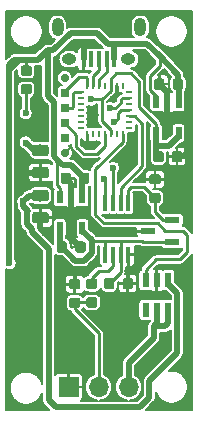
<source format=gbr>
G04 #@! TF.GenerationSoftware,KiCad,Pcbnew,6.0.0-rc1-unknown-bb2e402~84~ubuntu18.04.1*
G04 #@! TF.CreationDate,2019-10-14T10:53:54-04:00
G04 #@! TF.ProjectId,pmtcmini-h10770,706d7463-6d69-46e6-992d-683130373730,rev?*
G04 #@! TF.SameCoordinates,Original*
G04 #@! TF.FileFunction,Copper,L1,Top*
G04 #@! TF.FilePolarity,Positive*
%FSLAX46Y46*%
G04 Gerber Fmt 4.6, Leading zero omitted, Abs format (unit mm)*
G04 Created by KiCad (PCBNEW 6.0.0-rc1-unknown-bb2e402~84~ubuntu18.04.1) date Mon 14 Oct 2019 10:53:54 AM EDT*
%MOMM*%
%LPD*%
G04 APERTURE LIST*
%ADD10C,0.100000*%
%ADD11C,0.875000*%
%ADD12R,0.406400X1.371600*%
%ADD13R,0.600000X1.250000*%
%ADD14R,1.295400X0.558800*%
%ADD15O,1.700000X1.700000*%
%ADD16R,1.700000X1.700000*%
%ADD17C,0.975000*%
%ADD18R,0.550000X1.050000*%
%ADD19R,0.700000X0.700000*%
%ADD20C,0.704800*%
%ADD21R,0.270000X0.620000*%
%ADD22R,0.620000X0.270000*%
%ADD23O,1.000000X1.550000*%
%ADD24O,1.250000X0.950000*%
%ADD25R,0.400000X1.350000*%
%ADD26C,0.600000*%
%ADD27C,0.800000*%
%ADD28C,0.250000*%
%ADD29C,0.500000*%
%ADD30C,0.200000*%
G04 APERTURE END LIST*
D10*
G36*
X137927691Y-76476053D02*
G01*
X137948926Y-76479203D01*
X137969750Y-76484419D01*
X137989962Y-76491651D01*
X138009368Y-76500830D01*
X138027781Y-76511866D01*
X138045024Y-76524654D01*
X138060930Y-76539070D01*
X138075346Y-76554976D01*
X138088134Y-76572219D01*
X138099170Y-76590632D01*
X138108349Y-76610038D01*
X138115581Y-76630250D01*
X138120797Y-76651074D01*
X138123947Y-76672309D01*
X138125000Y-76693750D01*
X138125000Y-77206250D01*
X138123947Y-77227691D01*
X138120797Y-77248926D01*
X138115581Y-77269750D01*
X138108349Y-77289962D01*
X138099170Y-77309368D01*
X138088134Y-77327781D01*
X138075346Y-77345024D01*
X138060930Y-77360930D01*
X138045024Y-77375346D01*
X138027781Y-77388134D01*
X138009368Y-77399170D01*
X137989962Y-77408349D01*
X137969750Y-77415581D01*
X137948926Y-77420797D01*
X137927691Y-77423947D01*
X137906250Y-77425000D01*
X137468750Y-77425000D01*
X137447309Y-77423947D01*
X137426074Y-77420797D01*
X137405250Y-77415581D01*
X137385038Y-77408349D01*
X137365632Y-77399170D01*
X137347219Y-77388134D01*
X137329976Y-77375346D01*
X137314070Y-77360930D01*
X137299654Y-77345024D01*
X137286866Y-77327781D01*
X137275830Y-77309368D01*
X137266651Y-77289962D01*
X137259419Y-77269750D01*
X137254203Y-77248926D01*
X137251053Y-77227691D01*
X137250000Y-77206250D01*
X137250000Y-76693750D01*
X137251053Y-76672309D01*
X137254203Y-76651074D01*
X137259419Y-76630250D01*
X137266651Y-76610038D01*
X137275830Y-76590632D01*
X137286866Y-76572219D01*
X137299654Y-76554976D01*
X137314070Y-76539070D01*
X137329976Y-76524654D01*
X137347219Y-76511866D01*
X137365632Y-76500830D01*
X137385038Y-76491651D01*
X137405250Y-76484419D01*
X137426074Y-76479203D01*
X137447309Y-76476053D01*
X137468750Y-76475000D01*
X137906250Y-76475000D01*
X137927691Y-76476053D01*
X137927691Y-76476053D01*
G37*
D11*
X137687500Y-76950000D03*
D10*
G36*
X136352691Y-76476053D02*
G01*
X136373926Y-76479203D01*
X136394750Y-76484419D01*
X136414962Y-76491651D01*
X136434368Y-76500830D01*
X136452781Y-76511866D01*
X136470024Y-76524654D01*
X136485930Y-76539070D01*
X136500346Y-76554976D01*
X136513134Y-76572219D01*
X136524170Y-76590632D01*
X136533349Y-76610038D01*
X136540581Y-76630250D01*
X136545797Y-76651074D01*
X136548947Y-76672309D01*
X136550000Y-76693750D01*
X136550000Y-77206250D01*
X136548947Y-77227691D01*
X136545797Y-77248926D01*
X136540581Y-77269750D01*
X136533349Y-77289962D01*
X136524170Y-77309368D01*
X136513134Y-77327781D01*
X136500346Y-77345024D01*
X136485930Y-77360930D01*
X136470024Y-77375346D01*
X136452781Y-77388134D01*
X136434368Y-77399170D01*
X136414962Y-77408349D01*
X136394750Y-77415581D01*
X136373926Y-77420797D01*
X136352691Y-77423947D01*
X136331250Y-77425000D01*
X135893750Y-77425000D01*
X135872309Y-77423947D01*
X135851074Y-77420797D01*
X135830250Y-77415581D01*
X135810038Y-77408349D01*
X135790632Y-77399170D01*
X135772219Y-77388134D01*
X135754976Y-77375346D01*
X135739070Y-77360930D01*
X135724654Y-77345024D01*
X135711866Y-77327781D01*
X135700830Y-77309368D01*
X135691651Y-77289962D01*
X135684419Y-77269750D01*
X135679203Y-77248926D01*
X135676053Y-77227691D01*
X135675000Y-77206250D01*
X135675000Y-76693750D01*
X135676053Y-76672309D01*
X135679203Y-76651074D01*
X135684419Y-76630250D01*
X135691651Y-76610038D01*
X135700830Y-76590632D01*
X135711866Y-76572219D01*
X135724654Y-76554976D01*
X135739070Y-76539070D01*
X135754976Y-76524654D01*
X135772219Y-76511866D01*
X135790632Y-76500830D01*
X135810038Y-76491651D01*
X135830250Y-76484419D01*
X135851074Y-76479203D01*
X135872309Y-76476053D01*
X135893750Y-76475000D01*
X136331250Y-76475000D01*
X136352691Y-76476053D01*
X136352691Y-76476053D01*
G37*
D11*
X136112500Y-76950000D03*
D12*
X137740600Y-74484400D03*
X137080200Y-74484400D03*
X136419800Y-74484400D03*
X135759400Y-74484400D03*
X135759400Y-70115600D03*
X136419800Y-70115600D03*
X137080200Y-70115600D03*
X137740600Y-70115600D03*
D13*
X141100000Y-79150000D03*
X140150000Y-79150000D03*
X139200000Y-79150000D03*
X139200000Y-76650000D03*
X140150000Y-76650000D03*
X141100000Y-76650000D03*
D14*
X139421300Y-72500000D03*
X141478700Y-71550000D03*
X141478700Y-73450000D03*
D15*
X137780000Y-85700000D03*
X135240000Y-85700000D03*
D16*
X132700000Y-85700000D03*
D10*
G36*
X129377691Y-58476053D02*
G01*
X129398926Y-58479203D01*
X129419750Y-58484419D01*
X129439962Y-58491651D01*
X129459368Y-58500830D01*
X129477781Y-58511866D01*
X129495024Y-58524654D01*
X129510930Y-58539070D01*
X129525346Y-58554976D01*
X129538134Y-58572219D01*
X129549170Y-58590632D01*
X129558349Y-58610038D01*
X129565581Y-58630250D01*
X129570797Y-58651074D01*
X129573947Y-58672309D01*
X129575000Y-58693750D01*
X129575000Y-59131250D01*
X129573947Y-59152691D01*
X129570797Y-59173926D01*
X129565581Y-59194750D01*
X129558349Y-59214962D01*
X129549170Y-59234368D01*
X129538134Y-59252781D01*
X129525346Y-59270024D01*
X129510930Y-59285930D01*
X129495024Y-59300346D01*
X129477781Y-59313134D01*
X129459368Y-59324170D01*
X129439962Y-59333349D01*
X129419750Y-59340581D01*
X129398926Y-59345797D01*
X129377691Y-59348947D01*
X129356250Y-59350000D01*
X128843750Y-59350000D01*
X128822309Y-59348947D01*
X128801074Y-59345797D01*
X128780250Y-59340581D01*
X128760038Y-59333349D01*
X128740632Y-59324170D01*
X128722219Y-59313134D01*
X128704976Y-59300346D01*
X128689070Y-59285930D01*
X128674654Y-59270024D01*
X128661866Y-59252781D01*
X128650830Y-59234368D01*
X128641651Y-59214962D01*
X128634419Y-59194750D01*
X128629203Y-59173926D01*
X128626053Y-59152691D01*
X128625000Y-59131250D01*
X128625000Y-58693750D01*
X128626053Y-58672309D01*
X128629203Y-58651074D01*
X128634419Y-58630250D01*
X128641651Y-58610038D01*
X128650830Y-58590632D01*
X128661866Y-58572219D01*
X128674654Y-58554976D01*
X128689070Y-58539070D01*
X128704976Y-58524654D01*
X128722219Y-58511866D01*
X128740632Y-58500830D01*
X128760038Y-58491651D01*
X128780250Y-58484419D01*
X128801074Y-58479203D01*
X128822309Y-58476053D01*
X128843750Y-58475000D01*
X129356250Y-58475000D01*
X129377691Y-58476053D01*
X129377691Y-58476053D01*
G37*
D11*
X129100000Y-58912500D03*
D10*
G36*
X129377691Y-60051053D02*
G01*
X129398926Y-60054203D01*
X129419750Y-60059419D01*
X129439962Y-60066651D01*
X129459368Y-60075830D01*
X129477781Y-60086866D01*
X129495024Y-60099654D01*
X129510930Y-60114070D01*
X129525346Y-60129976D01*
X129538134Y-60147219D01*
X129549170Y-60165632D01*
X129558349Y-60185038D01*
X129565581Y-60205250D01*
X129570797Y-60226074D01*
X129573947Y-60247309D01*
X129575000Y-60268750D01*
X129575000Y-60706250D01*
X129573947Y-60727691D01*
X129570797Y-60748926D01*
X129565581Y-60769750D01*
X129558349Y-60789962D01*
X129549170Y-60809368D01*
X129538134Y-60827781D01*
X129525346Y-60845024D01*
X129510930Y-60860930D01*
X129495024Y-60875346D01*
X129477781Y-60888134D01*
X129459368Y-60899170D01*
X129439962Y-60908349D01*
X129419750Y-60915581D01*
X129398926Y-60920797D01*
X129377691Y-60923947D01*
X129356250Y-60925000D01*
X128843750Y-60925000D01*
X128822309Y-60923947D01*
X128801074Y-60920797D01*
X128780250Y-60915581D01*
X128760038Y-60908349D01*
X128740632Y-60899170D01*
X128722219Y-60888134D01*
X128704976Y-60875346D01*
X128689070Y-60860930D01*
X128674654Y-60845024D01*
X128661866Y-60827781D01*
X128650830Y-60809368D01*
X128641651Y-60789962D01*
X128634419Y-60769750D01*
X128629203Y-60748926D01*
X128626053Y-60727691D01*
X128625000Y-60706250D01*
X128625000Y-60268750D01*
X128626053Y-60247309D01*
X128629203Y-60226074D01*
X128634419Y-60205250D01*
X128641651Y-60185038D01*
X128650830Y-60165632D01*
X128661866Y-60147219D01*
X128674654Y-60129976D01*
X128689070Y-60114070D01*
X128704976Y-60099654D01*
X128722219Y-60086866D01*
X128740632Y-60075830D01*
X128760038Y-60066651D01*
X128780250Y-60059419D01*
X128801074Y-60054203D01*
X128822309Y-60051053D01*
X128843750Y-60050000D01*
X129356250Y-60050000D01*
X129377691Y-60051053D01*
X129377691Y-60051053D01*
G37*
D11*
X129100000Y-60487500D03*
D10*
G36*
X130780142Y-65176174D02*
G01*
X130803803Y-65179684D01*
X130827007Y-65185496D01*
X130849529Y-65193554D01*
X130871153Y-65203782D01*
X130891670Y-65216079D01*
X130910883Y-65230329D01*
X130928607Y-65246393D01*
X130944671Y-65264117D01*
X130958921Y-65283330D01*
X130971218Y-65303847D01*
X130981446Y-65325471D01*
X130989504Y-65347993D01*
X130995316Y-65371197D01*
X130998826Y-65394858D01*
X131000000Y-65418750D01*
X131000000Y-65906250D01*
X130998826Y-65930142D01*
X130995316Y-65953803D01*
X130989504Y-65977007D01*
X130981446Y-65999529D01*
X130971218Y-66021153D01*
X130958921Y-66041670D01*
X130944671Y-66060883D01*
X130928607Y-66078607D01*
X130910883Y-66094671D01*
X130891670Y-66108921D01*
X130871153Y-66121218D01*
X130849529Y-66131446D01*
X130827007Y-66139504D01*
X130803803Y-66145316D01*
X130780142Y-66148826D01*
X130756250Y-66150000D01*
X129843750Y-66150000D01*
X129819858Y-66148826D01*
X129796197Y-66145316D01*
X129772993Y-66139504D01*
X129750471Y-66131446D01*
X129728847Y-66121218D01*
X129708330Y-66108921D01*
X129689117Y-66094671D01*
X129671393Y-66078607D01*
X129655329Y-66060883D01*
X129641079Y-66041670D01*
X129628782Y-66021153D01*
X129618554Y-65999529D01*
X129610496Y-65977007D01*
X129604684Y-65953803D01*
X129601174Y-65930142D01*
X129600000Y-65906250D01*
X129600000Y-65418750D01*
X129601174Y-65394858D01*
X129604684Y-65371197D01*
X129610496Y-65347993D01*
X129618554Y-65325471D01*
X129628782Y-65303847D01*
X129641079Y-65283330D01*
X129655329Y-65264117D01*
X129671393Y-65246393D01*
X129689117Y-65230329D01*
X129708330Y-65216079D01*
X129728847Y-65203782D01*
X129750471Y-65193554D01*
X129772993Y-65185496D01*
X129796197Y-65179684D01*
X129819858Y-65176174D01*
X129843750Y-65175000D01*
X130756250Y-65175000D01*
X130780142Y-65176174D01*
X130780142Y-65176174D01*
G37*
D17*
X130300000Y-65662500D03*
D10*
G36*
X130780142Y-67051174D02*
G01*
X130803803Y-67054684D01*
X130827007Y-67060496D01*
X130849529Y-67068554D01*
X130871153Y-67078782D01*
X130891670Y-67091079D01*
X130910883Y-67105329D01*
X130928607Y-67121393D01*
X130944671Y-67139117D01*
X130958921Y-67158330D01*
X130971218Y-67178847D01*
X130981446Y-67200471D01*
X130989504Y-67222993D01*
X130995316Y-67246197D01*
X130998826Y-67269858D01*
X131000000Y-67293750D01*
X131000000Y-67781250D01*
X130998826Y-67805142D01*
X130995316Y-67828803D01*
X130989504Y-67852007D01*
X130981446Y-67874529D01*
X130971218Y-67896153D01*
X130958921Y-67916670D01*
X130944671Y-67935883D01*
X130928607Y-67953607D01*
X130910883Y-67969671D01*
X130891670Y-67983921D01*
X130871153Y-67996218D01*
X130849529Y-68006446D01*
X130827007Y-68014504D01*
X130803803Y-68020316D01*
X130780142Y-68023826D01*
X130756250Y-68025000D01*
X129843750Y-68025000D01*
X129819858Y-68023826D01*
X129796197Y-68020316D01*
X129772993Y-68014504D01*
X129750471Y-68006446D01*
X129728847Y-67996218D01*
X129708330Y-67983921D01*
X129689117Y-67969671D01*
X129671393Y-67953607D01*
X129655329Y-67935883D01*
X129641079Y-67916670D01*
X129628782Y-67896153D01*
X129618554Y-67874529D01*
X129610496Y-67852007D01*
X129604684Y-67828803D01*
X129601174Y-67805142D01*
X129600000Y-67781250D01*
X129600000Y-67293750D01*
X129601174Y-67269858D01*
X129604684Y-67246197D01*
X129610496Y-67222993D01*
X129618554Y-67200471D01*
X129628782Y-67178847D01*
X129641079Y-67158330D01*
X129655329Y-67139117D01*
X129671393Y-67121393D01*
X129689117Y-67105329D01*
X129708330Y-67091079D01*
X129728847Y-67078782D01*
X129750471Y-67068554D01*
X129772993Y-67060496D01*
X129796197Y-67054684D01*
X129819858Y-67051174D01*
X129843750Y-67050000D01*
X130756250Y-67050000D01*
X130780142Y-67051174D01*
X130780142Y-67051174D01*
G37*
D17*
X130300000Y-67537500D03*
D10*
G36*
X130780142Y-69001174D02*
G01*
X130803803Y-69004684D01*
X130827007Y-69010496D01*
X130849529Y-69018554D01*
X130871153Y-69028782D01*
X130891670Y-69041079D01*
X130910883Y-69055329D01*
X130928607Y-69071393D01*
X130944671Y-69089117D01*
X130958921Y-69108330D01*
X130971218Y-69128847D01*
X130981446Y-69150471D01*
X130989504Y-69172993D01*
X130995316Y-69196197D01*
X130998826Y-69219858D01*
X131000000Y-69243750D01*
X131000000Y-69731250D01*
X130998826Y-69755142D01*
X130995316Y-69778803D01*
X130989504Y-69802007D01*
X130981446Y-69824529D01*
X130971218Y-69846153D01*
X130958921Y-69866670D01*
X130944671Y-69885883D01*
X130928607Y-69903607D01*
X130910883Y-69919671D01*
X130891670Y-69933921D01*
X130871153Y-69946218D01*
X130849529Y-69956446D01*
X130827007Y-69964504D01*
X130803803Y-69970316D01*
X130780142Y-69973826D01*
X130756250Y-69975000D01*
X129843750Y-69975000D01*
X129819858Y-69973826D01*
X129796197Y-69970316D01*
X129772993Y-69964504D01*
X129750471Y-69956446D01*
X129728847Y-69946218D01*
X129708330Y-69933921D01*
X129689117Y-69919671D01*
X129671393Y-69903607D01*
X129655329Y-69885883D01*
X129641079Y-69866670D01*
X129628782Y-69846153D01*
X129618554Y-69824529D01*
X129610496Y-69802007D01*
X129604684Y-69778803D01*
X129601174Y-69755142D01*
X129600000Y-69731250D01*
X129600000Y-69243750D01*
X129601174Y-69219858D01*
X129604684Y-69196197D01*
X129610496Y-69172993D01*
X129618554Y-69150471D01*
X129628782Y-69128847D01*
X129641079Y-69108330D01*
X129655329Y-69089117D01*
X129671393Y-69071393D01*
X129689117Y-69055329D01*
X129708330Y-69041079D01*
X129728847Y-69028782D01*
X129750471Y-69018554D01*
X129772993Y-69010496D01*
X129796197Y-69004684D01*
X129819858Y-69001174D01*
X129843750Y-69000000D01*
X130756250Y-69000000D01*
X130780142Y-69001174D01*
X130780142Y-69001174D01*
G37*
D17*
X130300000Y-69487500D03*
D10*
G36*
X130780142Y-70876174D02*
G01*
X130803803Y-70879684D01*
X130827007Y-70885496D01*
X130849529Y-70893554D01*
X130871153Y-70903782D01*
X130891670Y-70916079D01*
X130910883Y-70930329D01*
X130928607Y-70946393D01*
X130944671Y-70964117D01*
X130958921Y-70983330D01*
X130971218Y-71003847D01*
X130981446Y-71025471D01*
X130989504Y-71047993D01*
X130995316Y-71071197D01*
X130998826Y-71094858D01*
X131000000Y-71118750D01*
X131000000Y-71606250D01*
X130998826Y-71630142D01*
X130995316Y-71653803D01*
X130989504Y-71677007D01*
X130981446Y-71699529D01*
X130971218Y-71721153D01*
X130958921Y-71741670D01*
X130944671Y-71760883D01*
X130928607Y-71778607D01*
X130910883Y-71794671D01*
X130891670Y-71808921D01*
X130871153Y-71821218D01*
X130849529Y-71831446D01*
X130827007Y-71839504D01*
X130803803Y-71845316D01*
X130780142Y-71848826D01*
X130756250Y-71850000D01*
X129843750Y-71850000D01*
X129819858Y-71848826D01*
X129796197Y-71845316D01*
X129772993Y-71839504D01*
X129750471Y-71831446D01*
X129728847Y-71821218D01*
X129708330Y-71808921D01*
X129689117Y-71794671D01*
X129671393Y-71778607D01*
X129655329Y-71760883D01*
X129641079Y-71741670D01*
X129628782Y-71721153D01*
X129618554Y-71699529D01*
X129610496Y-71677007D01*
X129604684Y-71653803D01*
X129601174Y-71630142D01*
X129600000Y-71606250D01*
X129600000Y-71118750D01*
X129601174Y-71094858D01*
X129604684Y-71071197D01*
X129610496Y-71047993D01*
X129618554Y-71025471D01*
X129628782Y-71003847D01*
X129641079Y-70983330D01*
X129655329Y-70964117D01*
X129671393Y-70946393D01*
X129689117Y-70930329D01*
X129708330Y-70916079D01*
X129728847Y-70903782D01*
X129750471Y-70893554D01*
X129772993Y-70885496D01*
X129796197Y-70879684D01*
X129819858Y-70876174D01*
X129843750Y-70875000D01*
X130756250Y-70875000D01*
X130780142Y-70876174D01*
X130780142Y-70876174D01*
G37*
D17*
X130300000Y-71362500D03*
D10*
G36*
X134927691Y-78101053D02*
G01*
X134948926Y-78104203D01*
X134969750Y-78109419D01*
X134989962Y-78116651D01*
X135009368Y-78125830D01*
X135027781Y-78136866D01*
X135045024Y-78149654D01*
X135060930Y-78164070D01*
X135075346Y-78179976D01*
X135088134Y-78197219D01*
X135099170Y-78215632D01*
X135108349Y-78235038D01*
X135115581Y-78255250D01*
X135120797Y-78276074D01*
X135123947Y-78297309D01*
X135125000Y-78318750D01*
X135125000Y-78756250D01*
X135123947Y-78777691D01*
X135120797Y-78798926D01*
X135115581Y-78819750D01*
X135108349Y-78839962D01*
X135099170Y-78859368D01*
X135088134Y-78877781D01*
X135075346Y-78895024D01*
X135060930Y-78910930D01*
X135045024Y-78925346D01*
X135027781Y-78938134D01*
X135009368Y-78949170D01*
X134989962Y-78958349D01*
X134969750Y-78965581D01*
X134948926Y-78970797D01*
X134927691Y-78973947D01*
X134906250Y-78975000D01*
X134393750Y-78975000D01*
X134372309Y-78973947D01*
X134351074Y-78970797D01*
X134330250Y-78965581D01*
X134310038Y-78958349D01*
X134290632Y-78949170D01*
X134272219Y-78938134D01*
X134254976Y-78925346D01*
X134239070Y-78910930D01*
X134224654Y-78895024D01*
X134211866Y-78877781D01*
X134200830Y-78859368D01*
X134191651Y-78839962D01*
X134184419Y-78819750D01*
X134179203Y-78798926D01*
X134176053Y-78777691D01*
X134175000Y-78756250D01*
X134175000Y-78318750D01*
X134176053Y-78297309D01*
X134179203Y-78276074D01*
X134184419Y-78255250D01*
X134191651Y-78235038D01*
X134200830Y-78215632D01*
X134211866Y-78197219D01*
X134224654Y-78179976D01*
X134239070Y-78164070D01*
X134254976Y-78149654D01*
X134272219Y-78136866D01*
X134290632Y-78125830D01*
X134310038Y-78116651D01*
X134330250Y-78109419D01*
X134351074Y-78104203D01*
X134372309Y-78101053D01*
X134393750Y-78100000D01*
X134906250Y-78100000D01*
X134927691Y-78101053D01*
X134927691Y-78101053D01*
G37*
D11*
X134650000Y-78537500D03*
D10*
G36*
X134927691Y-76526053D02*
G01*
X134948926Y-76529203D01*
X134969750Y-76534419D01*
X134989962Y-76541651D01*
X135009368Y-76550830D01*
X135027781Y-76561866D01*
X135045024Y-76574654D01*
X135060930Y-76589070D01*
X135075346Y-76604976D01*
X135088134Y-76622219D01*
X135099170Y-76640632D01*
X135108349Y-76660038D01*
X135115581Y-76680250D01*
X135120797Y-76701074D01*
X135123947Y-76722309D01*
X135125000Y-76743750D01*
X135125000Y-77181250D01*
X135123947Y-77202691D01*
X135120797Y-77223926D01*
X135115581Y-77244750D01*
X135108349Y-77264962D01*
X135099170Y-77284368D01*
X135088134Y-77302781D01*
X135075346Y-77320024D01*
X135060930Y-77335930D01*
X135045024Y-77350346D01*
X135027781Y-77363134D01*
X135009368Y-77374170D01*
X134989962Y-77383349D01*
X134969750Y-77390581D01*
X134948926Y-77395797D01*
X134927691Y-77398947D01*
X134906250Y-77400000D01*
X134393750Y-77400000D01*
X134372309Y-77398947D01*
X134351074Y-77395797D01*
X134330250Y-77390581D01*
X134310038Y-77383349D01*
X134290632Y-77374170D01*
X134272219Y-77363134D01*
X134254976Y-77350346D01*
X134239070Y-77335930D01*
X134224654Y-77320024D01*
X134211866Y-77302781D01*
X134200830Y-77284368D01*
X134191651Y-77264962D01*
X134184419Y-77244750D01*
X134179203Y-77223926D01*
X134176053Y-77202691D01*
X134175000Y-77181250D01*
X134175000Y-76743750D01*
X134176053Y-76722309D01*
X134179203Y-76701074D01*
X134184419Y-76680250D01*
X134191651Y-76660038D01*
X134200830Y-76640632D01*
X134211866Y-76622219D01*
X134224654Y-76604976D01*
X134239070Y-76589070D01*
X134254976Y-76574654D01*
X134272219Y-76561866D01*
X134290632Y-76550830D01*
X134310038Y-76541651D01*
X134330250Y-76534419D01*
X134351074Y-76529203D01*
X134372309Y-76526053D01*
X134393750Y-76525000D01*
X134906250Y-76525000D01*
X134927691Y-76526053D01*
X134927691Y-76526053D01*
G37*
D11*
X134650000Y-76962500D03*
D10*
G36*
X133477691Y-76563553D02*
G01*
X133498926Y-76566703D01*
X133519750Y-76571919D01*
X133539962Y-76579151D01*
X133559368Y-76588330D01*
X133577781Y-76599366D01*
X133595024Y-76612154D01*
X133610930Y-76626570D01*
X133625346Y-76642476D01*
X133638134Y-76659719D01*
X133649170Y-76678132D01*
X133658349Y-76697538D01*
X133665581Y-76717750D01*
X133670797Y-76738574D01*
X133673947Y-76759809D01*
X133675000Y-76781250D01*
X133675000Y-77218750D01*
X133673947Y-77240191D01*
X133670797Y-77261426D01*
X133665581Y-77282250D01*
X133658349Y-77302462D01*
X133649170Y-77321868D01*
X133638134Y-77340281D01*
X133625346Y-77357524D01*
X133610930Y-77373430D01*
X133595024Y-77387846D01*
X133577781Y-77400634D01*
X133559368Y-77411670D01*
X133539962Y-77420849D01*
X133519750Y-77428081D01*
X133498926Y-77433297D01*
X133477691Y-77436447D01*
X133456250Y-77437500D01*
X132943750Y-77437500D01*
X132922309Y-77436447D01*
X132901074Y-77433297D01*
X132880250Y-77428081D01*
X132860038Y-77420849D01*
X132840632Y-77411670D01*
X132822219Y-77400634D01*
X132804976Y-77387846D01*
X132789070Y-77373430D01*
X132774654Y-77357524D01*
X132761866Y-77340281D01*
X132750830Y-77321868D01*
X132741651Y-77302462D01*
X132734419Y-77282250D01*
X132729203Y-77261426D01*
X132726053Y-77240191D01*
X132725000Y-77218750D01*
X132725000Y-76781250D01*
X132726053Y-76759809D01*
X132729203Y-76738574D01*
X132734419Y-76717750D01*
X132741651Y-76697538D01*
X132750830Y-76678132D01*
X132761866Y-76659719D01*
X132774654Y-76642476D01*
X132789070Y-76626570D01*
X132804976Y-76612154D01*
X132822219Y-76599366D01*
X132840632Y-76588330D01*
X132860038Y-76579151D01*
X132880250Y-76571919D01*
X132901074Y-76566703D01*
X132922309Y-76563553D01*
X132943750Y-76562500D01*
X133456250Y-76562500D01*
X133477691Y-76563553D01*
X133477691Y-76563553D01*
G37*
D11*
X133200000Y-77000000D03*
D10*
G36*
X133477691Y-78138553D02*
G01*
X133498926Y-78141703D01*
X133519750Y-78146919D01*
X133539962Y-78154151D01*
X133559368Y-78163330D01*
X133577781Y-78174366D01*
X133595024Y-78187154D01*
X133610930Y-78201570D01*
X133625346Y-78217476D01*
X133638134Y-78234719D01*
X133649170Y-78253132D01*
X133658349Y-78272538D01*
X133665581Y-78292750D01*
X133670797Y-78313574D01*
X133673947Y-78334809D01*
X133675000Y-78356250D01*
X133675000Y-78793750D01*
X133673947Y-78815191D01*
X133670797Y-78836426D01*
X133665581Y-78857250D01*
X133658349Y-78877462D01*
X133649170Y-78896868D01*
X133638134Y-78915281D01*
X133625346Y-78932524D01*
X133610930Y-78948430D01*
X133595024Y-78962846D01*
X133577781Y-78975634D01*
X133559368Y-78986670D01*
X133539962Y-78995849D01*
X133519750Y-79003081D01*
X133498926Y-79008297D01*
X133477691Y-79011447D01*
X133456250Y-79012500D01*
X132943750Y-79012500D01*
X132922309Y-79011447D01*
X132901074Y-79008297D01*
X132880250Y-79003081D01*
X132860038Y-78995849D01*
X132840632Y-78986670D01*
X132822219Y-78975634D01*
X132804976Y-78962846D01*
X132789070Y-78948430D01*
X132774654Y-78932524D01*
X132761866Y-78915281D01*
X132750830Y-78896868D01*
X132741651Y-78877462D01*
X132734419Y-78857250D01*
X132729203Y-78836426D01*
X132726053Y-78815191D01*
X132725000Y-78793750D01*
X132725000Y-78356250D01*
X132726053Y-78334809D01*
X132729203Y-78313574D01*
X132734419Y-78292750D01*
X132741651Y-78272538D01*
X132750830Y-78253132D01*
X132761866Y-78234719D01*
X132774654Y-78217476D01*
X132789070Y-78201570D01*
X132804976Y-78187154D01*
X132822219Y-78174366D01*
X132840632Y-78163330D01*
X132860038Y-78154151D01*
X132880250Y-78146919D01*
X132901074Y-78141703D01*
X132922309Y-78138553D01*
X132943750Y-78137500D01*
X133456250Y-78137500D01*
X133477691Y-78138553D01*
X133477691Y-78138553D01*
G37*
D11*
X133200000Y-78575000D03*
D10*
G36*
X142102691Y-65726053D02*
G01*
X142123926Y-65729203D01*
X142144750Y-65734419D01*
X142164962Y-65741651D01*
X142184368Y-65750830D01*
X142202781Y-65761866D01*
X142220024Y-65774654D01*
X142235930Y-65789070D01*
X142250346Y-65804976D01*
X142263134Y-65822219D01*
X142274170Y-65840632D01*
X142283349Y-65860038D01*
X142290581Y-65880250D01*
X142295797Y-65901074D01*
X142298947Y-65922309D01*
X142300000Y-65943750D01*
X142300000Y-66456250D01*
X142298947Y-66477691D01*
X142295797Y-66498926D01*
X142290581Y-66519750D01*
X142283349Y-66539962D01*
X142274170Y-66559368D01*
X142263134Y-66577781D01*
X142250346Y-66595024D01*
X142235930Y-66610930D01*
X142220024Y-66625346D01*
X142202781Y-66638134D01*
X142184368Y-66649170D01*
X142164962Y-66658349D01*
X142144750Y-66665581D01*
X142123926Y-66670797D01*
X142102691Y-66673947D01*
X142081250Y-66675000D01*
X141643750Y-66675000D01*
X141622309Y-66673947D01*
X141601074Y-66670797D01*
X141580250Y-66665581D01*
X141560038Y-66658349D01*
X141540632Y-66649170D01*
X141522219Y-66638134D01*
X141504976Y-66625346D01*
X141489070Y-66610930D01*
X141474654Y-66595024D01*
X141461866Y-66577781D01*
X141450830Y-66559368D01*
X141441651Y-66539962D01*
X141434419Y-66519750D01*
X141429203Y-66498926D01*
X141426053Y-66477691D01*
X141425000Y-66456250D01*
X141425000Y-65943750D01*
X141426053Y-65922309D01*
X141429203Y-65901074D01*
X141434419Y-65880250D01*
X141441651Y-65860038D01*
X141450830Y-65840632D01*
X141461866Y-65822219D01*
X141474654Y-65804976D01*
X141489070Y-65789070D01*
X141504976Y-65774654D01*
X141522219Y-65761866D01*
X141540632Y-65750830D01*
X141560038Y-65741651D01*
X141580250Y-65734419D01*
X141601074Y-65729203D01*
X141622309Y-65726053D01*
X141643750Y-65725000D01*
X142081250Y-65725000D01*
X142102691Y-65726053D01*
X142102691Y-65726053D01*
G37*
D11*
X141862500Y-66200000D03*
D10*
G36*
X140527691Y-65726053D02*
G01*
X140548926Y-65729203D01*
X140569750Y-65734419D01*
X140589962Y-65741651D01*
X140609368Y-65750830D01*
X140627781Y-65761866D01*
X140645024Y-65774654D01*
X140660930Y-65789070D01*
X140675346Y-65804976D01*
X140688134Y-65822219D01*
X140699170Y-65840632D01*
X140708349Y-65860038D01*
X140715581Y-65880250D01*
X140720797Y-65901074D01*
X140723947Y-65922309D01*
X140725000Y-65943750D01*
X140725000Y-66456250D01*
X140723947Y-66477691D01*
X140720797Y-66498926D01*
X140715581Y-66519750D01*
X140708349Y-66539962D01*
X140699170Y-66559368D01*
X140688134Y-66577781D01*
X140675346Y-66595024D01*
X140660930Y-66610930D01*
X140645024Y-66625346D01*
X140627781Y-66638134D01*
X140609368Y-66649170D01*
X140589962Y-66658349D01*
X140569750Y-66665581D01*
X140548926Y-66670797D01*
X140527691Y-66673947D01*
X140506250Y-66675000D01*
X140068750Y-66675000D01*
X140047309Y-66673947D01*
X140026074Y-66670797D01*
X140005250Y-66665581D01*
X139985038Y-66658349D01*
X139965632Y-66649170D01*
X139947219Y-66638134D01*
X139929976Y-66625346D01*
X139914070Y-66610930D01*
X139899654Y-66595024D01*
X139886866Y-66577781D01*
X139875830Y-66559368D01*
X139866651Y-66539962D01*
X139859419Y-66519750D01*
X139854203Y-66498926D01*
X139851053Y-66477691D01*
X139850000Y-66456250D01*
X139850000Y-65943750D01*
X139851053Y-65922309D01*
X139854203Y-65901074D01*
X139859419Y-65880250D01*
X139866651Y-65860038D01*
X139875830Y-65840632D01*
X139886866Y-65822219D01*
X139899654Y-65804976D01*
X139914070Y-65789070D01*
X139929976Y-65774654D01*
X139947219Y-65761866D01*
X139965632Y-65750830D01*
X139985038Y-65741651D01*
X140005250Y-65734419D01*
X140026074Y-65729203D01*
X140047309Y-65726053D01*
X140068750Y-65725000D01*
X140506250Y-65725000D01*
X140527691Y-65726053D01*
X140527691Y-65726053D01*
G37*
D11*
X140287500Y-66200000D03*
D10*
G36*
X133927691Y-73376053D02*
G01*
X133948926Y-73379203D01*
X133969750Y-73384419D01*
X133989962Y-73391651D01*
X134009368Y-73400830D01*
X134027781Y-73411866D01*
X134045024Y-73424654D01*
X134060930Y-73439070D01*
X134075346Y-73454976D01*
X134088134Y-73472219D01*
X134099170Y-73490632D01*
X134108349Y-73510038D01*
X134115581Y-73530250D01*
X134120797Y-73551074D01*
X134123947Y-73572309D01*
X134125000Y-73593750D01*
X134125000Y-74106250D01*
X134123947Y-74127691D01*
X134120797Y-74148926D01*
X134115581Y-74169750D01*
X134108349Y-74189962D01*
X134099170Y-74209368D01*
X134088134Y-74227781D01*
X134075346Y-74245024D01*
X134060930Y-74260930D01*
X134045024Y-74275346D01*
X134027781Y-74288134D01*
X134009368Y-74299170D01*
X133989962Y-74308349D01*
X133969750Y-74315581D01*
X133948926Y-74320797D01*
X133927691Y-74323947D01*
X133906250Y-74325000D01*
X133468750Y-74325000D01*
X133447309Y-74323947D01*
X133426074Y-74320797D01*
X133405250Y-74315581D01*
X133385038Y-74308349D01*
X133365632Y-74299170D01*
X133347219Y-74288134D01*
X133329976Y-74275346D01*
X133314070Y-74260930D01*
X133299654Y-74245024D01*
X133286866Y-74227781D01*
X133275830Y-74209368D01*
X133266651Y-74189962D01*
X133259419Y-74169750D01*
X133254203Y-74148926D01*
X133251053Y-74127691D01*
X133250000Y-74106250D01*
X133250000Y-73593750D01*
X133251053Y-73572309D01*
X133254203Y-73551074D01*
X133259419Y-73530250D01*
X133266651Y-73510038D01*
X133275830Y-73490632D01*
X133286866Y-73472219D01*
X133299654Y-73454976D01*
X133314070Y-73439070D01*
X133329976Y-73424654D01*
X133347219Y-73411866D01*
X133365632Y-73400830D01*
X133385038Y-73391651D01*
X133405250Y-73384419D01*
X133426074Y-73379203D01*
X133447309Y-73376053D01*
X133468750Y-73375000D01*
X133906250Y-73375000D01*
X133927691Y-73376053D01*
X133927691Y-73376053D01*
G37*
D11*
X133687500Y-73850000D03*
D10*
G36*
X132352691Y-73376053D02*
G01*
X132373926Y-73379203D01*
X132394750Y-73384419D01*
X132414962Y-73391651D01*
X132434368Y-73400830D01*
X132452781Y-73411866D01*
X132470024Y-73424654D01*
X132485930Y-73439070D01*
X132500346Y-73454976D01*
X132513134Y-73472219D01*
X132524170Y-73490632D01*
X132533349Y-73510038D01*
X132540581Y-73530250D01*
X132545797Y-73551074D01*
X132548947Y-73572309D01*
X132550000Y-73593750D01*
X132550000Y-74106250D01*
X132548947Y-74127691D01*
X132545797Y-74148926D01*
X132540581Y-74169750D01*
X132533349Y-74189962D01*
X132524170Y-74209368D01*
X132513134Y-74227781D01*
X132500346Y-74245024D01*
X132485930Y-74260930D01*
X132470024Y-74275346D01*
X132452781Y-74288134D01*
X132434368Y-74299170D01*
X132414962Y-74308349D01*
X132394750Y-74315581D01*
X132373926Y-74320797D01*
X132352691Y-74323947D01*
X132331250Y-74325000D01*
X131893750Y-74325000D01*
X131872309Y-74323947D01*
X131851074Y-74320797D01*
X131830250Y-74315581D01*
X131810038Y-74308349D01*
X131790632Y-74299170D01*
X131772219Y-74288134D01*
X131754976Y-74275346D01*
X131739070Y-74260930D01*
X131724654Y-74245024D01*
X131711866Y-74227781D01*
X131700830Y-74209368D01*
X131691651Y-74189962D01*
X131684419Y-74169750D01*
X131679203Y-74148926D01*
X131676053Y-74127691D01*
X131675000Y-74106250D01*
X131675000Y-73593750D01*
X131676053Y-73572309D01*
X131679203Y-73551074D01*
X131684419Y-73530250D01*
X131691651Y-73510038D01*
X131700830Y-73490632D01*
X131711866Y-73472219D01*
X131724654Y-73454976D01*
X131739070Y-73439070D01*
X131754976Y-73424654D01*
X131772219Y-73411866D01*
X131790632Y-73400830D01*
X131810038Y-73391651D01*
X131830250Y-73384419D01*
X131851074Y-73379203D01*
X131872309Y-73376053D01*
X131893750Y-73375000D01*
X132331250Y-73375000D01*
X132352691Y-73376053D01*
X132352691Y-73376053D01*
G37*
D11*
X132112500Y-73850000D03*
D10*
G36*
X140602691Y-59576053D02*
G01*
X140623926Y-59579203D01*
X140644750Y-59584419D01*
X140664962Y-59591651D01*
X140684368Y-59600830D01*
X140702781Y-59611866D01*
X140720024Y-59624654D01*
X140735930Y-59639070D01*
X140750346Y-59654976D01*
X140763134Y-59672219D01*
X140774170Y-59690632D01*
X140783349Y-59710038D01*
X140790581Y-59730250D01*
X140795797Y-59751074D01*
X140798947Y-59772309D01*
X140800000Y-59793750D01*
X140800000Y-60306250D01*
X140798947Y-60327691D01*
X140795797Y-60348926D01*
X140790581Y-60369750D01*
X140783349Y-60389962D01*
X140774170Y-60409368D01*
X140763134Y-60427781D01*
X140750346Y-60445024D01*
X140735930Y-60460930D01*
X140720024Y-60475346D01*
X140702781Y-60488134D01*
X140684368Y-60499170D01*
X140664962Y-60508349D01*
X140644750Y-60515581D01*
X140623926Y-60520797D01*
X140602691Y-60523947D01*
X140581250Y-60525000D01*
X140143750Y-60525000D01*
X140122309Y-60523947D01*
X140101074Y-60520797D01*
X140080250Y-60515581D01*
X140060038Y-60508349D01*
X140040632Y-60499170D01*
X140022219Y-60488134D01*
X140004976Y-60475346D01*
X139989070Y-60460930D01*
X139974654Y-60445024D01*
X139961866Y-60427781D01*
X139950830Y-60409368D01*
X139941651Y-60389962D01*
X139934419Y-60369750D01*
X139929203Y-60348926D01*
X139926053Y-60327691D01*
X139925000Y-60306250D01*
X139925000Y-59793750D01*
X139926053Y-59772309D01*
X139929203Y-59751074D01*
X139934419Y-59730250D01*
X139941651Y-59710038D01*
X139950830Y-59690632D01*
X139961866Y-59672219D01*
X139974654Y-59654976D01*
X139989070Y-59639070D01*
X140004976Y-59624654D01*
X140022219Y-59611866D01*
X140040632Y-59600830D01*
X140060038Y-59591651D01*
X140080250Y-59584419D01*
X140101074Y-59579203D01*
X140122309Y-59576053D01*
X140143750Y-59575000D01*
X140581250Y-59575000D01*
X140602691Y-59576053D01*
X140602691Y-59576053D01*
G37*
D11*
X140362500Y-60050000D03*
D10*
G36*
X142177691Y-59576053D02*
G01*
X142198926Y-59579203D01*
X142219750Y-59584419D01*
X142239962Y-59591651D01*
X142259368Y-59600830D01*
X142277781Y-59611866D01*
X142295024Y-59624654D01*
X142310930Y-59639070D01*
X142325346Y-59654976D01*
X142338134Y-59672219D01*
X142349170Y-59690632D01*
X142358349Y-59710038D01*
X142365581Y-59730250D01*
X142370797Y-59751074D01*
X142373947Y-59772309D01*
X142375000Y-59793750D01*
X142375000Y-60306250D01*
X142373947Y-60327691D01*
X142370797Y-60348926D01*
X142365581Y-60369750D01*
X142358349Y-60389962D01*
X142349170Y-60409368D01*
X142338134Y-60427781D01*
X142325346Y-60445024D01*
X142310930Y-60460930D01*
X142295024Y-60475346D01*
X142277781Y-60488134D01*
X142259368Y-60499170D01*
X142239962Y-60508349D01*
X142219750Y-60515581D01*
X142198926Y-60520797D01*
X142177691Y-60523947D01*
X142156250Y-60525000D01*
X141718750Y-60525000D01*
X141697309Y-60523947D01*
X141676074Y-60520797D01*
X141655250Y-60515581D01*
X141635038Y-60508349D01*
X141615632Y-60499170D01*
X141597219Y-60488134D01*
X141579976Y-60475346D01*
X141564070Y-60460930D01*
X141549654Y-60445024D01*
X141536866Y-60427781D01*
X141525830Y-60409368D01*
X141516651Y-60389962D01*
X141509419Y-60369750D01*
X141504203Y-60348926D01*
X141501053Y-60327691D01*
X141500000Y-60306250D01*
X141500000Y-59793750D01*
X141501053Y-59772309D01*
X141504203Y-59751074D01*
X141509419Y-59730250D01*
X141516651Y-59710038D01*
X141525830Y-59690632D01*
X141536866Y-59672219D01*
X141549654Y-59654976D01*
X141564070Y-59639070D01*
X141579976Y-59624654D01*
X141597219Y-59611866D01*
X141615632Y-59600830D01*
X141635038Y-59591651D01*
X141655250Y-59584419D01*
X141676074Y-59579203D01*
X141697309Y-59576053D01*
X141718750Y-59575000D01*
X142156250Y-59575000D01*
X142177691Y-59576053D01*
X142177691Y-59576053D01*
G37*
D11*
X141937500Y-60050000D03*
D10*
G36*
X132677691Y-67551053D02*
G01*
X132698926Y-67554203D01*
X132719750Y-67559419D01*
X132739962Y-67566651D01*
X132759368Y-67575830D01*
X132777781Y-67586866D01*
X132795024Y-67599654D01*
X132810930Y-67614070D01*
X132825346Y-67629976D01*
X132838134Y-67647219D01*
X132849170Y-67665632D01*
X132858349Y-67685038D01*
X132865581Y-67705250D01*
X132870797Y-67726074D01*
X132873947Y-67747309D01*
X132875000Y-67768750D01*
X132875000Y-68281250D01*
X132873947Y-68302691D01*
X132870797Y-68323926D01*
X132865581Y-68344750D01*
X132858349Y-68364962D01*
X132849170Y-68384368D01*
X132838134Y-68402781D01*
X132825346Y-68420024D01*
X132810930Y-68435930D01*
X132795024Y-68450346D01*
X132777781Y-68463134D01*
X132759368Y-68474170D01*
X132739962Y-68483349D01*
X132719750Y-68490581D01*
X132698926Y-68495797D01*
X132677691Y-68498947D01*
X132656250Y-68500000D01*
X132218750Y-68500000D01*
X132197309Y-68498947D01*
X132176074Y-68495797D01*
X132155250Y-68490581D01*
X132135038Y-68483349D01*
X132115632Y-68474170D01*
X132097219Y-68463134D01*
X132079976Y-68450346D01*
X132064070Y-68435930D01*
X132049654Y-68420024D01*
X132036866Y-68402781D01*
X132025830Y-68384368D01*
X132016651Y-68364962D01*
X132009419Y-68344750D01*
X132004203Y-68323926D01*
X132001053Y-68302691D01*
X132000000Y-68281250D01*
X132000000Y-67768750D01*
X132001053Y-67747309D01*
X132004203Y-67726074D01*
X132009419Y-67705250D01*
X132016651Y-67685038D01*
X132025830Y-67665632D01*
X132036866Y-67647219D01*
X132049654Y-67629976D01*
X132064070Y-67614070D01*
X132079976Y-67599654D01*
X132097219Y-67586866D01*
X132115632Y-67575830D01*
X132135038Y-67566651D01*
X132155250Y-67559419D01*
X132176074Y-67554203D01*
X132197309Y-67551053D01*
X132218750Y-67550000D01*
X132656250Y-67550000D01*
X132677691Y-67551053D01*
X132677691Y-67551053D01*
G37*
D11*
X132437500Y-68025000D03*
D10*
G36*
X134252691Y-67551053D02*
G01*
X134273926Y-67554203D01*
X134294750Y-67559419D01*
X134314962Y-67566651D01*
X134334368Y-67575830D01*
X134352781Y-67586866D01*
X134370024Y-67599654D01*
X134385930Y-67614070D01*
X134400346Y-67629976D01*
X134413134Y-67647219D01*
X134424170Y-67665632D01*
X134433349Y-67685038D01*
X134440581Y-67705250D01*
X134445797Y-67726074D01*
X134448947Y-67747309D01*
X134450000Y-67768750D01*
X134450000Y-68281250D01*
X134448947Y-68302691D01*
X134445797Y-68323926D01*
X134440581Y-68344750D01*
X134433349Y-68364962D01*
X134424170Y-68384368D01*
X134413134Y-68402781D01*
X134400346Y-68420024D01*
X134385930Y-68435930D01*
X134370024Y-68450346D01*
X134352781Y-68463134D01*
X134334368Y-68474170D01*
X134314962Y-68483349D01*
X134294750Y-68490581D01*
X134273926Y-68495797D01*
X134252691Y-68498947D01*
X134231250Y-68500000D01*
X133793750Y-68500000D01*
X133772309Y-68498947D01*
X133751074Y-68495797D01*
X133730250Y-68490581D01*
X133710038Y-68483349D01*
X133690632Y-68474170D01*
X133672219Y-68463134D01*
X133654976Y-68450346D01*
X133639070Y-68435930D01*
X133624654Y-68420024D01*
X133611866Y-68402781D01*
X133600830Y-68384368D01*
X133591651Y-68364962D01*
X133584419Y-68344750D01*
X133579203Y-68323926D01*
X133576053Y-68302691D01*
X133575000Y-68281250D01*
X133575000Y-67768750D01*
X133576053Y-67747309D01*
X133579203Y-67726074D01*
X133584419Y-67705250D01*
X133591651Y-67685038D01*
X133600830Y-67665632D01*
X133611866Y-67647219D01*
X133624654Y-67629976D01*
X133639070Y-67614070D01*
X133654976Y-67599654D01*
X133672219Y-67586866D01*
X133690632Y-67575830D01*
X133710038Y-67566651D01*
X133730250Y-67559419D01*
X133751074Y-67554203D01*
X133772309Y-67551053D01*
X133793750Y-67550000D01*
X134231250Y-67550000D01*
X134252691Y-67551053D01*
X134252691Y-67551053D01*
G37*
D11*
X134012500Y-68025000D03*
D10*
G36*
X140277691Y-67676053D02*
G01*
X140298926Y-67679203D01*
X140319750Y-67684419D01*
X140339962Y-67691651D01*
X140359368Y-67700830D01*
X140377781Y-67711866D01*
X140395024Y-67724654D01*
X140410930Y-67739070D01*
X140425346Y-67754976D01*
X140438134Y-67772219D01*
X140449170Y-67790632D01*
X140458349Y-67810038D01*
X140465581Y-67830250D01*
X140470797Y-67851074D01*
X140473947Y-67872309D01*
X140475000Y-67893750D01*
X140475000Y-68331250D01*
X140473947Y-68352691D01*
X140470797Y-68373926D01*
X140465581Y-68394750D01*
X140458349Y-68414962D01*
X140449170Y-68434368D01*
X140438134Y-68452781D01*
X140425346Y-68470024D01*
X140410930Y-68485930D01*
X140395024Y-68500346D01*
X140377781Y-68513134D01*
X140359368Y-68524170D01*
X140339962Y-68533349D01*
X140319750Y-68540581D01*
X140298926Y-68545797D01*
X140277691Y-68548947D01*
X140256250Y-68550000D01*
X139743750Y-68550000D01*
X139722309Y-68548947D01*
X139701074Y-68545797D01*
X139680250Y-68540581D01*
X139660038Y-68533349D01*
X139640632Y-68524170D01*
X139622219Y-68513134D01*
X139604976Y-68500346D01*
X139589070Y-68485930D01*
X139574654Y-68470024D01*
X139561866Y-68452781D01*
X139550830Y-68434368D01*
X139541651Y-68414962D01*
X139534419Y-68394750D01*
X139529203Y-68373926D01*
X139526053Y-68352691D01*
X139525000Y-68331250D01*
X139525000Y-67893750D01*
X139526053Y-67872309D01*
X139529203Y-67851074D01*
X139534419Y-67830250D01*
X139541651Y-67810038D01*
X139550830Y-67790632D01*
X139561866Y-67772219D01*
X139574654Y-67754976D01*
X139589070Y-67739070D01*
X139604976Y-67724654D01*
X139622219Y-67711866D01*
X139640632Y-67700830D01*
X139660038Y-67691651D01*
X139680250Y-67684419D01*
X139701074Y-67679203D01*
X139722309Y-67676053D01*
X139743750Y-67675000D01*
X140256250Y-67675000D01*
X140277691Y-67676053D01*
X140277691Y-67676053D01*
G37*
D11*
X140000000Y-68112500D03*
D10*
G36*
X140277691Y-69251053D02*
G01*
X140298926Y-69254203D01*
X140319750Y-69259419D01*
X140339962Y-69266651D01*
X140359368Y-69275830D01*
X140377781Y-69286866D01*
X140395024Y-69299654D01*
X140410930Y-69314070D01*
X140425346Y-69329976D01*
X140438134Y-69347219D01*
X140449170Y-69365632D01*
X140458349Y-69385038D01*
X140465581Y-69405250D01*
X140470797Y-69426074D01*
X140473947Y-69447309D01*
X140475000Y-69468750D01*
X140475000Y-69906250D01*
X140473947Y-69927691D01*
X140470797Y-69948926D01*
X140465581Y-69969750D01*
X140458349Y-69989962D01*
X140449170Y-70009368D01*
X140438134Y-70027781D01*
X140425346Y-70045024D01*
X140410930Y-70060930D01*
X140395024Y-70075346D01*
X140377781Y-70088134D01*
X140359368Y-70099170D01*
X140339962Y-70108349D01*
X140319750Y-70115581D01*
X140298926Y-70120797D01*
X140277691Y-70123947D01*
X140256250Y-70125000D01*
X139743750Y-70125000D01*
X139722309Y-70123947D01*
X139701074Y-70120797D01*
X139680250Y-70115581D01*
X139660038Y-70108349D01*
X139640632Y-70099170D01*
X139622219Y-70088134D01*
X139604976Y-70075346D01*
X139589070Y-70060930D01*
X139574654Y-70045024D01*
X139561866Y-70027781D01*
X139550830Y-70009368D01*
X139541651Y-69989962D01*
X139534419Y-69969750D01*
X139529203Y-69948926D01*
X139526053Y-69927691D01*
X139525000Y-69906250D01*
X139525000Y-69468750D01*
X139526053Y-69447309D01*
X139529203Y-69426074D01*
X139534419Y-69405250D01*
X139541651Y-69385038D01*
X139550830Y-69365632D01*
X139561866Y-69347219D01*
X139574654Y-69329976D01*
X139589070Y-69314070D01*
X139604976Y-69299654D01*
X139622219Y-69286866D01*
X139640632Y-69275830D01*
X139660038Y-69266651D01*
X139680250Y-69259419D01*
X139701074Y-69254203D01*
X139722309Y-69251053D01*
X139743750Y-69250000D01*
X140256250Y-69250000D01*
X140277691Y-69251053D01*
X140277691Y-69251053D01*
G37*
D11*
X140000000Y-69687500D03*
D18*
X142000000Y-61600000D03*
X141050000Y-61600000D03*
X140100000Y-61600000D03*
X140100000Y-64200000D03*
X142000000Y-64200000D03*
X133850000Y-69650000D03*
X132900000Y-69650000D03*
X131950000Y-69650000D03*
X131950000Y-72250000D03*
X133850000Y-72250000D03*
D19*
X132350000Y-60795000D03*
X132350000Y-62065000D03*
X132350000Y-63335000D03*
D20*
X132350000Y-59525000D03*
D19*
X132350000Y-64605000D03*
D20*
X132350000Y-65875000D03*
D21*
X134250000Y-64305000D03*
X134750000Y-64305000D03*
X135250000Y-64305000D03*
X135750000Y-64305000D03*
X136250000Y-64305000D03*
X136750000Y-64305000D03*
X137250000Y-64305000D03*
D22*
X137805000Y-63750000D03*
X137805000Y-63250000D03*
X137805000Y-62750000D03*
X137805000Y-62250000D03*
X137805000Y-61750000D03*
X137805000Y-61250000D03*
X137805000Y-60750000D03*
D21*
X137250000Y-60195000D03*
X136750000Y-60195000D03*
X136250000Y-60195000D03*
X135750000Y-60195000D03*
X135250000Y-60195000D03*
X134750000Y-60195000D03*
X134250000Y-60195000D03*
D22*
X133695000Y-60750000D03*
X133695000Y-61250000D03*
X133695000Y-61750000D03*
X133695000Y-62250000D03*
X133695000Y-62750000D03*
X133695000Y-63250000D03*
X133695000Y-63750000D03*
D23*
X131750000Y-55250000D03*
X138750000Y-55250000D03*
D24*
X137750000Y-57950000D03*
X132750000Y-57950000D03*
D25*
X136550000Y-57950000D03*
X135900000Y-57950000D03*
X133950000Y-57950000D03*
X134600000Y-57950000D03*
X135250000Y-57950000D03*
D26*
X134600000Y-61350000D03*
X141050000Y-62800000D03*
X133950000Y-56600000D03*
X134250000Y-65250000D03*
X132900000Y-70850000D03*
X136473715Y-61310183D03*
X141150000Y-68150000D03*
X133200000Y-75950000D03*
X137950000Y-72500000D03*
X129025000Y-67550000D03*
X137925000Y-65625000D03*
X138750000Y-69450000D03*
D27*
X139775000Y-83075000D03*
D26*
X130688838Y-72618126D03*
X134300000Y-66700000D03*
D27*
X136500000Y-80300000D03*
X132400000Y-81200000D03*
X129400000Y-80600000D03*
X142500000Y-76100000D03*
X134500000Y-54400000D03*
X142250000Y-57550000D03*
X137805210Y-75853828D03*
X138900000Y-58800000D03*
X134800000Y-62650000D03*
D26*
X136450000Y-67150000D03*
X136531773Y-63297875D03*
X135677000Y-68093867D03*
X136200000Y-62100000D03*
X127675000Y-75200000D03*
X129050000Y-62500000D03*
X129050000Y-65000000D03*
X128850004Y-69987482D03*
D28*
X135900000Y-58875000D02*
X135900000Y-57950000D01*
X135900000Y-58985000D02*
X135900000Y-58875000D01*
X135250000Y-59635000D02*
X135900000Y-58985000D01*
X135250000Y-60195000D02*
X135250000Y-59635000D01*
X134750000Y-59375000D02*
X135250000Y-58875000D01*
X135250000Y-58875000D02*
X135250000Y-57950000D01*
X134750000Y-60195000D02*
X134750000Y-59375000D01*
D29*
X131950000Y-73687500D02*
X132112500Y-73850000D01*
X131950000Y-72250000D02*
X131950000Y-73687500D01*
X134625000Y-74333272D02*
X134625000Y-73275000D01*
X133958272Y-75000000D02*
X134625000Y-74333272D01*
X133850000Y-72500000D02*
X133850000Y-72250000D01*
X132112500Y-73850000D02*
X133262500Y-75000000D01*
X134625000Y-73275000D02*
X133850000Y-72500000D01*
X133262500Y-75000000D02*
X133958272Y-75000000D01*
D28*
X134625000Y-73275000D02*
X134625000Y-73151400D01*
X135759400Y-73340600D02*
X135759400Y-74484400D01*
X135775000Y-73325000D02*
X135759400Y-73340600D01*
X135775000Y-73325000D02*
X135800000Y-73300000D01*
X135750000Y-73300000D02*
X135775000Y-73325000D01*
X134625000Y-73275000D02*
X134650000Y-73250000D01*
X137080200Y-73319800D02*
X137100000Y-73300000D01*
X135800000Y-73300000D02*
X137100000Y-73300000D01*
X137080200Y-74484400D02*
X137080200Y-73319800D01*
X141110400Y-73450000D02*
X141478700Y-73450000D01*
X139024996Y-73450000D02*
X141110400Y-73450000D01*
X137100000Y-73300000D02*
X138874996Y-73300000D01*
X138874996Y-73300000D02*
X139024996Y-73450000D01*
X134650000Y-73300000D02*
X134625000Y-73275000D01*
X135800000Y-73300000D02*
X134650000Y-73300000D01*
X137080200Y-75982300D02*
X137080200Y-74484400D01*
X136112500Y-76950000D02*
X137080200Y-75982300D01*
D29*
X141200000Y-65250000D02*
X140100000Y-65250000D01*
X142000000Y-64450000D02*
X141200000Y-65250000D01*
X142000000Y-64200000D02*
X142000000Y-64450000D01*
X140100000Y-64200000D02*
X140100000Y-65250000D01*
D28*
X140412500Y-66325000D02*
X140287500Y-66200000D01*
X136250000Y-64305000D02*
X136250000Y-63900000D01*
X136250000Y-63900000D02*
X135550000Y-63200000D01*
X135550000Y-63200000D02*
X135550000Y-61350000D01*
X136250000Y-60650000D02*
X136250000Y-60195000D01*
X135550000Y-61350000D02*
X136250000Y-60650000D01*
X135550000Y-61350000D02*
X134600000Y-61350000D01*
D29*
X140100000Y-66012500D02*
X140287500Y-66200000D01*
X140100000Y-65250000D02*
X140100000Y-66012500D01*
D28*
X140100000Y-63425000D02*
X140100000Y-64200000D01*
X136250000Y-59635000D02*
X136735000Y-59150000D01*
X136250000Y-60195000D02*
X136250000Y-59635000D01*
X136735000Y-59150000D02*
X137950000Y-59150000D01*
X137950000Y-59150000D02*
X138649999Y-59849999D01*
X138649999Y-59849999D02*
X138649999Y-61974999D01*
X138649999Y-61974999D02*
X140100000Y-63425000D01*
D29*
X141050000Y-60737500D02*
X141050000Y-61600000D01*
X140362500Y-60050000D02*
X141050000Y-60737500D01*
X141050000Y-60737500D02*
X140881250Y-60568750D01*
X141050000Y-61600000D02*
X141050000Y-62800000D01*
X141912500Y-66150000D02*
X141862500Y-66200000D01*
X142450000Y-66150000D02*
X141912500Y-66150000D01*
X141050000Y-62800000D02*
X142300000Y-62800000D01*
X142725001Y-65874999D02*
X142450000Y-66150000D01*
X142725001Y-63225001D02*
X142725001Y-65874999D01*
X142300000Y-62800000D02*
X142725001Y-63225001D01*
X133950000Y-57950000D02*
X133950000Y-56600000D01*
D28*
X134250000Y-64305000D02*
X134250000Y-65250000D01*
D29*
X132900000Y-73062500D02*
X133687500Y-73850000D01*
X132900000Y-69650000D02*
X132900000Y-70850000D01*
X132900000Y-70850000D02*
X132900000Y-73062500D01*
D28*
X136750000Y-60195000D02*
X136750000Y-61033898D01*
X136750000Y-61033898D02*
X136473715Y-61310183D01*
X140000000Y-68112500D02*
X141112500Y-68112500D01*
X141112500Y-68112500D02*
X141150000Y-68150000D01*
X133200000Y-77000000D02*
X133200000Y-76000000D01*
X139421300Y-72500000D02*
X137950000Y-72500000D01*
D29*
X132900000Y-68487500D02*
X132900000Y-69650000D01*
X132437500Y-68025000D02*
X132900000Y-68487500D01*
X129037500Y-67537500D02*
X129025000Y-67550000D01*
X130475000Y-67512500D02*
X130450000Y-67537500D01*
X130450000Y-67537500D02*
X129037500Y-67537500D01*
X130388839Y-72318127D02*
X130688838Y-72618126D01*
X130300000Y-72229288D02*
X130388839Y-72318127D01*
X130300000Y-71362500D02*
X130300000Y-72229288D01*
D28*
X137740600Y-74484400D02*
X137740600Y-75789218D01*
X137740600Y-75789218D02*
X137805210Y-75853828D01*
X137687500Y-76950000D02*
X137687500Y-75971538D01*
X137687500Y-75971538D02*
X137805210Y-75853828D01*
D29*
X139875000Y-80550000D02*
X140150000Y-80275000D01*
X140150000Y-80275000D02*
X140150000Y-79150000D01*
X140850000Y-80550000D02*
X139875000Y-80550000D01*
X141100000Y-79150000D02*
X141100000Y-80300000D01*
X141100000Y-80300000D02*
X140850000Y-80550000D01*
X137780000Y-85700000D02*
X137780000Y-83650000D01*
X139875000Y-81555000D02*
X139875000Y-80550000D01*
X137780000Y-83650000D02*
X139875000Y-81555000D01*
D28*
X134650000Y-76425000D02*
X135225000Y-75850000D01*
X134650000Y-76962500D02*
X134650000Y-76425000D01*
X136419800Y-75420200D02*
X136419800Y-74484400D01*
X135990000Y-75850000D02*
X136419800Y-75420200D01*
X135225000Y-75850000D02*
X135990000Y-75850000D01*
X132350000Y-60795000D02*
X132350000Y-60650000D01*
X132350000Y-60650000D02*
X133550000Y-59450000D01*
X133550000Y-59450000D02*
X134150000Y-59450000D01*
X134250000Y-59550000D02*
X134250000Y-60195000D01*
X134150000Y-59450000D02*
X134250000Y-59550000D01*
X132950000Y-62065000D02*
X132350000Y-62065000D01*
X133025001Y-61989999D02*
X132950000Y-62065000D01*
X133025001Y-60859999D02*
X133025001Y-61989999D01*
X133135000Y-60750000D02*
X133025001Y-60859999D01*
X133695000Y-60750000D02*
X133135000Y-60750000D01*
X132350000Y-63335000D02*
X133350000Y-64335000D01*
X133350000Y-64335000D02*
X133350000Y-65350000D01*
X133350000Y-65350000D02*
X133950000Y-65950000D01*
X133950000Y-65950000D02*
X135050000Y-65950000D01*
X135750000Y-65250000D02*
X135750000Y-64305000D01*
X135050000Y-65950000D02*
X135750000Y-65250000D01*
X139062500Y-68750000D02*
X140000000Y-69687500D01*
X138000000Y-68750000D02*
X139062500Y-68750000D01*
X137740600Y-70115600D02*
X137740600Y-69009400D01*
X137740600Y-69009400D02*
X138000000Y-68750000D01*
X140000000Y-70900000D02*
X140000000Y-69687500D01*
X141478700Y-71550000D02*
X140650000Y-71550000D01*
X140650000Y-71550000D02*
X140000000Y-70900000D01*
X139200000Y-75775000D02*
X139200000Y-76650000D01*
X142100000Y-74900000D02*
X140075000Y-74900000D01*
X142750000Y-72850000D02*
X142750000Y-74250000D01*
X140883402Y-72450000D02*
X142350000Y-72450000D01*
X140075000Y-74900000D02*
X139200000Y-75775000D01*
X142350000Y-72450000D02*
X142750000Y-72850000D01*
X137250000Y-64950000D02*
X134950000Y-67250000D01*
X135650000Y-71800000D02*
X140233402Y-71800000D01*
X137250000Y-64305000D02*
X137250000Y-64950000D01*
X134950000Y-71100000D02*
X135650000Y-71800000D01*
X134950000Y-67250000D02*
X134950000Y-71100000D01*
X142750000Y-74250000D02*
X142100000Y-74900000D01*
X140233402Y-71800000D02*
X140883402Y-72450000D01*
X136419800Y-67180200D02*
X136450000Y-67150000D01*
X136419800Y-70115600D02*
X136419800Y-67180200D01*
X136831772Y-62997876D02*
X136531773Y-63297875D01*
X136831772Y-62518228D02*
X136831772Y-62997876D01*
X137100000Y-62250000D02*
X136831772Y-62518228D01*
X137805000Y-62250000D02*
X137100000Y-62250000D01*
X135759400Y-70115600D02*
X135759400Y-68176267D01*
X135759400Y-68176267D02*
X135677000Y-68093867D01*
X137098717Y-61614871D02*
X136613588Y-62100000D01*
X137098717Y-61396283D02*
X137098717Y-61614871D01*
X137805000Y-61250000D02*
X137245000Y-61250000D01*
X136613588Y-62100000D02*
X136200000Y-62100000D01*
X137245000Y-61250000D02*
X137098717Y-61396283D01*
D29*
X142000000Y-60112500D02*
X141937500Y-60050000D01*
X142000000Y-61600000D02*
X142000000Y-60112500D01*
X127625000Y-75150000D02*
X127675000Y-75200000D01*
X127625000Y-61550000D02*
X127625000Y-75150000D01*
X133850000Y-68187500D02*
X134012500Y-68025000D01*
X133850000Y-69650000D02*
X133850000Y-68187500D01*
X134012500Y-68025000D02*
X132887500Y-66900000D01*
X131450010Y-61591738D02*
X131408272Y-61550000D01*
X132887500Y-66900000D02*
X132187446Y-66900000D01*
X131450010Y-66162564D02*
X131450010Y-64300010D01*
X131450010Y-64300010D02*
X131450010Y-61591738D01*
D28*
X131674990Y-66675010D02*
X131818723Y-66531277D01*
X131674990Y-68599990D02*
X131674990Y-66675010D01*
X131950000Y-68875000D02*
X131674990Y-68599990D01*
X131950000Y-69650000D02*
X131950000Y-68875000D01*
D29*
X132187446Y-66900000D02*
X131818723Y-66531277D01*
X131818723Y-66531277D02*
X131450010Y-66162564D01*
X127625000Y-58925000D02*
X127625000Y-61550000D01*
X136000000Y-56650000D02*
X135100000Y-55750000D01*
X136075000Y-56650000D02*
X136000000Y-56650000D01*
X135100000Y-55750000D02*
X132850000Y-55750000D01*
X132850000Y-55750000D02*
X131400000Y-57200000D01*
X130900000Y-61041728D02*
X130900000Y-57200000D01*
X131450010Y-61591738D02*
X130900000Y-61041728D01*
X131400000Y-57200000D02*
X130900000Y-57200000D01*
X141937500Y-59237500D02*
X141937500Y-60050000D01*
X136075000Y-56650000D02*
X139350000Y-56650000D01*
X139350000Y-56650000D02*
X140400000Y-57700000D01*
X140400000Y-57700000D02*
X141937500Y-59237500D01*
X127625000Y-58475000D02*
X127625000Y-58925000D01*
X128100000Y-58000000D02*
X127625000Y-58475000D01*
X130900000Y-57200000D02*
X130100000Y-58000000D01*
X130100000Y-58000000D02*
X128100000Y-58000000D01*
D28*
X128550000Y-58000000D02*
X127625000Y-58925000D01*
X129000000Y-58000000D02*
X128550000Y-58000000D01*
X129100000Y-58912500D02*
X129100000Y-58100000D01*
X129100000Y-58100000D02*
X129000000Y-58000000D01*
D29*
X136550000Y-56700000D02*
X136600000Y-56650000D01*
X136550000Y-57925000D02*
X136550000Y-56700000D01*
D28*
X139600000Y-59350000D02*
X140400000Y-58550000D01*
X140400000Y-58550000D02*
X140400000Y-57700000D01*
X139600000Y-59568506D02*
X139600000Y-59350000D01*
X140100000Y-61000000D02*
X139950010Y-60850010D01*
X139918516Y-60850010D02*
X139599990Y-60531484D01*
X140100000Y-61600000D02*
X140100000Y-61000000D01*
X139950010Y-60850010D02*
X139918516Y-60850010D01*
X139599990Y-60531484D02*
X139599990Y-59568516D01*
X139599990Y-59568516D02*
X139600000Y-59568506D01*
X133237500Y-78537500D02*
X133200000Y-78575000D01*
X134650000Y-78537500D02*
X133237500Y-78537500D01*
X135250000Y-85690000D02*
X135240000Y-85700000D01*
X133200000Y-78575000D02*
X133200000Y-79112500D01*
X135250000Y-81162500D02*
X135250000Y-85690000D01*
X133200000Y-79112500D02*
X135250000Y-81162500D01*
X129087500Y-62537500D02*
X129050000Y-62500000D01*
X129050000Y-60637500D02*
X129050000Y-62500000D01*
X128950000Y-60537500D02*
X129050000Y-60637500D01*
X137080200Y-68819800D02*
X137080200Y-69179800D01*
X138900000Y-67000000D02*
X137080200Y-68819800D01*
X137080200Y-69179800D02*
X137080200Y-70115600D01*
X138900000Y-63386410D02*
X138900000Y-67000000D01*
X137805000Y-62750000D02*
X138263590Y-62750000D01*
X138263590Y-62750000D02*
X138900000Y-63386410D01*
D29*
X129712500Y-65662500D02*
X129050000Y-65000000D01*
X130300000Y-65662500D02*
X129712500Y-65662500D01*
X130475000Y-65637500D02*
X130325000Y-65637500D01*
X130325000Y-65637500D02*
X130300000Y-65662500D01*
X129150003Y-69687483D02*
X128850004Y-69987482D01*
X130450000Y-69487500D02*
X129349986Y-69487500D01*
X129349986Y-69487500D02*
X129150003Y-69687483D01*
X139500000Y-86600000D02*
X138700000Y-87400000D01*
X139500000Y-85200000D02*
X139500000Y-86600000D01*
X141900000Y-82800000D02*
X139500000Y-85200000D01*
X141900000Y-77775000D02*
X141900000Y-82800000D01*
X128850004Y-70411746D02*
X128850004Y-69987482D01*
X141100000Y-76650000D02*
X141100000Y-76975000D01*
X141100000Y-76975000D02*
X141900000Y-77775000D01*
X131000000Y-86800000D02*
X131000000Y-73989963D01*
X129599990Y-72300010D02*
X129556384Y-72300010D01*
X129556384Y-72300010D02*
X129149990Y-71893616D01*
X129209816Y-70771558D02*
X128850004Y-70411746D01*
X138700000Y-87400000D02*
X131600000Y-87400000D01*
X131600000Y-87400000D02*
X131000000Y-86800000D01*
X131000000Y-73989963D02*
X129599990Y-72589953D01*
X129599990Y-72589953D02*
X129599990Y-72300010D01*
X129149990Y-71893616D02*
X129149990Y-70831384D01*
X129149990Y-70831384D02*
X129209816Y-70771558D01*
D30*
G36*
X130350000Y-61014720D02*
G01*
X130347340Y-61041728D01*
X130350000Y-61068736D01*
X130350000Y-61068745D01*
X130357958Y-61149546D01*
X130389408Y-61253221D01*
X130440479Y-61348770D01*
X130509210Y-61432518D01*
X130530196Y-61449741D01*
X130900011Y-61819556D01*
X130900010Y-64327027D01*
X130900011Y-64327037D01*
X130900011Y-64895369D01*
X130862613Y-64884025D01*
X130756250Y-64873549D01*
X129843750Y-64873549D01*
X129737387Y-64884025D01*
X129717787Y-64889970D01*
X129608656Y-64780839D01*
X129581713Y-64715793D01*
X129516050Y-64617522D01*
X129432478Y-64533950D01*
X129334207Y-64468287D01*
X129225014Y-64423058D01*
X129109095Y-64400000D01*
X128990905Y-64400000D01*
X128874986Y-64423058D01*
X128765793Y-64468287D01*
X128667522Y-64533950D01*
X128583950Y-64617522D01*
X128518287Y-64715793D01*
X128473058Y-64824986D01*
X128450000Y-64940905D01*
X128450000Y-65059095D01*
X128473058Y-65175014D01*
X128518287Y-65284207D01*
X128583950Y-65382478D01*
X128667522Y-65466050D01*
X128765793Y-65531713D01*
X128830839Y-65558656D01*
X129304487Y-66032304D01*
X129321161Y-66052622D01*
X129340050Y-66114889D01*
X129390432Y-66209147D01*
X129458235Y-66291765D01*
X129540853Y-66359568D01*
X129635111Y-66409950D01*
X129737387Y-66440975D01*
X129843750Y-66451451D01*
X130756250Y-66451451D01*
X130862613Y-66440975D01*
X130959480Y-66411591D01*
X130974921Y-66440479D01*
X130990489Y-66469606D01*
X131040215Y-66530196D01*
X131059220Y-66553354D01*
X131080206Y-66570577D01*
X131249991Y-66740362D01*
X131249991Y-66805016D01*
X131223112Y-66778137D01*
X131165787Y-66739834D01*
X131102091Y-66713450D01*
X131034472Y-66700000D01*
X130412500Y-66700000D01*
X130325000Y-66787500D01*
X130325000Y-67512500D01*
X130345000Y-67512500D01*
X130345000Y-67562500D01*
X130325000Y-67562500D01*
X130325000Y-68287500D01*
X130412500Y-68375000D01*
X131034472Y-68375000D01*
X131102091Y-68361550D01*
X131165787Y-68335166D01*
X131223112Y-68296863D01*
X131249990Y-68269985D01*
X131249990Y-68579123D01*
X131247935Y-68599990D01*
X131249990Y-68620857D01*
X131249990Y-68620863D01*
X131252770Y-68649088D01*
X131256140Y-68683304D01*
X131260626Y-68698091D01*
X131280442Y-68763416D01*
X131319906Y-68837249D01*
X131373016Y-68901964D01*
X131389234Y-68915274D01*
X131427567Y-68953607D01*
X131424353Y-68957523D01*
X131396496Y-69009640D01*
X131379341Y-69066190D01*
X131373549Y-69125000D01*
X131373549Y-70175000D01*
X131379341Y-70233810D01*
X131396496Y-70290360D01*
X131424353Y-70342477D01*
X131461842Y-70388158D01*
X131507523Y-70425647D01*
X131559640Y-70453504D01*
X131616190Y-70470659D01*
X131675000Y-70476451D01*
X132225000Y-70476451D01*
X132283810Y-70470659D01*
X132340360Y-70453504D01*
X132384784Y-70429759D01*
X132401888Y-70446863D01*
X132459213Y-70485166D01*
X132522909Y-70511550D01*
X132590528Y-70525000D01*
X132787500Y-70525000D01*
X132875000Y-70437500D01*
X132875000Y-69675000D01*
X132855000Y-69675000D01*
X132855000Y-69625000D01*
X132875000Y-69625000D01*
X132875000Y-69605000D01*
X132925000Y-69605000D01*
X132925000Y-69625000D01*
X132945000Y-69625000D01*
X132945000Y-69675000D01*
X132925000Y-69675000D01*
X132925000Y-70437500D01*
X133012500Y-70525000D01*
X133209472Y-70525000D01*
X133277091Y-70511550D01*
X133340787Y-70485166D01*
X133398112Y-70446863D01*
X133415216Y-70429759D01*
X133459640Y-70453504D01*
X133516190Y-70470659D01*
X133575000Y-70476451D01*
X134125000Y-70476451D01*
X134183810Y-70470659D01*
X134240360Y-70453504D01*
X134292477Y-70425647D01*
X134338158Y-70388158D01*
X134375647Y-70342477D01*
X134403504Y-70290360D01*
X134420659Y-70233810D01*
X134426451Y-70175000D01*
X134426451Y-69125000D01*
X134420659Y-69066190D01*
X134403504Y-69009640D01*
X134400000Y-69003084D01*
X134400000Y-68771051D01*
X134430322Y-68761853D01*
X134520258Y-68713781D01*
X134525000Y-68709889D01*
X134525001Y-71079123D01*
X134522945Y-71100000D01*
X134531150Y-71183314D01*
X134550781Y-71248026D01*
X134555453Y-71263427D01*
X134594917Y-71337260D01*
X134622454Y-71370813D01*
X134632476Y-71383025D01*
X134648027Y-71401974D01*
X134664239Y-71415279D01*
X135334719Y-72085760D01*
X135348026Y-72101974D01*
X135364238Y-72115279D01*
X135364239Y-72115280D01*
X135376155Y-72125059D01*
X135412740Y-72155084D01*
X135486573Y-72194548D01*
X135542383Y-72211478D01*
X135566685Y-72218850D01*
X135575098Y-72219679D01*
X135629126Y-72225000D01*
X135629132Y-72225000D01*
X135649999Y-72227055D01*
X135670866Y-72225000D01*
X138423600Y-72225000D01*
X138423600Y-72387500D01*
X138511100Y-72475000D01*
X139396300Y-72475000D01*
X139396300Y-72455000D01*
X139446300Y-72455000D01*
X139446300Y-72475000D01*
X139466300Y-72475000D01*
X139466300Y-72525000D01*
X139446300Y-72525000D01*
X139446300Y-72545000D01*
X139396300Y-72545000D01*
X139396300Y-72525000D01*
X138511100Y-72525000D01*
X138423600Y-72612500D01*
X138423600Y-72813872D01*
X138435759Y-72875000D01*
X137120866Y-72875000D01*
X137099999Y-72872945D01*
X137079133Y-72875000D01*
X135820866Y-72875000D01*
X135799999Y-72872945D01*
X135779133Y-72875000D01*
X135770867Y-72875000D01*
X135750000Y-72872945D01*
X135729133Y-72875000D01*
X135004568Y-72875000D01*
X134994804Y-72866987D01*
X134426451Y-72298634D01*
X134426451Y-71725000D01*
X134420659Y-71666190D01*
X134403504Y-71609640D01*
X134375647Y-71557523D01*
X134338158Y-71511842D01*
X134292477Y-71474353D01*
X134240360Y-71446496D01*
X134183810Y-71429341D01*
X134125000Y-71423549D01*
X133575000Y-71423549D01*
X133516190Y-71429341D01*
X133459640Y-71446496D01*
X133407523Y-71474353D01*
X133361842Y-71511842D01*
X133324353Y-71557523D01*
X133296496Y-71609640D01*
X133279341Y-71666190D01*
X133273549Y-71725000D01*
X133273549Y-72775000D01*
X133279341Y-72833810D01*
X133296496Y-72890360D01*
X133324353Y-72942477D01*
X133361842Y-72988158D01*
X133406735Y-73025000D01*
X133215528Y-73025000D01*
X133147909Y-73038450D01*
X133084213Y-73064834D01*
X133026888Y-73103137D01*
X132978137Y-73151888D01*
X132939834Y-73209213D01*
X132913450Y-73272909D01*
X132900000Y-73340528D01*
X132900000Y-73737500D01*
X132987500Y-73825000D01*
X133662500Y-73825000D01*
X133662500Y-73805000D01*
X133712500Y-73805000D01*
X133712500Y-73825000D01*
X133732500Y-73825000D01*
X133732500Y-73875000D01*
X133712500Y-73875000D01*
X133712500Y-73895000D01*
X133662500Y-73895000D01*
X133662500Y-73875000D01*
X132987500Y-73875000D01*
X132951409Y-73911092D01*
X132851451Y-73811134D01*
X132851451Y-73593750D01*
X132841455Y-73492264D01*
X132811853Y-73394678D01*
X132763781Y-73304742D01*
X132699088Y-73225912D01*
X132620258Y-73161219D01*
X132530322Y-73113147D01*
X132500000Y-73103949D01*
X132500000Y-72896916D01*
X132503504Y-72890360D01*
X132520659Y-72833810D01*
X132526451Y-72775000D01*
X132526451Y-71725000D01*
X132520659Y-71666190D01*
X132503504Y-71609640D01*
X132475647Y-71557523D01*
X132438158Y-71511842D01*
X132392477Y-71474353D01*
X132340360Y-71446496D01*
X132283810Y-71429341D01*
X132225000Y-71423549D01*
X131675000Y-71423549D01*
X131616190Y-71429341D01*
X131559640Y-71446496D01*
X131507523Y-71474353D01*
X131461842Y-71511842D01*
X131424353Y-71557523D01*
X131396496Y-71609640D01*
X131379341Y-71666190D01*
X131373549Y-71725000D01*
X131373549Y-72775000D01*
X131379341Y-72833810D01*
X131396496Y-72890360D01*
X131400000Y-72896916D01*
X131400001Y-73438016D01*
X131383545Y-73492264D01*
X131374344Y-73585676D01*
X131369810Y-73581955D01*
X130149990Y-72362136D01*
X130149990Y-72327028D01*
X130152651Y-72300010D01*
X130142801Y-72200000D01*
X130187500Y-72200000D01*
X130275000Y-72112500D01*
X130275000Y-71387500D01*
X130325000Y-71387500D01*
X130325000Y-72112500D01*
X130412500Y-72200000D01*
X131034472Y-72200000D01*
X131102091Y-72186550D01*
X131165787Y-72160166D01*
X131223112Y-72121863D01*
X131271863Y-72073112D01*
X131310166Y-72015787D01*
X131336550Y-71952091D01*
X131350000Y-71884472D01*
X131350000Y-71475000D01*
X131262500Y-71387500D01*
X130325000Y-71387500D01*
X130275000Y-71387500D01*
X130255000Y-71387500D01*
X130255000Y-71337500D01*
X130275000Y-71337500D01*
X130275000Y-70612500D01*
X130325000Y-70612500D01*
X130325000Y-71337500D01*
X131262500Y-71337500D01*
X131350000Y-71250000D01*
X131350000Y-70840528D01*
X131336550Y-70772909D01*
X131310166Y-70709213D01*
X131271863Y-70651888D01*
X131223112Y-70603137D01*
X131165787Y-70564834D01*
X131102091Y-70538450D01*
X131034472Y-70525000D01*
X130412500Y-70525000D01*
X130325000Y-70612500D01*
X130275000Y-70612500D01*
X130187500Y-70525000D01*
X129701666Y-70525000D01*
X129691218Y-70505453D01*
X129669337Y-70464515D01*
X129617829Y-70401754D01*
X129600606Y-70380768D01*
X129579620Y-70363545D01*
X129415689Y-70199614D01*
X129480371Y-70134931D01*
X129540853Y-70184568D01*
X129635111Y-70234950D01*
X129737387Y-70265975D01*
X129843750Y-70276451D01*
X130756250Y-70276451D01*
X130862613Y-70265975D01*
X130964889Y-70234950D01*
X131059147Y-70184568D01*
X131141765Y-70116765D01*
X131209568Y-70034147D01*
X131259950Y-69939889D01*
X131290975Y-69837613D01*
X131301451Y-69731250D01*
X131301451Y-69243750D01*
X131290975Y-69137387D01*
X131259950Y-69035111D01*
X131209568Y-68940853D01*
X131141765Y-68858235D01*
X131059147Y-68790432D01*
X130964889Y-68740050D01*
X130862613Y-68709025D01*
X130756250Y-68698549D01*
X129843750Y-68698549D01*
X129737387Y-68709025D01*
X129635111Y-68740050D01*
X129540853Y-68790432D01*
X129458235Y-68858235D01*
X129393184Y-68937500D01*
X129376997Y-68937500D01*
X129349986Y-68934840D01*
X129322975Y-68937500D01*
X129322968Y-68937500D01*
X129242167Y-68945458D01*
X129138492Y-68976908D01*
X129042944Y-69027979D01*
X128959196Y-69096710D01*
X128941969Y-69117700D01*
X128741990Y-69317679D01*
X128741986Y-69317684D01*
X128630844Y-69428826D01*
X128565797Y-69455769D01*
X128467526Y-69521432D01*
X128383954Y-69605004D01*
X128318291Y-69703275D01*
X128273062Y-69812468D01*
X128250004Y-69928387D01*
X128250004Y-70046577D01*
X128273062Y-70162496D01*
X128300004Y-70227540D01*
X128300004Y-70384738D01*
X128297344Y-70411746D01*
X128300004Y-70438754D01*
X128300004Y-70438763D01*
X128307962Y-70519564D01*
X128339412Y-70623239D01*
X128390483Y-70718788D01*
X128459214Y-70802536D01*
X128480200Y-70819759D01*
X128599991Y-70939550D01*
X128599990Y-71866608D01*
X128597330Y-71893616D01*
X128599990Y-71920624D01*
X128599990Y-71920633D01*
X128607948Y-72001434D01*
X128639398Y-72105109D01*
X128690469Y-72200658D01*
X128759200Y-72284406D01*
X128780185Y-72301628D01*
X129049229Y-72570673D01*
X129047330Y-72589953D01*
X129049990Y-72616961D01*
X129049990Y-72616970D01*
X129057948Y-72697771D01*
X129089398Y-72801446D01*
X129138197Y-72892744D01*
X129140469Y-72896995D01*
X129180730Y-72946052D01*
X129209200Y-72980743D01*
X129230186Y-72997966D01*
X130450001Y-74217782D01*
X130450000Y-85410745D01*
X130446199Y-85391635D01*
X130340664Y-85136851D01*
X130187451Y-84907552D01*
X129992448Y-84712549D01*
X129763149Y-84559336D01*
X129508365Y-84453801D01*
X129237888Y-84400000D01*
X128962112Y-84400000D01*
X128691635Y-84453801D01*
X128436851Y-84559336D01*
X128207552Y-84712549D01*
X128012549Y-84907552D01*
X127859336Y-85136851D01*
X127753801Y-85391635D01*
X127700000Y-85662112D01*
X127700000Y-85937888D01*
X127753801Y-86208365D01*
X127859336Y-86463149D01*
X128012549Y-86692448D01*
X128207552Y-86887451D01*
X128436851Y-87040664D01*
X128691635Y-87146199D01*
X128962112Y-87200000D01*
X129237888Y-87200000D01*
X129508365Y-87146199D01*
X129763149Y-87040664D01*
X129992448Y-86887451D01*
X130187451Y-86692448D01*
X130340664Y-86463149D01*
X130446199Y-86208365D01*
X130450000Y-86189256D01*
X130450000Y-86772992D01*
X130447340Y-86800000D01*
X130450000Y-86827008D01*
X130450000Y-86827017D01*
X130457958Y-86907818D01*
X130489408Y-87011493D01*
X130540479Y-87107042D01*
X130609210Y-87190790D01*
X130630195Y-87208013D01*
X131047182Y-87625000D01*
X127375000Y-87625000D01*
X127375000Y-75721160D01*
X127390793Y-75731713D01*
X127499986Y-75776942D01*
X127615905Y-75800000D01*
X127734095Y-75800000D01*
X127850014Y-75776942D01*
X127959207Y-75731713D01*
X128057478Y-75666050D01*
X128141050Y-75582478D01*
X128206713Y-75484207D01*
X128251942Y-75375014D01*
X128275000Y-75259095D01*
X128275000Y-75140905D01*
X128251942Y-75024986D01*
X128206713Y-74915793D01*
X128175000Y-74868331D01*
X128175000Y-67650000D01*
X129250000Y-67650000D01*
X129250000Y-68059472D01*
X129263450Y-68127091D01*
X129289834Y-68190787D01*
X129328137Y-68248112D01*
X129376888Y-68296863D01*
X129434213Y-68335166D01*
X129497909Y-68361550D01*
X129565528Y-68375000D01*
X130187500Y-68375000D01*
X130275000Y-68287500D01*
X130275000Y-67562500D01*
X129337500Y-67562500D01*
X129250000Y-67650000D01*
X128175000Y-67650000D01*
X128175000Y-67015528D01*
X129250000Y-67015528D01*
X129250000Y-67425000D01*
X129337500Y-67512500D01*
X130275000Y-67512500D01*
X130275000Y-66787500D01*
X130187500Y-66700000D01*
X129565528Y-66700000D01*
X129497909Y-66713450D01*
X129434213Y-66739834D01*
X129376888Y-66778137D01*
X129328137Y-66826888D01*
X129289834Y-66884213D01*
X129263450Y-66947909D01*
X129250000Y-67015528D01*
X128175000Y-67015528D01*
X128175000Y-60268750D01*
X128323549Y-60268750D01*
X128323549Y-60706250D01*
X128333545Y-60807736D01*
X128363147Y-60905322D01*
X128411219Y-60995258D01*
X128475912Y-61074088D01*
X128554742Y-61138781D01*
X128625000Y-61176335D01*
X128625001Y-62076471D01*
X128583950Y-62117522D01*
X128518287Y-62215793D01*
X128473058Y-62324986D01*
X128450000Y-62440905D01*
X128450000Y-62559095D01*
X128473058Y-62675014D01*
X128518287Y-62784207D01*
X128583950Y-62882478D01*
X128667522Y-62966050D01*
X128765793Y-63031713D01*
X128874986Y-63076942D01*
X128990905Y-63100000D01*
X129109095Y-63100000D01*
X129225014Y-63076942D01*
X129334207Y-63031713D01*
X129432478Y-62966050D01*
X129516050Y-62882478D01*
X129581713Y-62784207D01*
X129626942Y-62675014D01*
X129650000Y-62559095D01*
X129650000Y-62440905D01*
X129626942Y-62324986D01*
X129581713Y-62215793D01*
X129516050Y-62117522D01*
X129475000Y-62076472D01*
X129475000Y-61211218D01*
X129555322Y-61186853D01*
X129645258Y-61138781D01*
X129724088Y-61074088D01*
X129788781Y-60995258D01*
X129836853Y-60905322D01*
X129866455Y-60807736D01*
X129876451Y-60706250D01*
X129876451Y-60268750D01*
X129866455Y-60167264D01*
X129836853Y-60069678D01*
X129788781Y-59979742D01*
X129724088Y-59900912D01*
X129645258Y-59836219D01*
X129555322Y-59788147D01*
X129457736Y-59758545D01*
X129356250Y-59748549D01*
X128843750Y-59748549D01*
X128742264Y-59758545D01*
X128644678Y-59788147D01*
X128554742Y-59836219D01*
X128475912Y-59900912D01*
X128411219Y-59979742D01*
X128363147Y-60069678D01*
X128333545Y-60167264D01*
X128323549Y-60268750D01*
X128175000Y-60268750D01*
X128175000Y-58976040D01*
X128323549Y-58827491D01*
X128323549Y-59131250D01*
X128333545Y-59232736D01*
X128363147Y-59330322D01*
X128411219Y-59420258D01*
X128475912Y-59499088D01*
X128554742Y-59563781D01*
X128644678Y-59611853D01*
X128742264Y-59641455D01*
X128843750Y-59651451D01*
X129356250Y-59651451D01*
X129457736Y-59641455D01*
X129555322Y-59611853D01*
X129645258Y-59563781D01*
X129724088Y-59499088D01*
X129788781Y-59420258D01*
X129836853Y-59330322D01*
X129866455Y-59232736D01*
X129876451Y-59131250D01*
X129876451Y-58693750D01*
X129866455Y-58592264D01*
X129853635Y-58550000D01*
X130072992Y-58550000D01*
X130100000Y-58552660D01*
X130127008Y-58550000D01*
X130127018Y-58550000D01*
X130207819Y-58542042D01*
X130311494Y-58510592D01*
X130350001Y-58490010D01*
X130350000Y-61014720D01*
X130350000Y-61014720D01*
G37*
X130350000Y-61014720D02*
X130347340Y-61041728D01*
X130350000Y-61068736D01*
X130350000Y-61068745D01*
X130357958Y-61149546D01*
X130389408Y-61253221D01*
X130440479Y-61348770D01*
X130509210Y-61432518D01*
X130530196Y-61449741D01*
X130900011Y-61819556D01*
X130900010Y-64327027D01*
X130900011Y-64327037D01*
X130900011Y-64895369D01*
X130862613Y-64884025D01*
X130756250Y-64873549D01*
X129843750Y-64873549D01*
X129737387Y-64884025D01*
X129717787Y-64889970D01*
X129608656Y-64780839D01*
X129581713Y-64715793D01*
X129516050Y-64617522D01*
X129432478Y-64533950D01*
X129334207Y-64468287D01*
X129225014Y-64423058D01*
X129109095Y-64400000D01*
X128990905Y-64400000D01*
X128874986Y-64423058D01*
X128765793Y-64468287D01*
X128667522Y-64533950D01*
X128583950Y-64617522D01*
X128518287Y-64715793D01*
X128473058Y-64824986D01*
X128450000Y-64940905D01*
X128450000Y-65059095D01*
X128473058Y-65175014D01*
X128518287Y-65284207D01*
X128583950Y-65382478D01*
X128667522Y-65466050D01*
X128765793Y-65531713D01*
X128830839Y-65558656D01*
X129304487Y-66032304D01*
X129321161Y-66052622D01*
X129340050Y-66114889D01*
X129390432Y-66209147D01*
X129458235Y-66291765D01*
X129540853Y-66359568D01*
X129635111Y-66409950D01*
X129737387Y-66440975D01*
X129843750Y-66451451D01*
X130756250Y-66451451D01*
X130862613Y-66440975D01*
X130959480Y-66411591D01*
X130974921Y-66440479D01*
X130990489Y-66469606D01*
X131040215Y-66530196D01*
X131059220Y-66553354D01*
X131080206Y-66570577D01*
X131249991Y-66740362D01*
X131249991Y-66805016D01*
X131223112Y-66778137D01*
X131165787Y-66739834D01*
X131102091Y-66713450D01*
X131034472Y-66700000D01*
X130412500Y-66700000D01*
X130325000Y-66787500D01*
X130325000Y-67512500D01*
X130345000Y-67512500D01*
X130345000Y-67562500D01*
X130325000Y-67562500D01*
X130325000Y-68287500D01*
X130412500Y-68375000D01*
X131034472Y-68375000D01*
X131102091Y-68361550D01*
X131165787Y-68335166D01*
X131223112Y-68296863D01*
X131249990Y-68269985D01*
X131249990Y-68579123D01*
X131247935Y-68599990D01*
X131249990Y-68620857D01*
X131249990Y-68620863D01*
X131252770Y-68649088D01*
X131256140Y-68683304D01*
X131260626Y-68698091D01*
X131280442Y-68763416D01*
X131319906Y-68837249D01*
X131373016Y-68901964D01*
X131389234Y-68915274D01*
X131427567Y-68953607D01*
X131424353Y-68957523D01*
X131396496Y-69009640D01*
X131379341Y-69066190D01*
X131373549Y-69125000D01*
X131373549Y-70175000D01*
X131379341Y-70233810D01*
X131396496Y-70290360D01*
X131424353Y-70342477D01*
X131461842Y-70388158D01*
X131507523Y-70425647D01*
X131559640Y-70453504D01*
X131616190Y-70470659D01*
X131675000Y-70476451D01*
X132225000Y-70476451D01*
X132283810Y-70470659D01*
X132340360Y-70453504D01*
X132384784Y-70429759D01*
X132401888Y-70446863D01*
X132459213Y-70485166D01*
X132522909Y-70511550D01*
X132590528Y-70525000D01*
X132787500Y-70525000D01*
X132875000Y-70437500D01*
X132875000Y-69675000D01*
X132855000Y-69675000D01*
X132855000Y-69625000D01*
X132875000Y-69625000D01*
X132875000Y-69605000D01*
X132925000Y-69605000D01*
X132925000Y-69625000D01*
X132945000Y-69625000D01*
X132945000Y-69675000D01*
X132925000Y-69675000D01*
X132925000Y-70437500D01*
X133012500Y-70525000D01*
X133209472Y-70525000D01*
X133277091Y-70511550D01*
X133340787Y-70485166D01*
X133398112Y-70446863D01*
X133415216Y-70429759D01*
X133459640Y-70453504D01*
X133516190Y-70470659D01*
X133575000Y-70476451D01*
X134125000Y-70476451D01*
X134183810Y-70470659D01*
X134240360Y-70453504D01*
X134292477Y-70425647D01*
X134338158Y-70388158D01*
X134375647Y-70342477D01*
X134403504Y-70290360D01*
X134420659Y-70233810D01*
X134426451Y-70175000D01*
X134426451Y-69125000D01*
X134420659Y-69066190D01*
X134403504Y-69009640D01*
X134400000Y-69003084D01*
X134400000Y-68771051D01*
X134430322Y-68761853D01*
X134520258Y-68713781D01*
X134525000Y-68709889D01*
X134525001Y-71079123D01*
X134522945Y-71100000D01*
X134531150Y-71183314D01*
X134550781Y-71248026D01*
X134555453Y-71263427D01*
X134594917Y-71337260D01*
X134622454Y-71370813D01*
X134632476Y-71383025D01*
X134648027Y-71401974D01*
X134664239Y-71415279D01*
X135334719Y-72085760D01*
X135348026Y-72101974D01*
X135364238Y-72115279D01*
X135364239Y-72115280D01*
X135376155Y-72125059D01*
X135412740Y-72155084D01*
X135486573Y-72194548D01*
X135542383Y-72211478D01*
X135566685Y-72218850D01*
X135575098Y-72219679D01*
X135629126Y-72225000D01*
X135629132Y-72225000D01*
X135649999Y-72227055D01*
X135670866Y-72225000D01*
X138423600Y-72225000D01*
X138423600Y-72387500D01*
X138511100Y-72475000D01*
X139396300Y-72475000D01*
X139396300Y-72455000D01*
X139446300Y-72455000D01*
X139446300Y-72475000D01*
X139466300Y-72475000D01*
X139466300Y-72525000D01*
X139446300Y-72525000D01*
X139446300Y-72545000D01*
X139396300Y-72545000D01*
X139396300Y-72525000D01*
X138511100Y-72525000D01*
X138423600Y-72612500D01*
X138423600Y-72813872D01*
X138435759Y-72875000D01*
X137120866Y-72875000D01*
X137099999Y-72872945D01*
X137079133Y-72875000D01*
X135820866Y-72875000D01*
X135799999Y-72872945D01*
X135779133Y-72875000D01*
X135770867Y-72875000D01*
X135750000Y-72872945D01*
X135729133Y-72875000D01*
X135004568Y-72875000D01*
X134994804Y-72866987D01*
X134426451Y-72298634D01*
X134426451Y-71725000D01*
X134420659Y-71666190D01*
X134403504Y-71609640D01*
X134375647Y-71557523D01*
X134338158Y-71511842D01*
X134292477Y-71474353D01*
X134240360Y-71446496D01*
X134183810Y-71429341D01*
X134125000Y-71423549D01*
X133575000Y-71423549D01*
X133516190Y-71429341D01*
X133459640Y-71446496D01*
X133407523Y-71474353D01*
X133361842Y-71511842D01*
X133324353Y-71557523D01*
X133296496Y-71609640D01*
X133279341Y-71666190D01*
X133273549Y-71725000D01*
X133273549Y-72775000D01*
X133279341Y-72833810D01*
X133296496Y-72890360D01*
X133324353Y-72942477D01*
X133361842Y-72988158D01*
X133406735Y-73025000D01*
X133215528Y-73025000D01*
X133147909Y-73038450D01*
X133084213Y-73064834D01*
X133026888Y-73103137D01*
X132978137Y-73151888D01*
X132939834Y-73209213D01*
X132913450Y-73272909D01*
X132900000Y-73340528D01*
X132900000Y-73737500D01*
X132987500Y-73825000D01*
X133662500Y-73825000D01*
X133662500Y-73805000D01*
X133712500Y-73805000D01*
X133712500Y-73825000D01*
X133732500Y-73825000D01*
X133732500Y-73875000D01*
X133712500Y-73875000D01*
X133712500Y-73895000D01*
X133662500Y-73895000D01*
X133662500Y-73875000D01*
X132987500Y-73875000D01*
X132951409Y-73911092D01*
X132851451Y-73811134D01*
X132851451Y-73593750D01*
X132841455Y-73492264D01*
X132811853Y-73394678D01*
X132763781Y-73304742D01*
X132699088Y-73225912D01*
X132620258Y-73161219D01*
X132530322Y-73113147D01*
X132500000Y-73103949D01*
X132500000Y-72896916D01*
X132503504Y-72890360D01*
X132520659Y-72833810D01*
X132526451Y-72775000D01*
X132526451Y-71725000D01*
X132520659Y-71666190D01*
X132503504Y-71609640D01*
X132475647Y-71557523D01*
X132438158Y-71511842D01*
X132392477Y-71474353D01*
X132340360Y-71446496D01*
X132283810Y-71429341D01*
X132225000Y-71423549D01*
X131675000Y-71423549D01*
X131616190Y-71429341D01*
X131559640Y-71446496D01*
X131507523Y-71474353D01*
X131461842Y-71511842D01*
X131424353Y-71557523D01*
X131396496Y-71609640D01*
X131379341Y-71666190D01*
X131373549Y-71725000D01*
X131373549Y-72775000D01*
X131379341Y-72833810D01*
X131396496Y-72890360D01*
X131400000Y-72896916D01*
X131400001Y-73438016D01*
X131383545Y-73492264D01*
X131374344Y-73585676D01*
X131369810Y-73581955D01*
X130149990Y-72362136D01*
X130149990Y-72327028D01*
X130152651Y-72300010D01*
X130142801Y-72200000D01*
X130187500Y-72200000D01*
X130275000Y-72112500D01*
X130275000Y-71387500D01*
X130325000Y-71387500D01*
X130325000Y-72112500D01*
X130412500Y-72200000D01*
X131034472Y-72200000D01*
X131102091Y-72186550D01*
X131165787Y-72160166D01*
X131223112Y-72121863D01*
X131271863Y-72073112D01*
X131310166Y-72015787D01*
X131336550Y-71952091D01*
X131350000Y-71884472D01*
X131350000Y-71475000D01*
X131262500Y-71387500D01*
X130325000Y-71387500D01*
X130275000Y-71387500D01*
X130255000Y-71387500D01*
X130255000Y-71337500D01*
X130275000Y-71337500D01*
X130275000Y-70612500D01*
X130325000Y-70612500D01*
X130325000Y-71337500D01*
X131262500Y-71337500D01*
X131350000Y-71250000D01*
X131350000Y-70840528D01*
X131336550Y-70772909D01*
X131310166Y-70709213D01*
X131271863Y-70651888D01*
X131223112Y-70603137D01*
X131165787Y-70564834D01*
X131102091Y-70538450D01*
X131034472Y-70525000D01*
X130412500Y-70525000D01*
X130325000Y-70612500D01*
X130275000Y-70612500D01*
X130187500Y-70525000D01*
X129701666Y-70525000D01*
X129691218Y-70505453D01*
X129669337Y-70464515D01*
X129617829Y-70401754D01*
X129600606Y-70380768D01*
X129579620Y-70363545D01*
X129415689Y-70199614D01*
X129480371Y-70134931D01*
X129540853Y-70184568D01*
X129635111Y-70234950D01*
X129737387Y-70265975D01*
X129843750Y-70276451D01*
X130756250Y-70276451D01*
X130862613Y-70265975D01*
X130964889Y-70234950D01*
X131059147Y-70184568D01*
X131141765Y-70116765D01*
X131209568Y-70034147D01*
X131259950Y-69939889D01*
X131290975Y-69837613D01*
X131301451Y-69731250D01*
X131301451Y-69243750D01*
X131290975Y-69137387D01*
X131259950Y-69035111D01*
X131209568Y-68940853D01*
X131141765Y-68858235D01*
X131059147Y-68790432D01*
X130964889Y-68740050D01*
X130862613Y-68709025D01*
X130756250Y-68698549D01*
X129843750Y-68698549D01*
X129737387Y-68709025D01*
X129635111Y-68740050D01*
X129540853Y-68790432D01*
X129458235Y-68858235D01*
X129393184Y-68937500D01*
X129376997Y-68937500D01*
X129349986Y-68934840D01*
X129322975Y-68937500D01*
X129322968Y-68937500D01*
X129242167Y-68945458D01*
X129138492Y-68976908D01*
X129042944Y-69027979D01*
X128959196Y-69096710D01*
X128941969Y-69117700D01*
X128741990Y-69317679D01*
X128741986Y-69317684D01*
X128630844Y-69428826D01*
X128565797Y-69455769D01*
X128467526Y-69521432D01*
X128383954Y-69605004D01*
X128318291Y-69703275D01*
X128273062Y-69812468D01*
X128250004Y-69928387D01*
X128250004Y-70046577D01*
X128273062Y-70162496D01*
X128300004Y-70227540D01*
X128300004Y-70384738D01*
X128297344Y-70411746D01*
X128300004Y-70438754D01*
X128300004Y-70438763D01*
X128307962Y-70519564D01*
X128339412Y-70623239D01*
X128390483Y-70718788D01*
X128459214Y-70802536D01*
X128480200Y-70819759D01*
X128599991Y-70939550D01*
X128599990Y-71866608D01*
X128597330Y-71893616D01*
X128599990Y-71920624D01*
X128599990Y-71920633D01*
X128607948Y-72001434D01*
X128639398Y-72105109D01*
X128690469Y-72200658D01*
X128759200Y-72284406D01*
X128780185Y-72301628D01*
X129049229Y-72570673D01*
X129047330Y-72589953D01*
X129049990Y-72616961D01*
X129049990Y-72616970D01*
X129057948Y-72697771D01*
X129089398Y-72801446D01*
X129138197Y-72892744D01*
X129140469Y-72896995D01*
X129180730Y-72946052D01*
X129209200Y-72980743D01*
X129230186Y-72997966D01*
X130450001Y-74217782D01*
X130450000Y-85410745D01*
X130446199Y-85391635D01*
X130340664Y-85136851D01*
X130187451Y-84907552D01*
X129992448Y-84712549D01*
X129763149Y-84559336D01*
X129508365Y-84453801D01*
X129237888Y-84400000D01*
X128962112Y-84400000D01*
X128691635Y-84453801D01*
X128436851Y-84559336D01*
X128207552Y-84712549D01*
X128012549Y-84907552D01*
X127859336Y-85136851D01*
X127753801Y-85391635D01*
X127700000Y-85662112D01*
X127700000Y-85937888D01*
X127753801Y-86208365D01*
X127859336Y-86463149D01*
X128012549Y-86692448D01*
X128207552Y-86887451D01*
X128436851Y-87040664D01*
X128691635Y-87146199D01*
X128962112Y-87200000D01*
X129237888Y-87200000D01*
X129508365Y-87146199D01*
X129763149Y-87040664D01*
X129992448Y-86887451D01*
X130187451Y-86692448D01*
X130340664Y-86463149D01*
X130446199Y-86208365D01*
X130450000Y-86189256D01*
X130450000Y-86772992D01*
X130447340Y-86800000D01*
X130450000Y-86827008D01*
X130450000Y-86827017D01*
X130457958Y-86907818D01*
X130489408Y-87011493D01*
X130540479Y-87107042D01*
X130609210Y-87190790D01*
X130630195Y-87208013D01*
X131047182Y-87625000D01*
X127375000Y-87625000D01*
X127375000Y-75721160D01*
X127390793Y-75731713D01*
X127499986Y-75776942D01*
X127615905Y-75800000D01*
X127734095Y-75800000D01*
X127850014Y-75776942D01*
X127959207Y-75731713D01*
X128057478Y-75666050D01*
X128141050Y-75582478D01*
X128206713Y-75484207D01*
X128251942Y-75375014D01*
X128275000Y-75259095D01*
X128275000Y-75140905D01*
X128251942Y-75024986D01*
X128206713Y-74915793D01*
X128175000Y-74868331D01*
X128175000Y-67650000D01*
X129250000Y-67650000D01*
X129250000Y-68059472D01*
X129263450Y-68127091D01*
X129289834Y-68190787D01*
X129328137Y-68248112D01*
X129376888Y-68296863D01*
X129434213Y-68335166D01*
X129497909Y-68361550D01*
X129565528Y-68375000D01*
X130187500Y-68375000D01*
X130275000Y-68287500D01*
X130275000Y-67562500D01*
X129337500Y-67562500D01*
X129250000Y-67650000D01*
X128175000Y-67650000D01*
X128175000Y-67015528D01*
X129250000Y-67015528D01*
X129250000Y-67425000D01*
X129337500Y-67512500D01*
X130275000Y-67512500D01*
X130275000Y-66787500D01*
X130187500Y-66700000D01*
X129565528Y-66700000D01*
X129497909Y-66713450D01*
X129434213Y-66739834D01*
X129376888Y-66778137D01*
X129328137Y-66826888D01*
X129289834Y-66884213D01*
X129263450Y-66947909D01*
X129250000Y-67015528D01*
X128175000Y-67015528D01*
X128175000Y-60268750D01*
X128323549Y-60268750D01*
X128323549Y-60706250D01*
X128333545Y-60807736D01*
X128363147Y-60905322D01*
X128411219Y-60995258D01*
X128475912Y-61074088D01*
X128554742Y-61138781D01*
X128625000Y-61176335D01*
X128625001Y-62076471D01*
X128583950Y-62117522D01*
X128518287Y-62215793D01*
X128473058Y-62324986D01*
X128450000Y-62440905D01*
X128450000Y-62559095D01*
X128473058Y-62675014D01*
X128518287Y-62784207D01*
X128583950Y-62882478D01*
X128667522Y-62966050D01*
X128765793Y-63031713D01*
X128874986Y-63076942D01*
X128990905Y-63100000D01*
X129109095Y-63100000D01*
X129225014Y-63076942D01*
X129334207Y-63031713D01*
X129432478Y-62966050D01*
X129516050Y-62882478D01*
X129581713Y-62784207D01*
X129626942Y-62675014D01*
X129650000Y-62559095D01*
X129650000Y-62440905D01*
X129626942Y-62324986D01*
X129581713Y-62215793D01*
X129516050Y-62117522D01*
X129475000Y-62076472D01*
X129475000Y-61211218D01*
X129555322Y-61186853D01*
X129645258Y-61138781D01*
X129724088Y-61074088D01*
X129788781Y-60995258D01*
X129836853Y-60905322D01*
X129866455Y-60807736D01*
X129876451Y-60706250D01*
X129876451Y-60268750D01*
X129866455Y-60167264D01*
X129836853Y-60069678D01*
X129788781Y-59979742D01*
X129724088Y-59900912D01*
X129645258Y-59836219D01*
X129555322Y-59788147D01*
X129457736Y-59758545D01*
X129356250Y-59748549D01*
X128843750Y-59748549D01*
X128742264Y-59758545D01*
X128644678Y-59788147D01*
X128554742Y-59836219D01*
X128475912Y-59900912D01*
X128411219Y-59979742D01*
X128363147Y-60069678D01*
X128333545Y-60167264D01*
X128323549Y-60268750D01*
X128175000Y-60268750D01*
X128175000Y-58976040D01*
X128323549Y-58827491D01*
X128323549Y-59131250D01*
X128333545Y-59232736D01*
X128363147Y-59330322D01*
X128411219Y-59420258D01*
X128475912Y-59499088D01*
X128554742Y-59563781D01*
X128644678Y-59611853D01*
X128742264Y-59641455D01*
X128843750Y-59651451D01*
X129356250Y-59651451D01*
X129457736Y-59641455D01*
X129555322Y-59611853D01*
X129645258Y-59563781D01*
X129724088Y-59499088D01*
X129788781Y-59420258D01*
X129836853Y-59330322D01*
X129866455Y-59232736D01*
X129876451Y-59131250D01*
X129876451Y-58693750D01*
X129866455Y-58592264D01*
X129853635Y-58550000D01*
X130072992Y-58550000D01*
X130100000Y-58552660D01*
X130127008Y-58550000D01*
X130127018Y-58550000D01*
X130207819Y-58542042D01*
X130311494Y-58510592D01*
X130350001Y-58490010D01*
X130350000Y-61014720D01*
G36*
X135260541Y-73739790D02*
G01*
X135254749Y-73798600D01*
X135254749Y-75170200D01*
X135260541Y-75229010D01*
X135277696Y-75285560D01*
X135305553Y-75337677D01*
X135343042Y-75383358D01*
X135388723Y-75420847D01*
X135396493Y-75425000D01*
X135245867Y-75425000D01*
X135225000Y-75422945D01*
X135204133Y-75425000D01*
X135204126Y-75425000D01*
X135149327Y-75430397D01*
X135141685Y-75431150D01*
X135061572Y-75455452D01*
X135035855Y-75469199D01*
X134987740Y-75494916D01*
X134923026Y-75548026D01*
X134909721Y-75564238D01*
X134364239Y-76109721D01*
X134348027Y-76123026D01*
X134334722Y-76139238D01*
X134334720Y-76139240D01*
X134329396Y-76145728D01*
X134294917Y-76187740D01*
X134266210Y-76241448D01*
X134194678Y-76263147D01*
X134104742Y-76311219D01*
X134025912Y-76375912D01*
X133993107Y-76415885D01*
X133985166Y-76396713D01*
X133946863Y-76339388D01*
X133898112Y-76290637D01*
X133840787Y-76252334D01*
X133777091Y-76225950D01*
X133709472Y-76212500D01*
X133312500Y-76212500D01*
X133225000Y-76300000D01*
X133225000Y-76975000D01*
X133245000Y-76975000D01*
X133245000Y-77025000D01*
X133225000Y-77025000D01*
X133225000Y-77700000D01*
X133312500Y-77787500D01*
X133709472Y-77787500D01*
X133777091Y-77774050D01*
X133840787Y-77747666D01*
X133898112Y-77709363D01*
X133946863Y-77660612D01*
X133985166Y-77603287D01*
X134011550Y-77539591D01*
X134012831Y-77533149D01*
X134025912Y-77549088D01*
X134104742Y-77613781D01*
X134194678Y-77661853D01*
X134292264Y-77691455D01*
X134393750Y-77701451D01*
X134906250Y-77701451D01*
X135007736Y-77691455D01*
X135105322Y-77661853D01*
X135195258Y-77613781D01*
X135274088Y-77549088D01*
X135338781Y-77470258D01*
X135386853Y-77380322D01*
X135396208Y-77349482D01*
X135413147Y-77405322D01*
X135461219Y-77495258D01*
X135525912Y-77574088D01*
X135604742Y-77638781D01*
X135694678Y-77686853D01*
X135792264Y-77716455D01*
X135893750Y-77726451D01*
X136331250Y-77726451D01*
X136432736Y-77716455D01*
X136530322Y-77686853D01*
X136620258Y-77638781D01*
X136699088Y-77574088D01*
X136763781Y-77495258D01*
X136811853Y-77405322D01*
X136841455Y-77307736D01*
X136851451Y-77206250D01*
X136851451Y-77062500D01*
X136900000Y-77062500D01*
X136900000Y-77459472D01*
X136913450Y-77527091D01*
X136939834Y-77590787D01*
X136978137Y-77648112D01*
X137026888Y-77696863D01*
X137084213Y-77735166D01*
X137147909Y-77761550D01*
X137215528Y-77775000D01*
X137575000Y-77775000D01*
X137662500Y-77687500D01*
X137662500Y-76975000D01*
X137712500Y-76975000D01*
X137712500Y-77687500D01*
X137800000Y-77775000D01*
X138159472Y-77775000D01*
X138227091Y-77761550D01*
X138290787Y-77735166D01*
X138348112Y-77696863D01*
X138396863Y-77648112D01*
X138435166Y-77590787D01*
X138461550Y-77527091D01*
X138475000Y-77459472D01*
X138475000Y-77062500D01*
X138387500Y-76975000D01*
X137712500Y-76975000D01*
X137662500Y-76975000D01*
X136987500Y-76975000D01*
X136900000Y-77062500D01*
X136851451Y-77062500D01*
X136851451Y-76812089D01*
X136900000Y-76763541D01*
X136900000Y-76837500D01*
X136987500Y-76925000D01*
X137662500Y-76925000D01*
X137662500Y-76212500D01*
X137712500Y-76212500D01*
X137712500Y-76925000D01*
X138387500Y-76925000D01*
X138475000Y-76837500D01*
X138475000Y-76440528D01*
X138461550Y-76372909D01*
X138435166Y-76309213D01*
X138396863Y-76251888D01*
X138348112Y-76203137D01*
X138290787Y-76164834D01*
X138227091Y-76138450D01*
X138159472Y-76125000D01*
X137800000Y-76125000D01*
X137712500Y-76212500D01*
X137662500Y-76212500D01*
X137575000Y-76125000D01*
X137481035Y-76125000D01*
X137499050Y-76065614D01*
X137505200Y-76003174D01*
X137505200Y-76003168D01*
X137507255Y-75982301D01*
X137505200Y-75961434D01*
X137505200Y-75520200D01*
X137628100Y-75520200D01*
X137715600Y-75432700D01*
X137715600Y-74509400D01*
X137765600Y-74509400D01*
X137765600Y-75432700D01*
X137853100Y-75520200D01*
X137978272Y-75520200D01*
X138045891Y-75506750D01*
X138109587Y-75480366D01*
X138166912Y-75442063D01*
X138215663Y-75393312D01*
X138253966Y-75335987D01*
X138280350Y-75272291D01*
X138293800Y-75204672D01*
X138293800Y-74596900D01*
X138206300Y-74509400D01*
X137765600Y-74509400D01*
X137715600Y-74509400D01*
X137695600Y-74509400D01*
X137695600Y-74459400D01*
X137715600Y-74459400D01*
X137715600Y-74439400D01*
X137765600Y-74439400D01*
X137765600Y-74459400D01*
X138206300Y-74459400D01*
X138293800Y-74371900D01*
X138293800Y-73764128D01*
X138286017Y-73725000D01*
X138698956Y-73725000D01*
X138709712Y-73735756D01*
X138723022Y-73751974D01*
X138787736Y-73805084D01*
X138861569Y-73844548D01*
X138923035Y-73863194D01*
X138941681Y-73868850D01*
X138950094Y-73869679D01*
X139004122Y-73875000D01*
X139004128Y-73875000D01*
X139024995Y-73877055D01*
X139045862Y-73875000D01*
X140568660Y-73875000D01*
X140580353Y-73896877D01*
X140617842Y-73942558D01*
X140663523Y-73980047D01*
X140715640Y-74007904D01*
X140772190Y-74025059D01*
X140831000Y-74030851D01*
X142126400Y-74030851D01*
X142185210Y-74025059D01*
X142241760Y-74007904D01*
X142293877Y-73980047D01*
X142325001Y-73954505D01*
X142325001Y-74073958D01*
X141923960Y-74475000D01*
X140095867Y-74475000D01*
X140075000Y-74472945D01*
X140054133Y-74475000D01*
X140054126Y-74475000D01*
X139999327Y-74480397D01*
X139991685Y-74481150D01*
X139911572Y-74505452D01*
X139885855Y-74519199D01*
X139837740Y-74544916D01*
X139773026Y-74598026D01*
X139759721Y-74614238D01*
X138914243Y-75459717D01*
X138898026Y-75473026D01*
X138844916Y-75537741D01*
X138805452Y-75611574D01*
X138781150Y-75691687D01*
X138775258Y-75751511D01*
X138732523Y-75774353D01*
X138686842Y-75811842D01*
X138649353Y-75857523D01*
X138621496Y-75909640D01*
X138604341Y-75966190D01*
X138598549Y-76025000D01*
X138598549Y-77275000D01*
X138604341Y-77333810D01*
X138621496Y-77390360D01*
X138649353Y-77442477D01*
X138686842Y-77488158D01*
X138732523Y-77525647D01*
X138784640Y-77553504D01*
X138841190Y-77570659D01*
X138900000Y-77576451D01*
X139500000Y-77576451D01*
X139558810Y-77570659D01*
X139615360Y-77553504D01*
X139627286Y-77547129D01*
X139684213Y-77585166D01*
X139747909Y-77611550D01*
X139815528Y-77625000D01*
X140037500Y-77625000D01*
X140125000Y-77537500D01*
X140125000Y-76675000D01*
X140105000Y-76675000D01*
X140105000Y-76625000D01*
X140125000Y-76625000D01*
X140125000Y-75762500D01*
X140037500Y-75675000D01*
X139901040Y-75675000D01*
X140251041Y-75325000D01*
X142079133Y-75325000D01*
X142100000Y-75327055D01*
X142120867Y-75325000D01*
X142120874Y-75325000D01*
X142183314Y-75318850D01*
X142263427Y-75294548D01*
X142337260Y-75255084D01*
X142401974Y-75201974D01*
X142415283Y-75185757D01*
X143035762Y-74565279D01*
X143051974Y-74551974D01*
X143105084Y-74487260D01*
X143125001Y-74449998D01*
X143125001Y-87625000D01*
X139252817Y-87625000D01*
X139869810Y-87008008D01*
X139890790Y-86990790D01*
X139908008Y-86969810D01*
X139908013Y-86969805D01*
X139959521Y-86907042D01*
X140010592Y-86811495D01*
X140042042Y-86707819D01*
X140046671Y-86660816D01*
X140050000Y-86627018D01*
X140050000Y-86627011D01*
X140052660Y-86600000D01*
X140050000Y-86572989D01*
X140050000Y-86089256D01*
X140053801Y-86108365D01*
X140159336Y-86363149D01*
X140312549Y-86592448D01*
X140507552Y-86787451D01*
X140736851Y-86940664D01*
X140991635Y-87046199D01*
X141262112Y-87100000D01*
X141537888Y-87100000D01*
X141808365Y-87046199D01*
X142063149Y-86940664D01*
X142292448Y-86787451D01*
X142487451Y-86592448D01*
X142640664Y-86363149D01*
X142746199Y-86108365D01*
X142800000Y-85837888D01*
X142800000Y-85562112D01*
X142746199Y-85291635D01*
X142640664Y-85036851D01*
X142487451Y-84807552D01*
X142292448Y-84612549D01*
X142063149Y-84459336D01*
X141808365Y-84353801D01*
X141537888Y-84300000D01*
X141262112Y-84300000D01*
X141156886Y-84320931D01*
X142269804Y-83208013D01*
X142290790Y-83190790D01*
X142359521Y-83107042D01*
X142410592Y-83011494D01*
X142442042Y-82907819D01*
X142450000Y-82827018D01*
X142450000Y-82827011D01*
X142452660Y-82800000D01*
X142450000Y-82772989D01*
X142450000Y-77802011D01*
X142452660Y-77775000D01*
X142450000Y-77747989D01*
X142450000Y-77747982D01*
X142442042Y-77667181D01*
X142412762Y-77570659D01*
X142410592Y-77563505D01*
X142359521Y-77467958D01*
X142308013Y-77405195D01*
X142308008Y-77405190D01*
X142290790Y-77384210D01*
X142269810Y-77366992D01*
X141701451Y-76798634D01*
X141701451Y-76025000D01*
X141695659Y-75966190D01*
X141678504Y-75909640D01*
X141650647Y-75857523D01*
X141613158Y-75811842D01*
X141567477Y-75774353D01*
X141515360Y-75746496D01*
X141458810Y-75729341D01*
X141400000Y-75723549D01*
X140800000Y-75723549D01*
X140741190Y-75729341D01*
X140684640Y-75746496D01*
X140672714Y-75752871D01*
X140615787Y-75714834D01*
X140552091Y-75688450D01*
X140484472Y-75675000D01*
X140262500Y-75675000D01*
X140175000Y-75762500D01*
X140175000Y-76625000D01*
X140195000Y-76625000D01*
X140195000Y-76675000D01*
X140175000Y-76675000D01*
X140175000Y-77537500D01*
X140262500Y-77625000D01*
X140484472Y-77625000D01*
X140552091Y-77611550D01*
X140615787Y-77585166D01*
X140672714Y-77547129D01*
X140684640Y-77553504D01*
X140741190Y-77570659D01*
X140800000Y-77576451D01*
X140923634Y-77576451D01*
X141350000Y-78002818D01*
X141350000Y-78223549D01*
X140800000Y-78223549D01*
X140741190Y-78229341D01*
X140684640Y-78246496D01*
X140632523Y-78274353D01*
X140625000Y-78280527D01*
X140617477Y-78274353D01*
X140565360Y-78246496D01*
X140508810Y-78229341D01*
X140450000Y-78223549D01*
X139850000Y-78223549D01*
X139791190Y-78229341D01*
X139734640Y-78246496D01*
X139682523Y-78274353D01*
X139675000Y-78280527D01*
X139667477Y-78274353D01*
X139615360Y-78246496D01*
X139558810Y-78229341D01*
X139500000Y-78223549D01*
X138900000Y-78223549D01*
X138841190Y-78229341D01*
X138784640Y-78246496D01*
X138732523Y-78274353D01*
X138686842Y-78311842D01*
X138649353Y-78357523D01*
X138621496Y-78409640D01*
X138604341Y-78466190D01*
X138598549Y-78525000D01*
X138598549Y-79775000D01*
X138604341Y-79833810D01*
X138621496Y-79890360D01*
X138649353Y-79942477D01*
X138686842Y-79988158D01*
X138732523Y-80025647D01*
X138784640Y-80053504D01*
X138841190Y-80070659D01*
X138900000Y-80076451D01*
X139500000Y-80076451D01*
X139558810Y-80070659D01*
X139584238Y-80062945D01*
X139505196Y-80141987D01*
X139484210Y-80159210D01*
X139415479Y-80242958D01*
X139364408Y-80338506D01*
X139332958Y-80442181D01*
X139322339Y-80550000D01*
X139325001Y-80577028D01*
X139325000Y-81327182D01*
X137410191Y-83241992D01*
X137389211Y-83259210D01*
X137371993Y-83280190D01*
X137371987Y-83280196D01*
X137320479Y-83342958D01*
X137269409Y-83438506D01*
X137237959Y-83542182D01*
X137227340Y-83650000D01*
X137230001Y-83677018D01*
X137230000Y-84690010D01*
X137138003Y-84739184D01*
X136962893Y-84882893D01*
X136819184Y-85058003D01*
X136712398Y-85257785D01*
X136646640Y-85474561D01*
X136624436Y-85700000D01*
X136646640Y-85925439D01*
X136712398Y-86142215D01*
X136819184Y-86341997D01*
X136962893Y-86517107D01*
X137138003Y-86660816D01*
X137337785Y-86767602D01*
X137554561Y-86833360D01*
X137723508Y-86850000D01*
X135296492Y-86850000D01*
X135465439Y-86833360D01*
X135682215Y-86767602D01*
X135881997Y-86660816D01*
X136057107Y-86517107D01*
X136200816Y-86341997D01*
X136307602Y-86142215D01*
X136373360Y-85925439D01*
X136395564Y-85700000D01*
X136373360Y-85474561D01*
X136307602Y-85257785D01*
X136200816Y-85058003D01*
X136057107Y-84882893D01*
X135881997Y-84739184D01*
X135682215Y-84632398D01*
X135675000Y-84630209D01*
X135675000Y-81183367D01*
X135677055Y-81162500D01*
X135675000Y-81141633D01*
X135675000Y-81141626D01*
X135668850Y-81079186D01*
X135663210Y-81060592D01*
X135644548Y-80999072D01*
X135622601Y-80958013D01*
X135605084Y-80925240D01*
X135551974Y-80860526D01*
X135535763Y-80847222D01*
X133835826Y-79147285D01*
X133888781Y-79082758D01*
X133935022Y-78996247D01*
X133961219Y-79045258D01*
X134025912Y-79124088D01*
X134104742Y-79188781D01*
X134194678Y-79236853D01*
X134292264Y-79266455D01*
X134393750Y-79276451D01*
X134906250Y-79276451D01*
X135007736Y-79266455D01*
X135105322Y-79236853D01*
X135195258Y-79188781D01*
X135274088Y-79124088D01*
X135338781Y-79045258D01*
X135386853Y-78955322D01*
X135416455Y-78857736D01*
X135426451Y-78756250D01*
X135426451Y-78318750D01*
X135416455Y-78217264D01*
X135386853Y-78119678D01*
X135338781Y-78029742D01*
X135274088Y-77950912D01*
X135195258Y-77886219D01*
X135105322Y-77838147D01*
X135007736Y-77808545D01*
X134906250Y-77798549D01*
X134393750Y-77798549D01*
X134292264Y-77808545D01*
X134194678Y-77838147D01*
X134104742Y-77886219D01*
X134025912Y-77950912D01*
X133961219Y-78029742D01*
X133916984Y-78112500D01*
X133912972Y-78112500D01*
X133888781Y-78067242D01*
X133824088Y-77988412D01*
X133745258Y-77923719D01*
X133655322Y-77875647D01*
X133557736Y-77846045D01*
X133456250Y-77836049D01*
X132943750Y-77836049D01*
X132842264Y-77846045D01*
X132744678Y-77875647D01*
X132654742Y-77923719D01*
X132575912Y-77988412D01*
X132511219Y-78067242D01*
X132463147Y-78157178D01*
X132433545Y-78254764D01*
X132423549Y-78356250D01*
X132423549Y-78793750D01*
X132433545Y-78895236D01*
X132463147Y-78992822D01*
X132511219Y-79082758D01*
X132575912Y-79161588D01*
X132654742Y-79226281D01*
X132744678Y-79274353D01*
X132816210Y-79296052D01*
X132844917Y-79349760D01*
X132898027Y-79414474D01*
X132914239Y-79427779D01*
X134825000Y-81338541D01*
X134825001Y-84624142D01*
X134797785Y-84632398D01*
X134598003Y-84739184D01*
X134422893Y-84882893D01*
X134279184Y-85058003D01*
X134172398Y-85257785D01*
X134106640Y-85474561D01*
X134084436Y-85700000D01*
X134106640Y-85925439D01*
X134172398Y-86142215D01*
X134279184Y-86341997D01*
X134422893Y-86517107D01*
X134598003Y-86660816D01*
X134797785Y-86767602D01*
X135014561Y-86833360D01*
X135183508Y-86850000D01*
X133731002Y-86850000D01*
X133773112Y-86821863D01*
X133821863Y-86773112D01*
X133860166Y-86715787D01*
X133886550Y-86652091D01*
X133900000Y-86584472D01*
X133900000Y-85812500D01*
X133812500Y-85725000D01*
X132725000Y-85725000D01*
X132725000Y-85745000D01*
X132675000Y-85745000D01*
X132675000Y-85725000D01*
X132655000Y-85725000D01*
X132655000Y-85675000D01*
X132675000Y-85675000D01*
X132675000Y-84587500D01*
X132725000Y-84587500D01*
X132725000Y-85675000D01*
X133812500Y-85675000D01*
X133900000Y-85587500D01*
X133900000Y-84815528D01*
X133886550Y-84747909D01*
X133860166Y-84684213D01*
X133821863Y-84626888D01*
X133773112Y-84578137D01*
X133715787Y-84539834D01*
X133652091Y-84513450D01*
X133584472Y-84500000D01*
X132812500Y-84500000D01*
X132725000Y-84587500D01*
X132675000Y-84587500D01*
X132587500Y-84500000D01*
X131815528Y-84500000D01*
X131747909Y-84513450D01*
X131684213Y-84539834D01*
X131626888Y-84578137D01*
X131578137Y-84626888D01*
X131550000Y-84668998D01*
X131550000Y-77112500D01*
X132375000Y-77112500D01*
X132375000Y-77471972D01*
X132388450Y-77539591D01*
X132414834Y-77603287D01*
X132453137Y-77660612D01*
X132501888Y-77709363D01*
X132559213Y-77747666D01*
X132622909Y-77774050D01*
X132690528Y-77787500D01*
X133087500Y-77787500D01*
X133175000Y-77700000D01*
X133175000Y-77025000D01*
X132462500Y-77025000D01*
X132375000Y-77112500D01*
X131550000Y-77112500D01*
X131550000Y-76528028D01*
X132375000Y-76528028D01*
X132375000Y-76887500D01*
X132462500Y-76975000D01*
X133175000Y-76975000D01*
X133175000Y-76300000D01*
X133087500Y-76212500D01*
X132690528Y-76212500D01*
X132622909Y-76225950D01*
X132559213Y-76252334D01*
X132501888Y-76290637D01*
X132453137Y-76339388D01*
X132414834Y-76396713D01*
X132388450Y-76460409D01*
X132375000Y-76528028D01*
X131550000Y-76528028D01*
X131550000Y-74493856D01*
X131604742Y-74538781D01*
X131694678Y-74586853D01*
X131792264Y-74616455D01*
X131893750Y-74626451D01*
X132111134Y-74626451D01*
X132854487Y-75369804D01*
X132871710Y-75390790D01*
X132892696Y-75408013D01*
X132920888Y-75431150D01*
X132955458Y-75459521D01*
X133051006Y-75510592D01*
X133154681Y-75542042D01*
X133235482Y-75550000D01*
X133235489Y-75550000D01*
X133262500Y-75552660D01*
X133289511Y-75550000D01*
X133931264Y-75550000D01*
X133958272Y-75552660D01*
X133985280Y-75550000D01*
X133985290Y-75550000D01*
X134066091Y-75542042D01*
X134169766Y-75510592D01*
X134265314Y-75459521D01*
X134299884Y-75431150D01*
X134328076Y-75408013D01*
X134349062Y-75390790D01*
X134366285Y-75369804D01*
X134994804Y-74741285D01*
X135015790Y-74724062D01*
X135084521Y-74640314D01*
X135091931Y-74626451D01*
X135135592Y-74544767D01*
X135167042Y-74441091D01*
X135169766Y-74413428D01*
X135175000Y-74360290D01*
X135175000Y-74360283D01*
X135177660Y-74333272D01*
X135175000Y-74306261D01*
X135175000Y-73725000D01*
X135265028Y-73725000D01*
X135260541Y-73739790D01*
X135260541Y-73739790D01*
G37*
X135260541Y-73739790D02*
X135254749Y-73798600D01*
X135254749Y-75170200D01*
X135260541Y-75229010D01*
X135277696Y-75285560D01*
X135305553Y-75337677D01*
X135343042Y-75383358D01*
X135388723Y-75420847D01*
X135396493Y-75425000D01*
X135245867Y-75425000D01*
X135225000Y-75422945D01*
X135204133Y-75425000D01*
X135204126Y-75425000D01*
X135149327Y-75430397D01*
X135141685Y-75431150D01*
X135061572Y-75455452D01*
X135035855Y-75469199D01*
X134987740Y-75494916D01*
X134923026Y-75548026D01*
X134909721Y-75564238D01*
X134364239Y-76109721D01*
X134348027Y-76123026D01*
X134334722Y-76139238D01*
X134334720Y-76139240D01*
X134329396Y-76145728D01*
X134294917Y-76187740D01*
X134266210Y-76241448D01*
X134194678Y-76263147D01*
X134104742Y-76311219D01*
X134025912Y-76375912D01*
X133993107Y-76415885D01*
X133985166Y-76396713D01*
X133946863Y-76339388D01*
X133898112Y-76290637D01*
X133840787Y-76252334D01*
X133777091Y-76225950D01*
X133709472Y-76212500D01*
X133312500Y-76212500D01*
X133225000Y-76300000D01*
X133225000Y-76975000D01*
X133245000Y-76975000D01*
X133245000Y-77025000D01*
X133225000Y-77025000D01*
X133225000Y-77700000D01*
X133312500Y-77787500D01*
X133709472Y-77787500D01*
X133777091Y-77774050D01*
X133840787Y-77747666D01*
X133898112Y-77709363D01*
X133946863Y-77660612D01*
X133985166Y-77603287D01*
X134011550Y-77539591D01*
X134012831Y-77533149D01*
X134025912Y-77549088D01*
X134104742Y-77613781D01*
X134194678Y-77661853D01*
X134292264Y-77691455D01*
X134393750Y-77701451D01*
X134906250Y-77701451D01*
X135007736Y-77691455D01*
X135105322Y-77661853D01*
X135195258Y-77613781D01*
X135274088Y-77549088D01*
X135338781Y-77470258D01*
X135386853Y-77380322D01*
X135396208Y-77349482D01*
X135413147Y-77405322D01*
X135461219Y-77495258D01*
X135525912Y-77574088D01*
X135604742Y-77638781D01*
X135694678Y-77686853D01*
X135792264Y-77716455D01*
X135893750Y-77726451D01*
X136331250Y-77726451D01*
X136432736Y-77716455D01*
X136530322Y-77686853D01*
X136620258Y-77638781D01*
X136699088Y-77574088D01*
X136763781Y-77495258D01*
X136811853Y-77405322D01*
X136841455Y-77307736D01*
X136851451Y-77206250D01*
X136851451Y-77062500D01*
X136900000Y-77062500D01*
X136900000Y-77459472D01*
X136913450Y-77527091D01*
X136939834Y-77590787D01*
X136978137Y-77648112D01*
X137026888Y-77696863D01*
X137084213Y-77735166D01*
X137147909Y-77761550D01*
X137215528Y-77775000D01*
X137575000Y-77775000D01*
X137662500Y-77687500D01*
X137662500Y-76975000D01*
X137712500Y-76975000D01*
X137712500Y-77687500D01*
X137800000Y-77775000D01*
X138159472Y-77775000D01*
X138227091Y-77761550D01*
X138290787Y-77735166D01*
X138348112Y-77696863D01*
X138396863Y-77648112D01*
X138435166Y-77590787D01*
X138461550Y-77527091D01*
X138475000Y-77459472D01*
X138475000Y-77062500D01*
X138387500Y-76975000D01*
X137712500Y-76975000D01*
X137662500Y-76975000D01*
X136987500Y-76975000D01*
X136900000Y-77062500D01*
X136851451Y-77062500D01*
X136851451Y-76812089D01*
X136900000Y-76763541D01*
X136900000Y-76837500D01*
X136987500Y-76925000D01*
X137662500Y-76925000D01*
X137662500Y-76212500D01*
X137712500Y-76212500D01*
X137712500Y-76925000D01*
X138387500Y-76925000D01*
X138475000Y-76837500D01*
X138475000Y-76440528D01*
X138461550Y-76372909D01*
X138435166Y-76309213D01*
X138396863Y-76251888D01*
X138348112Y-76203137D01*
X138290787Y-76164834D01*
X138227091Y-76138450D01*
X138159472Y-76125000D01*
X137800000Y-76125000D01*
X137712500Y-76212500D01*
X137662500Y-76212500D01*
X137575000Y-76125000D01*
X137481035Y-76125000D01*
X137499050Y-76065614D01*
X137505200Y-76003174D01*
X137505200Y-76003168D01*
X137507255Y-75982301D01*
X137505200Y-75961434D01*
X137505200Y-75520200D01*
X137628100Y-75520200D01*
X137715600Y-75432700D01*
X137715600Y-74509400D01*
X137765600Y-74509400D01*
X137765600Y-75432700D01*
X137853100Y-75520200D01*
X137978272Y-75520200D01*
X138045891Y-75506750D01*
X138109587Y-75480366D01*
X138166912Y-75442063D01*
X138215663Y-75393312D01*
X138253966Y-75335987D01*
X138280350Y-75272291D01*
X138293800Y-75204672D01*
X138293800Y-74596900D01*
X138206300Y-74509400D01*
X137765600Y-74509400D01*
X137715600Y-74509400D01*
X137695600Y-74509400D01*
X137695600Y-74459400D01*
X137715600Y-74459400D01*
X137715600Y-74439400D01*
X137765600Y-74439400D01*
X137765600Y-74459400D01*
X138206300Y-74459400D01*
X138293800Y-74371900D01*
X138293800Y-73764128D01*
X138286017Y-73725000D01*
X138698956Y-73725000D01*
X138709712Y-73735756D01*
X138723022Y-73751974D01*
X138787736Y-73805084D01*
X138861569Y-73844548D01*
X138923035Y-73863194D01*
X138941681Y-73868850D01*
X138950094Y-73869679D01*
X139004122Y-73875000D01*
X139004128Y-73875000D01*
X139024995Y-73877055D01*
X139045862Y-73875000D01*
X140568660Y-73875000D01*
X140580353Y-73896877D01*
X140617842Y-73942558D01*
X140663523Y-73980047D01*
X140715640Y-74007904D01*
X140772190Y-74025059D01*
X140831000Y-74030851D01*
X142126400Y-74030851D01*
X142185210Y-74025059D01*
X142241760Y-74007904D01*
X142293877Y-73980047D01*
X142325001Y-73954505D01*
X142325001Y-74073958D01*
X141923960Y-74475000D01*
X140095867Y-74475000D01*
X140075000Y-74472945D01*
X140054133Y-74475000D01*
X140054126Y-74475000D01*
X139999327Y-74480397D01*
X139991685Y-74481150D01*
X139911572Y-74505452D01*
X139885855Y-74519199D01*
X139837740Y-74544916D01*
X139773026Y-74598026D01*
X139759721Y-74614238D01*
X138914243Y-75459717D01*
X138898026Y-75473026D01*
X138844916Y-75537741D01*
X138805452Y-75611574D01*
X138781150Y-75691687D01*
X138775258Y-75751511D01*
X138732523Y-75774353D01*
X138686842Y-75811842D01*
X138649353Y-75857523D01*
X138621496Y-75909640D01*
X138604341Y-75966190D01*
X138598549Y-76025000D01*
X138598549Y-77275000D01*
X138604341Y-77333810D01*
X138621496Y-77390360D01*
X138649353Y-77442477D01*
X138686842Y-77488158D01*
X138732523Y-77525647D01*
X138784640Y-77553504D01*
X138841190Y-77570659D01*
X138900000Y-77576451D01*
X139500000Y-77576451D01*
X139558810Y-77570659D01*
X139615360Y-77553504D01*
X139627286Y-77547129D01*
X139684213Y-77585166D01*
X139747909Y-77611550D01*
X139815528Y-77625000D01*
X140037500Y-77625000D01*
X140125000Y-77537500D01*
X140125000Y-76675000D01*
X140105000Y-76675000D01*
X140105000Y-76625000D01*
X140125000Y-76625000D01*
X140125000Y-75762500D01*
X140037500Y-75675000D01*
X139901040Y-75675000D01*
X140251041Y-75325000D01*
X142079133Y-75325000D01*
X142100000Y-75327055D01*
X142120867Y-75325000D01*
X142120874Y-75325000D01*
X142183314Y-75318850D01*
X142263427Y-75294548D01*
X142337260Y-75255084D01*
X142401974Y-75201974D01*
X142415283Y-75185757D01*
X143035762Y-74565279D01*
X143051974Y-74551974D01*
X143105084Y-74487260D01*
X143125001Y-74449998D01*
X143125001Y-87625000D01*
X139252817Y-87625000D01*
X139869810Y-87008008D01*
X139890790Y-86990790D01*
X139908008Y-86969810D01*
X139908013Y-86969805D01*
X139959521Y-86907042D01*
X140010592Y-86811495D01*
X140042042Y-86707819D01*
X140046671Y-86660816D01*
X140050000Y-86627018D01*
X140050000Y-86627011D01*
X140052660Y-86600000D01*
X140050000Y-86572989D01*
X140050000Y-86089256D01*
X140053801Y-86108365D01*
X140159336Y-86363149D01*
X140312549Y-86592448D01*
X140507552Y-86787451D01*
X140736851Y-86940664D01*
X140991635Y-87046199D01*
X141262112Y-87100000D01*
X141537888Y-87100000D01*
X141808365Y-87046199D01*
X142063149Y-86940664D01*
X142292448Y-86787451D01*
X142487451Y-86592448D01*
X142640664Y-86363149D01*
X142746199Y-86108365D01*
X142800000Y-85837888D01*
X142800000Y-85562112D01*
X142746199Y-85291635D01*
X142640664Y-85036851D01*
X142487451Y-84807552D01*
X142292448Y-84612549D01*
X142063149Y-84459336D01*
X141808365Y-84353801D01*
X141537888Y-84300000D01*
X141262112Y-84300000D01*
X141156886Y-84320931D01*
X142269804Y-83208013D01*
X142290790Y-83190790D01*
X142359521Y-83107042D01*
X142410592Y-83011494D01*
X142442042Y-82907819D01*
X142450000Y-82827018D01*
X142450000Y-82827011D01*
X142452660Y-82800000D01*
X142450000Y-82772989D01*
X142450000Y-77802011D01*
X142452660Y-77775000D01*
X142450000Y-77747989D01*
X142450000Y-77747982D01*
X142442042Y-77667181D01*
X142412762Y-77570659D01*
X142410592Y-77563505D01*
X142359521Y-77467958D01*
X142308013Y-77405195D01*
X142308008Y-77405190D01*
X142290790Y-77384210D01*
X142269810Y-77366992D01*
X141701451Y-76798634D01*
X141701451Y-76025000D01*
X141695659Y-75966190D01*
X141678504Y-75909640D01*
X141650647Y-75857523D01*
X141613158Y-75811842D01*
X141567477Y-75774353D01*
X141515360Y-75746496D01*
X141458810Y-75729341D01*
X141400000Y-75723549D01*
X140800000Y-75723549D01*
X140741190Y-75729341D01*
X140684640Y-75746496D01*
X140672714Y-75752871D01*
X140615787Y-75714834D01*
X140552091Y-75688450D01*
X140484472Y-75675000D01*
X140262500Y-75675000D01*
X140175000Y-75762500D01*
X140175000Y-76625000D01*
X140195000Y-76625000D01*
X140195000Y-76675000D01*
X140175000Y-76675000D01*
X140175000Y-77537500D01*
X140262500Y-77625000D01*
X140484472Y-77625000D01*
X140552091Y-77611550D01*
X140615787Y-77585166D01*
X140672714Y-77547129D01*
X140684640Y-77553504D01*
X140741190Y-77570659D01*
X140800000Y-77576451D01*
X140923634Y-77576451D01*
X141350000Y-78002818D01*
X141350000Y-78223549D01*
X140800000Y-78223549D01*
X140741190Y-78229341D01*
X140684640Y-78246496D01*
X140632523Y-78274353D01*
X140625000Y-78280527D01*
X140617477Y-78274353D01*
X140565360Y-78246496D01*
X140508810Y-78229341D01*
X140450000Y-78223549D01*
X139850000Y-78223549D01*
X139791190Y-78229341D01*
X139734640Y-78246496D01*
X139682523Y-78274353D01*
X139675000Y-78280527D01*
X139667477Y-78274353D01*
X139615360Y-78246496D01*
X139558810Y-78229341D01*
X139500000Y-78223549D01*
X138900000Y-78223549D01*
X138841190Y-78229341D01*
X138784640Y-78246496D01*
X138732523Y-78274353D01*
X138686842Y-78311842D01*
X138649353Y-78357523D01*
X138621496Y-78409640D01*
X138604341Y-78466190D01*
X138598549Y-78525000D01*
X138598549Y-79775000D01*
X138604341Y-79833810D01*
X138621496Y-79890360D01*
X138649353Y-79942477D01*
X138686842Y-79988158D01*
X138732523Y-80025647D01*
X138784640Y-80053504D01*
X138841190Y-80070659D01*
X138900000Y-80076451D01*
X139500000Y-80076451D01*
X139558810Y-80070659D01*
X139584238Y-80062945D01*
X139505196Y-80141987D01*
X139484210Y-80159210D01*
X139415479Y-80242958D01*
X139364408Y-80338506D01*
X139332958Y-80442181D01*
X139322339Y-80550000D01*
X139325001Y-80577028D01*
X139325000Y-81327182D01*
X137410191Y-83241992D01*
X137389211Y-83259210D01*
X137371993Y-83280190D01*
X137371987Y-83280196D01*
X137320479Y-83342958D01*
X137269409Y-83438506D01*
X137237959Y-83542182D01*
X137227340Y-83650000D01*
X137230001Y-83677018D01*
X137230000Y-84690010D01*
X137138003Y-84739184D01*
X136962893Y-84882893D01*
X136819184Y-85058003D01*
X136712398Y-85257785D01*
X136646640Y-85474561D01*
X136624436Y-85700000D01*
X136646640Y-85925439D01*
X136712398Y-86142215D01*
X136819184Y-86341997D01*
X136962893Y-86517107D01*
X137138003Y-86660816D01*
X137337785Y-86767602D01*
X137554561Y-86833360D01*
X137723508Y-86850000D01*
X135296492Y-86850000D01*
X135465439Y-86833360D01*
X135682215Y-86767602D01*
X135881997Y-86660816D01*
X136057107Y-86517107D01*
X136200816Y-86341997D01*
X136307602Y-86142215D01*
X136373360Y-85925439D01*
X136395564Y-85700000D01*
X136373360Y-85474561D01*
X136307602Y-85257785D01*
X136200816Y-85058003D01*
X136057107Y-84882893D01*
X135881997Y-84739184D01*
X135682215Y-84632398D01*
X135675000Y-84630209D01*
X135675000Y-81183367D01*
X135677055Y-81162500D01*
X135675000Y-81141633D01*
X135675000Y-81141626D01*
X135668850Y-81079186D01*
X135663210Y-81060592D01*
X135644548Y-80999072D01*
X135622601Y-80958013D01*
X135605084Y-80925240D01*
X135551974Y-80860526D01*
X135535763Y-80847222D01*
X133835826Y-79147285D01*
X133888781Y-79082758D01*
X133935022Y-78996247D01*
X133961219Y-79045258D01*
X134025912Y-79124088D01*
X134104742Y-79188781D01*
X134194678Y-79236853D01*
X134292264Y-79266455D01*
X134393750Y-79276451D01*
X134906250Y-79276451D01*
X135007736Y-79266455D01*
X135105322Y-79236853D01*
X135195258Y-79188781D01*
X135274088Y-79124088D01*
X135338781Y-79045258D01*
X135386853Y-78955322D01*
X135416455Y-78857736D01*
X135426451Y-78756250D01*
X135426451Y-78318750D01*
X135416455Y-78217264D01*
X135386853Y-78119678D01*
X135338781Y-78029742D01*
X135274088Y-77950912D01*
X135195258Y-77886219D01*
X135105322Y-77838147D01*
X135007736Y-77808545D01*
X134906250Y-77798549D01*
X134393750Y-77798549D01*
X134292264Y-77808545D01*
X134194678Y-77838147D01*
X134104742Y-77886219D01*
X134025912Y-77950912D01*
X133961219Y-78029742D01*
X133916984Y-78112500D01*
X133912972Y-78112500D01*
X133888781Y-78067242D01*
X133824088Y-77988412D01*
X133745258Y-77923719D01*
X133655322Y-77875647D01*
X133557736Y-77846045D01*
X133456250Y-77836049D01*
X132943750Y-77836049D01*
X132842264Y-77846045D01*
X132744678Y-77875647D01*
X132654742Y-77923719D01*
X132575912Y-77988412D01*
X132511219Y-78067242D01*
X132463147Y-78157178D01*
X132433545Y-78254764D01*
X132423549Y-78356250D01*
X132423549Y-78793750D01*
X132433545Y-78895236D01*
X132463147Y-78992822D01*
X132511219Y-79082758D01*
X132575912Y-79161588D01*
X132654742Y-79226281D01*
X132744678Y-79274353D01*
X132816210Y-79296052D01*
X132844917Y-79349760D01*
X132898027Y-79414474D01*
X132914239Y-79427779D01*
X134825000Y-81338541D01*
X134825001Y-84624142D01*
X134797785Y-84632398D01*
X134598003Y-84739184D01*
X134422893Y-84882893D01*
X134279184Y-85058003D01*
X134172398Y-85257785D01*
X134106640Y-85474561D01*
X134084436Y-85700000D01*
X134106640Y-85925439D01*
X134172398Y-86142215D01*
X134279184Y-86341997D01*
X134422893Y-86517107D01*
X134598003Y-86660816D01*
X134797785Y-86767602D01*
X135014561Y-86833360D01*
X135183508Y-86850000D01*
X133731002Y-86850000D01*
X133773112Y-86821863D01*
X133821863Y-86773112D01*
X133860166Y-86715787D01*
X133886550Y-86652091D01*
X133900000Y-86584472D01*
X133900000Y-85812500D01*
X133812500Y-85725000D01*
X132725000Y-85725000D01*
X132725000Y-85745000D01*
X132675000Y-85745000D01*
X132675000Y-85725000D01*
X132655000Y-85725000D01*
X132655000Y-85675000D01*
X132675000Y-85675000D01*
X132675000Y-84587500D01*
X132725000Y-84587500D01*
X132725000Y-85675000D01*
X133812500Y-85675000D01*
X133900000Y-85587500D01*
X133900000Y-84815528D01*
X133886550Y-84747909D01*
X133860166Y-84684213D01*
X133821863Y-84626888D01*
X133773112Y-84578137D01*
X133715787Y-84539834D01*
X133652091Y-84513450D01*
X133584472Y-84500000D01*
X132812500Y-84500000D01*
X132725000Y-84587500D01*
X132675000Y-84587500D01*
X132587500Y-84500000D01*
X131815528Y-84500000D01*
X131747909Y-84513450D01*
X131684213Y-84539834D01*
X131626888Y-84578137D01*
X131578137Y-84626888D01*
X131550000Y-84668998D01*
X131550000Y-77112500D01*
X132375000Y-77112500D01*
X132375000Y-77471972D01*
X132388450Y-77539591D01*
X132414834Y-77603287D01*
X132453137Y-77660612D01*
X132501888Y-77709363D01*
X132559213Y-77747666D01*
X132622909Y-77774050D01*
X132690528Y-77787500D01*
X133087500Y-77787500D01*
X133175000Y-77700000D01*
X133175000Y-77025000D01*
X132462500Y-77025000D01*
X132375000Y-77112500D01*
X131550000Y-77112500D01*
X131550000Y-76528028D01*
X132375000Y-76528028D01*
X132375000Y-76887500D01*
X132462500Y-76975000D01*
X133175000Y-76975000D01*
X133175000Y-76300000D01*
X133087500Y-76212500D01*
X132690528Y-76212500D01*
X132622909Y-76225950D01*
X132559213Y-76252334D01*
X132501888Y-76290637D01*
X132453137Y-76339388D01*
X132414834Y-76396713D01*
X132388450Y-76460409D01*
X132375000Y-76528028D01*
X131550000Y-76528028D01*
X131550000Y-74493856D01*
X131604742Y-74538781D01*
X131694678Y-74586853D01*
X131792264Y-74616455D01*
X131893750Y-74626451D01*
X132111134Y-74626451D01*
X132854487Y-75369804D01*
X132871710Y-75390790D01*
X132892696Y-75408013D01*
X132920888Y-75431150D01*
X132955458Y-75459521D01*
X133051006Y-75510592D01*
X133154681Y-75542042D01*
X133235482Y-75550000D01*
X133235489Y-75550000D01*
X133262500Y-75552660D01*
X133289511Y-75550000D01*
X133931264Y-75550000D01*
X133958272Y-75552660D01*
X133985280Y-75550000D01*
X133985290Y-75550000D01*
X134066091Y-75542042D01*
X134169766Y-75510592D01*
X134265314Y-75459521D01*
X134299884Y-75431150D01*
X134328076Y-75408013D01*
X134349062Y-75390790D01*
X134366285Y-75369804D01*
X134994804Y-74741285D01*
X135015790Y-74724062D01*
X135084521Y-74640314D01*
X135091931Y-74626451D01*
X135135592Y-74544767D01*
X135167042Y-74441091D01*
X135169766Y-74413428D01*
X135175000Y-74360290D01*
X135175000Y-74360283D01*
X135177660Y-74333272D01*
X135175000Y-74306261D01*
X135175000Y-73725000D01*
X135265028Y-73725000D01*
X135260541Y-73739790D01*
G36*
X141350001Y-82572182D02*
G01*
X139130196Y-84791987D01*
X139109210Y-84809210D01*
X139040479Y-84892958D01*
X138989408Y-84988507D01*
X138957958Y-85092182D01*
X138950000Y-85172983D01*
X138950000Y-85172992D01*
X138947340Y-85200000D01*
X138950000Y-85227008D01*
X138950001Y-86372181D01*
X138472183Y-86850000D01*
X137836492Y-86850000D01*
X138005439Y-86833360D01*
X138222215Y-86767602D01*
X138421997Y-86660816D01*
X138597107Y-86517107D01*
X138740816Y-86341997D01*
X138847602Y-86142215D01*
X138913360Y-85925439D01*
X138935564Y-85700000D01*
X138913360Y-85474561D01*
X138847602Y-85257785D01*
X138740816Y-85058003D01*
X138597107Y-84882893D01*
X138421997Y-84739184D01*
X138330000Y-84690010D01*
X138330000Y-83877817D01*
X140244810Y-81963008D01*
X140265790Y-81945790D01*
X140283008Y-81924810D01*
X140283013Y-81924805D01*
X140334520Y-81862043D01*
X140385591Y-81766495D01*
X140385592Y-81766494D01*
X140417042Y-81662819D01*
X140425000Y-81582018D01*
X140425000Y-81582009D01*
X140427660Y-81555001D01*
X140425000Y-81527993D01*
X140425000Y-81100000D01*
X140822992Y-81100000D01*
X140850000Y-81102660D01*
X140877008Y-81100000D01*
X140877018Y-81100000D01*
X140957819Y-81092042D01*
X141061494Y-81060592D01*
X141157042Y-81009521D01*
X141240790Y-80940790D01*
X141258013Y-80919804D01*
X141350001Y-80827816D01*
X141350001Y-82572182D01*
X141350001Y-82572182D01*
G37*
X141350001Y-82572182D02*
X139130196Y-84791987D01*
X139109210Y-84809210D01*
X139040479Y-84892958D01*
X138989408Y-84988507D01*
X138957958Y-85092182D01*
X138950000Y-85172983D01*
X138950000Y-85172992D01*
X138947340Y-85200000D01*
X138950000Y-85227008D01*
X138950001Y-86372181D01*
X138472183Y-86850000D01*
X137836492Y-86850000D01*
X138005439Y-86833360D01*
X138222215Y-86767602D01*
X138421997Y-86660816D01*
X138597107Y-86517107D01*
X138740816Y-86341997D01*
X138847602Y-86142215D01*
X138913360Y-85925439D01*
X138935564Y-85700000D01*
X138913360Y-85474561D01*
X138847602Y-85257785D01*
X138740816Y-85058003D01*
X138597107Y-84882893D01*
X138421997Y-84739184D01*
X138330000Y-84690010D01*
X138330000Y-83877817D01*
X140244810Y-81963008D01*
X140265790Y-81945790D01*
X140283008Y-81924810D01*
X140283013Y-81924805D01*
X140334520Y-81862043D01*
X140385591Y-81766495D01*
X140385592Y-81766494D01*
X140417042Y-81662819D01*
X140425000Y-81582018D01*
X140425000Y-81582009D01*
X140427660Y-81555001D01*
X140425000Y-81527993D01*
X140425000Y-81100000D01*
X140822992Y-81100000D01*
X140850000Y-81102660D01*
X140877008Y-81100000D01*
X140877018Y-81100000D01*
X140957819Y-81092042D01*
X141061494Y-81060592D01*
X141157042Y-81009521D01*
X141240790Y-80940790D01*
X141258013Y-80919804D01*
X141350001Y-80827816D01*
X141350001Y-82572182D01*
G36*
X143125001Y-72650002D02*
G01*
X143105084Y-72612740D01*
X143051974Y-72548026D01*
X143035763Y-72534722D01*
X142665283Y-72164243D01*
X142651974Y-72148026D01*
X142587260Y-72094916D01*
X142513427Y-72055452D01*
X142433314Y-72031150D01*
X142370874Y-72025000D01*
X142370867Y-72025000D01*
X142355231Y-72023460D01*
X142377047Y-71996877D01*
X142404904Y-71944760D01*
X142422059Y-71888210D01*
X142427851Y-71829400D01*
X142427851Y-71270600D01*
X142422059Y-71211790D01*
X142404904Y-71155240D01*
X142377047Y-71103123D01*
X142339558Y-71057442D01*
X142293877Y-71019953D01*
X142241760Y-70992096D01*
X142185210Y-70974941D01*
X142126400Y-70969149D01*
X140831000Y-70969149D01*
X140772190Y-70974941D01*
X140715640Y-70992096D01*
X140700975Y-70999935D01*
X140425000Y-70723960D01*
X140425000Y-70396051D01*
X140455322Y-70386853D01*
X140545258Y-70338781D01*
X140624088Y-70274088D01*
X140688781Y-70195258D01*
X140736853Y-70105322D01*
X140766455Y-70007736D01*
X140776451Y-69906250D01*
X140776451Y-69468750D01*
X140766455Y-69367264D01*
X140736853Y-69269678D01*
X140688781Y-69179742D01*
X140624088Y-69100912D01*
X140545258Y-69036219D01*
X140455322Y-68988147D01*
X140357736Y-68958545D01*
X140256250Y-68948549D01*
X139862090Y-68948549D01*
X139813540Y-68900000D01*
X139887500Y-68900000D01*
X139975000Y-68812500D01*
X139975000Y-68137500D01*
X140025000Y-68137500D01*
X140025000Y-68812500D01*
X140112500Y-68900000D01*
X140509472Y-68900000D01*
X140577091Y-68886550D01*
X140640787Y-68860166D01*
X140698112Y-68821863D01*
X140746863Y-68773112D01*
X140785166Y-68715787D01*
X140811550Y-68652091D01*
X140825000Y-68584472D01*
X140825000Y-68225000D01*
X140737500Y-68137500D01*
X140025000Y-68137500D01*
X139975000Y-68137500D01*
X139262500Y-68137500D01*
X139175000Y-68225000D01*
X139175000Y-68340003D01*
X139145814Y-68331150D01*
X139083374Y-68325000D01*
X139083367Y-68325000D01*
X139062500Y-68322945D01*
X139041633Y-68325000D01*
X138176040Y-68325000D01*
X138860512Y-67640528D01*
X139175000Y-67640528D01*
X139175000Y-68000000D01*
X139262500Y-68087500D01*
X139975000Y-68087500D01*
X139975000Y-67412500D01*
X140025000Y-67412500D01*
X140025000Y-68087500D01*
X140737500Y-68087500D01*
X140825000Y-68000000D01*
X140825000Y-67640528D01*
X140811550Y-67572909D01*
X140785166Y-67509213D01*
X140746863Y-67451888D01*
X140698112Y-67403137D01*
X140640787Y-67364834D01*
X140577091Y-67338450D01*
X140509472Y-67325000D01*
X140112500Y-67325000D01*
X140025000Y-67412500D01*
X139975000Y-67412500D01*
X139887500Y-67325000D01*
X139490528Y-67325000D01*
X139422909Y-67338450D01*
X139359213Y-67364834D01*
X139301888Y-67403137D01*
X139253137Y-67451888D01*
X139214834Y-67509213D01*
X139188450Y-67572909D01*
X139175000Y-67640528D01*
X138860512Y-67640528D01*
X139185762Y-67315279D01*
X139201974Y-67301974D01*
X139255084Y-67237260D01*
X139292806Y-67166687D01*
X139294548Y-67163428D01*
X139318850Y-67083315D01*
X139322932Y-67041868D01*
X139325000Y-67020874D01*
X139325000Y-67020867D01*
X139327055Y-67000000D01*
X139325000Y-66979133D01*
X139325000Y-63407277D01*
X139327055Y-63386410D01*
X139325000Y-63365543D01*
X139325000Y-63365536D01*
X139318850Y-63303096D01*
X139294548Y-63222983D01*
X139291799Y-63217839D01*
X139577566Y-63503607D01*
X139574353Y-63507523D01*
X139546496Y-63559640D01*
X139529341Y-63616190D01*
X139523549Y-63675000D01*
X139523549Y-64725000D01*
X139529341Y-64783810D01*
X139546496Y-64840360D01*
X139550001Y-64846917D01*
X139550001Y-65222972D01*
X139547339Y-65250000D01*
X139550000Y-65277018D01*
X139550000Y-65929018D01*
X139548549Y-65943750D01*
X139548549Y-66000225D01*
X139547340Y-66012500D01*
X139548549Y-66024775D01*
X139548549Y-66456250D01*
X139558545Y-66557736D01*
X139588147Y-66655322D01*
X139636219Y-66745258D01*
X139700912Y-66824088D01*
X139779742Y-66888781D01*
X139869678Y-66936853D01*
X139967264Y-66966455D01*
X140068750Y-66976451D01*
X140506250Y-66976451D01*
X140607736Y-66966455D01*
X140705322Y-66936853D01*
X140795258Y-66888781D01*
X140874088Y-66824088D01*
X140938781Y-66745258D01*
X140986853Y-66655322D01*
X141016455Y-66557736D01*
X141026451Y-66456250D01*
X141026451Y-66312500D01*
X141075000Y-66312500D01*
X141075000Y-66709472D01*
X141088450Y-66777091D01*
X141114834Y-66840787D01*
X141153137Y-66898112D01*
X141201888Y-66946863D01*
X141259213Y-66985166D01*
X141322909Y-67011550D01*
X141390528Y-67025000D01*
X141750000Y-67025000D01*
X141837500Y-66937500D01*
X141837500Y-66225000D01*
X141887500Y-66225000D01*
X141887500Y-66937500D01*
X141975000Y-67025000D01*
X142334472Y-67025000D01*
X142402091Y-67011550D01*
X142465787Y-66985166D01*
X142523112Y-66946863D01*
X142571863Y-66898112D01*
X142610166Y-66840787D01*
X142636550Y-66777091D01*
X142650000Y-66709472D01*
X142650000Y-66312500D01*
X142562500Y-66225000D01*
X141887500Y-66225000D01*
X141837500Y-66225000D01*
X141162500Y-66225000D01*
X141075000Y-66312500D01*
X141026451Y-66312500D01*
X141026451Y-65943750D01*
X141016455Y-65842264D01*
X141003635Y-65800000D01*
X141075000Y-65800000D01*
X141075000Y-66087500D01*
X141162500Y-66175000D01*
X141837500Y-66175000D01*
X141837500Y-65462500D01*
X141887500Y-65462500D01*
X141887500Y-66175000D01*
X142562500Y-66175000D01*
X142650000Y-66087500D01*
X142650000Y-65690528D01*
X142636550Y-65622909D01*
X142610166Y-65559213D01*
X142571863Y-65501888D01*
X142523112Y-65453137D01*
X142465787Y-65414834D01*
X142402091Y-65388450D01*
X142334472Y-65375000D01*
X141975000Y-65375000D01*
X141887500Y-65462500D01*
X141837500Y-65462500D01*
X141801409Y-65426409D01*
X142201367Y-65026451D01*
X142275000Y-65026451D01*
X142333810Y-65020659D01*
X142390360Y-65003504D01*
X142442477Y-64975647D01*
X142488158Y-64938158D01*
X142525647Y-64892477D01*
X142553504Y-64840360D01*
X142570659Y-64783810D01*
X142576451Y-64725000D01*
X142576451Y-63675000D01*
X142570659Y-63616190D01*
X142553504Y-63559640D01*
X142525647Y-63507523D01*
X142488158Y-63461842D01*
X142442477Y-63424353D01*
X142390360Y-63396496D01*
X142333810Y-63379341D01*
X142275000Y-63373549D01*
X141725000Y-63373549D01*
X141666190Y-63379341D01*
X141609640Y-63396496D01*
X141557523Y-63424353D01*
X141511842Y-63461842D01*
X141474353Y-63507523D01*
X141446496Y-63559640D01*
X141429341Y-63616190D01*
X141423549Y-63675000D01*
X141423549Y-64248633D01*
X140972183Y-64700000D01*
X140676451Y-64700000D01*
X140676451Y-63675000D01*
X140670659Y-63616190D01*
X140653504Y-63559640D01*
X140625647Y-63507523D01*
X140588158Y-63461842D01*
X140542477Y-63424353D01*
X140526131Y-63415616D01*
X140525000Y-63404132D01*
X140525000Y-63404126D01*
X140518850Y-63341686D01*
X140494548Y-63261573D01*
X140455084Y-63187740D01*
X140401974Y-63123026D01*
X140385763Y-63109722D01*
X139624982Y-62348942D01*
X139657523Y-62375647D01*
X139709640Y-62403504D01*
X139766190Y-62420659D01*
X139825000Y-62426451D01*
X140375000Y-62426451D01*
X140433810Y-62420659D01*
X140490360Y-62403504D01*
X140534784Y-62379759D01*
X140551888Y-62396863D01*
X140609213Y-62435166D01*
X140672909Y-62461550D01*
X140740528Y-62475000D01*
X140937500Y-62475000D01*
X141025000Y-62387500D01*
X141025000Y-61625000D01*
X141005000Y-61625000D01*
X141005000Y-61575000D01*
X141025000Y-61575000D01*
X141025000Y-61555000D01*
X141075000Y-61555000D01*
X141075000Y-61575000D01*
X141095000Y-61575000D01*
X141095000Y-61625000D01*
X141075000Y-61625000D01*
X141075000Y-62387500D01*
X141162500Y-62475000D01*
X141359472Y-62475000D01*
X141427091Y-62461550D01*
X141490787Y-62435166D01*
X141548112Y-62396863D01*
X141565216Y-62379759D01*
X141609640Y-62403504D01*
X141666190Y-62420659D01*
X141725000Y-62426451D01*
X142275000Y-62426451D01*
X142333810Y-62420659D01*
X142390360Y-62403504D01*
X142442477Y-62375647D01*
X142488158Y-62338158D01*
X142525647Y-62292477D01*
X142553504Y-62240360D01*
X142570659Y-62183810D01*
X142576451Y-62125000D01*
X142576451Y-61075000D01*
X142570659Y-61016190D01*
X142553504Y-60959640D01*
X142550000Y-60953084D01*
X142550000Y-60642514D01*
X142588781Y-60595258D01*
X142636853Y-60505322D01*
X142666455Y-60407736D01*
X142676451Y-60306250D01*
X142676451Y-59793750D01*
X142666455Y-59692264D01*
X142636853Y-59594678D01*
X142588781Y-59504742D01*
X142524088Y-59425912D01*
X142487500Y-59395886D01*
X142487500Y-59264507D01*
X142490160Y-59237499D01*
X142487500Y-59210491D01*
X142487500Y-59210482D01*
X142479542Y-59129681D01*
X142448092Y-59026006D01*
X142397021Y-58930458D01*
X142373408Y-58901686D01*
X142345513Y-58867695D01*
X142345508Y-58867690D01*
X142328290Y-58846710D01*
X142307310Y-58829492D01*
X140808017Y-57330200D01*
X140808013Y-57330195D01*
X139758012Y-56280195D01*
X139740790Y-56259210D01*
X139717967Y-56240479D01*
X139657042Y-56190479D01*
X139655038Y-56189408D01*
X139561494Y-56139408D01*
X139457819Y-56107958D01*
X139377018Y-56100000D01*
X139377008Y-56100000D01*
X139350000Y-56097340D01*
X139322992Y-56100000D01*
X139310407Y-56100000D01*
X139318422Y-56093422D01*
X139418393Y-55971606D01*
X139492679Y-55832628D01*
X139538424Y-55681827D01*
X139550000Y-55564293D01*
X139550000Y-55462112D01*
X140000000Y-55462112D01*
X140000000Y-55737888D01*
X140053801Y-56008365D01*
X140159336Y-56263149D01*
X140312549Y-56492448D01*
X140507552Y-56687451D01*
X140736851Y-56840664D01*
X140991635Y-56946199D01*
X141262112Y-57000000D01*
X141537888Y-57000000D01*
X141808365Y-56946199D01*
X142063149Y-56840664D01*
X142292448Y-56687451D01*
X142487451Y-56492448D01*
X142640664Y-56263149D01*
X142746199Y-56008365D01*
X142800000Y-55737888D01*
X142800000Y-55462112D01*
X142746199Y-55191635D01*
X142640664Y-54936851D01*
X142487451Y-54707552D01*
X142292448Y-54512549D01*
X142063149Y-54359336D01*
X141808365Y-54253801D01*
X141537888Y-54200000D01*
X141262112Y-54200000D01*
X140991635Y-54253801D01*
X140736851Y-54359336D01*
X140507552Y-54512549D01*
X140312549Y-54707552D01*
X140159336Y-54936851D01*
X140053801Y-55191635D01*
X140000000Y-55462112D01*
X139550000Y-55462112D01*
X139550000Y-54935707D01*
X139538424Y-54818173D01*
X139492679Y-54667372D01*
X139418393Y-54528394D01*
X139318422Y-54406578D01*
X139196606Y-54306607D01*
X139057628Y-54232321D01*
X138906827Y-54186576D01*
X138750000Y-54171130D01*
X138593174Y-54186576D01*
X138442373Y-54232321D01*
X138303395Y-54306607D01*
X138181579Y-54406578D01*
X138081608Y-54528394D01*
X138007321Y-54667372D01*
X137961576Y-54818173D01*
X137950000Y-54935707D01*
X137950000Y-55564292D01*
X137961576Y-55681826D01*
X138007321Y-55832627D01*
X138081607Y-55971605D01*
X138181578Y-56093422D01*
X138189593Y-56100000D01*
X136627011Y-56100000D01*
X136600000Y-56097340D01*
X136572990Y-56100000D01*
X136227818Y-56100000D01*
X135508013Y-55380196D01*
X135490790Y-55359210D01*
X135407042Y-55290479D01*
X135311494Y-55239408D01*
X135207819Y-55207958D01*
X135127018Y-55200000D01*
X135127008Y-55200000D01*
X135100000Y-55197340D01*
X135072992Y-55200000D01*
X132877011Y-55200000D01*
X132850000Y-55197340D01*
X132822989Y-55200000D01*
X132822982Y-55200000D01*
X132742181Y-55207958D01*
X132638506Y-55239408D01*
X132550000Y-55286715D01*
X132550000Y-54935707D01*
X132538424Y-54818173D01*
X132492679Y-54667372D01*
X132418393Y-54528394D01*
X132318422Y-54406578D01*
X132196606Y-54306607D01*
X132057628Y-54232321D01*
X131906827Y-54186576D01*
X131750000Y-54171130D01*
X131593174Y-54186576D01*
X131442373Y-54232321D01*
X131303395Y-54306607D01*
X131181579Y-54406578D01*
X131081608Y-54528394D01*
X131007321Y-54667372D01*
X130961576Y-54818173D01*
X130950000Y-54935707D01*
X130950000Y-55564292D01*
X130961576Y-55681826D01*
X131007321Y-55832627D01*
X131081607Y-55971605D01*
X131181578Y-56093422D01*
X131303394Y-56193393D01*
X131442372Y-56267679D01*
X131528406Y-56293777D01*
X131172183Y-56650000D01*
X130927018Y-56650000D01*
X130900000Y-56647339D01*
X130872982Y-56650000D01*
X130792181Y-56657958D01*
X130688505Y-56689408D01*
X130592958Y-56740479D01*
X130530195Y-56791987D01*
X130530190Y-56791992D01*
X130509210Y-56809210D01*
X130491992Y-56830190D01*
X129872183Y-57450000D01*
X128127007Y-57450000D01*
X128099999Y-57447340D01*
X128072991Y-57450000D01*
X128072982Y-57450000D01*
X127992181Y-57457958D01*
X127888506Y-57489408D01*
X127792958Y-57540479D01*
X127792956Y-57540480D01*
X127792957Y-57540480D01*
X127730195Y-57591987D01*
X127730190Y-57591992D01*
X127709210Y-57609210D01*
X127691991Y-57630191D01*
X127375000Y-57947183D01*
X127375000Y-55462112D01*
X127700000Y-55462112D01*
X127700000Y-55737888D01*
X127753801Y-56008365D01*
X127859336Y-56263149D01*
X128012549Y-56492448D01*
X128207552Y-56687451D01*
X128436851Y-56840664D01*
X128691635Y-56946199D01*
X128962112Y-57000000D01*
X129237888Y-57000000D01*
X129508365Y-56946199D01*
X129763149Y-56840664D01*
X129992448Y-56687451D01*
X130187451Y-56492448D01*
X130340664Y-56263149D01*
X130446199Y-56008365D01*
X130500000Y-55737888D01*
X130500000Y-55462112D01*
X130446199Y-55191635D01*
X130340664Y-54936851D01*
X130187451Y-54707552D01*
X129992448Y-54512549D01*
X129763149Y-54359336D01*
X129508365Y-54253801D01*
X129237888Y-54200000D01*
X128962112Y-54200000D01*
X128691635Y-54253801D01*
X128436851Y-54359336D01*
X128207552Y-54512549D01*
X128012549Y-54707552D01*
X127859336Y-54936851D01*
X127753801Y-55191635D01*
X127700000Y-55462112D01*
X127375000Y-55462112D01*
X127375000Y-53875000D01*
X143125000Y-53875000D01*
X143125001Y-72650002D01*
X143125001Y-72650002D01*
G37*
X143125001Y-72650002D02*
X143105084Y-72612740D01*
X143051974Y-72548026D01*
X143035763Y-72534722D01*
X142665283Y-72164243D01*
X142651974Y-72148026D01*
X142587260Y-72094916D01*
X142513427Y-72055452D01*
X142433314Y-72031150D01*
X142370874Y-72025000D01*
X142370867Y-72025000D01*
X142355231Y-72023460D01*
X142377047Y-71996877D01*
X142404904Y-71944760D01*
X142422059Y-71888210D01*
X142427851Y-71829400D01*
X142427851Y-71270600D01*
X142422059Y-71211790D01*
X142404904Y-71155240D01*
X142377047Y-71103123D01*
X142339558Y-71057442D01*
X142293877Y-71019953D01*
X142241760Y-70992096D01*
X142185210Y-70974941D01*
X142126400Y-70969149D01*
X140831000Y-70969149D01*
X140772190Y-70974941D01*
X140715640Y-70992096D01*
X140700975Y-70999935D01*
X140425000Y-70723960D01*
X140425000Y-70396051D01*
X140455322Y-70386853D01*
X140545258Y-70338781D01*
X140624088Y-70274088D01*
X140688781Y-70195258D01*
X140736853Y-70105322D01*
X140766455Y-70007736D01*
X140776451Y-69906250D01*
X140776451Y-69468750D01*
X140766455Y-69367264D01*
X140736853Y-69269678D01*
X140688781Y-69179742D01*
X140624088Y-69100912D01*
X140545258Y-69036219D01*
X140455322Y-68988147D01*
X140357736Y-68958545D01*
X140256250Y-68948549D01*
X139862090Y-68948549D01*
X139813540Y-68900000D01*
X139887500Y-68900000D01*
X139975000Y-68812500D01*
X139975000Y-68137500D01*
X140025000Y-68137500D01*
X140025000Y-68812500D01*
X140112500Y-68900000D01*
X140509472Y-68900000D01*
X140577091Y-68886550D01*
X140640787Y-68860166D01*
X140698112Y-68821863D01*
X140746863Y-68773112D01*
X140785166Y-68715787D01*
X140811550Y-68652091D01*
X140825000Y-68584472D01*
X140825000Y-68225000D01*
X140737500Y-68137500D01*
X140025000Y-68137500D01*
X139975000Y-68137500D01*
X139262500Y-68137500D01*
X139175000Y-68225000D01*
X139175000Y-68340003D01*
X139145814Y-68331150D01*
X139083374Y-68325000D01*
X139083367Y-68325000D01*
X139062500Y-68322945D01*
X139041633Y-68325000D01*
X138176040Y-68325000D01*
X138860512Y-67640528D01*
X139175000Y-67640528D01*
X139175000Y-68000000D01*
X139262500Y-68087500D01*
X139975000Y-68087500D01*
X139975000Y-67412500D01*
X140025000Y-67412500D01*
X140025000Y-68087500D01*
X140737500Y-68087500D01*
X140825000Y-68000000D01*
X140825000Y-67640528D01*
X140811550Y-67572909D01*
X140785166Y-67509213D01*
X140746863Y-67451888D01*
X140698112Y-67403137D01*
X140640787Y-67364834D01*
X140577091Y-67338450D01*
X140509472Y-67325000D01*
X140112500Y-67325000D01*
X140025000Y-67412500D01*
X139975000Y-67412500D01*
X139887500Y-67325000D01*
X139490528Y-67325000D01*
X139422909Y-67338450D01*
X139359213Y-67364834D01*
X139301888Y-67403137D01*
X139253137Y-67451888D01*
X139214834Y-67509213D01*
X139188450Y-67572909D01*
X139175000Y-67640528D01*
X138860512Y-67640528D01*
X139185762Y-67315279D01*
X139201974Y-67301974D01*
X139255084Y-67237260D01*
X139292806Y-67166687D01*
X139294548Y-67163428D01*
X139318850Y-67083315D01*
X139322932Y-67041868D01*
X139325000Y-67020874D01*
X139325000Y-67020867D01*
X139327055Y-67000000D01*
X139325000Y-66979133D01*
X139325000Y-63407277D01*
X139327055Y-63386410D01*
X139325000Y-63365543D01*
X139325000Y-63365536D01*
X139318850Y-63303096D01*
X139294548Y-63222983D01*
X139291799Y-63217839D01*
X139577566Y-63503607D01*
X139574353Y-63507523D01*
X139546496Y-63559640D01*
X139529341Y-63616190D01*
X139523549Y-63675000D01*
X139523549Y-64725000D01*
X139529341Y-64783810D01*
X139546496Y-64840360D01*
X139550001Y-64846917D01*
X139550001Y-65222972D01*
X139547339Y-65250000D01*
X139550000Y-65277018D01*
X139550000Y-65929018D01*
X139548549Y-65943750D01*
X139548549Y-66000225D01*
X139547340Y-66012500D01*
X139548549Y-66024775D01*
X139548549Y-66456250D01*
X139558545Y-66557736D01*
X139588147Y-66655322D01*
X139636219Y-66745258D01*
X139700912Y-66824088D01*
X139779742Y-66888781D01*
X139869678Y-66936853D01*
X139967264Y-66966455D01*
X140068750Y-66976451D01*
X140506250Y-66976451D01*
X140607736Y-66966455D01*
X140705322Y-66936853D01*
X140795258Y-66888781D01*
X140874088Y-66824088D01*
X140938781Y-66745258D01*
X140986853Y-66655322D01*
X141016455Y-66557736D01*
X141026451Y-66456250D01*
X141026451Y-66312500D01*
X141075000Y-66312500D01*
X141075000Y-66709472D01*
X141088450Y-66777091D01*
X141114834Y-66840787D01*
X141153137Y-66898112D01*
X141201888Y-66946863D01*
X141259213Y-66985166D01*
X141322909Y-67011550D01*
X141390528Y-67025000D01*
X141750000Y-67025000D01*
X141837500Y-66937500D01*
X141837500Y-66225000D01*
X141887500Y-66225000D01*
X141887500Y-66937500D01*
X141975000Y-67025000D01*
X142334472Y-67025000D01*
X142402091Y-67011550D01*
X142465787Y-66985166D01*
X142523112Y-66946863D01*
X142571863Y-66898112D01*
X142610166Y-66840787D01*
X142636550Y-66777091D01*
X142650000Y-66709472D01*
X142650000Y-66312500D01*
X142562500Y-66225000D01*
X141887500Y-66225000D01*
X141837500Y-66225000D01*
X141162500Y-66225000D01*
X141075000Y-66312500D01*
X141026451Y-66312500D01*
X141026451Y-65943750D01*
X141016455Y-65842264D01*
X141003635Y-65800000D01*
X141075000Y-65800000D01*
X141075000Y-66087500D01*
X141162500Y-66175000D01*
X141837500Y-66175000D01*
X141837500Y-65462500D01*
X141887500Y-65462500D01*
X141887500Y-66175000D01*
X142562500Y-66175000D01*
X142650000Y-66087500D01*
X142650000Y-65690528D01*
X142636550Y-65622909D01*
X142610166Y-65559213D01*
X142571863Y-65501888D01*
X142523112Y-65453137D01*
X142465787Y-65414834D01*
X142402091Y-65388450D01*
X142334472Y-65375000D01*
X141975000Y-65375000D01*
X141887500Y-65462500D01*
X141837500Y-65462500D01*
X141801409Y-65426409D01*
X142201367Y-65026451D01*
X142275000Y-65026451D01*
X142333810Y-65020659D01*
X142390360Y-65003504D01*
X142442477Y-64975647D01*
X142488158Y-64938158D01*
X142525647Y-64892477D01*
X142553504Y-64840360D01*
X142570659Y-64783810D01*
X142576451Y-64725000D01*
X142576451Y-63675000D01*
X142570659Y-63616190D01*
X142553504Y-63559640D01*
X142525647Y-63507523D01*
X142488158Y-63461842D01*
X142442477Y-63424353D01*
X142390360Y-63396496D01*
X142333810Y-63379341D01*
X142275000Y-63373549D01*
X141725000Y-63373549D01*
X141666190Y-63379341D01*
X141609640Y-63396496D01*
X141557523Y-63424353D01*
X141511842Y-63461842D01*
X141474353Y-63507523D01*
X141446496Y-63559640D01*
X141429341Y-63616190D01*
X141423549Y-63675000D01*
X141423549Y-64248633D01*
X140972183Y-64700000D01*
X140676451Y-64700000D01*
X140676451Y-63675000D01*
X140670659Y-63616190D01*
X140653504Y-63559640D01*
X140625647Y-63507523D01*
X140588158Y-63461842D01*
X140542477Y-63424353D01*
X140526131Y-63415616D01*
X140525000Y-63404132D01*
X140525000Y-63404126D01*
X140518850Y-63341686D01*
X140494548Y-63261573D01*
X140455084Y-63187740D01*
X140401974Y-63123026D01*
X140385763Y-63109722D01*
X139624982Y-62348942D01*
X139657523Y-62375647D01*
X139709640Y-62403504D01*
X139766190Y-62420659D01*
X139825000Y-62426451D01*
X140375000Y-62426451D01*
X140433810Y-62420659D01*
X140490360Y-62403504D01*
X140534784Y-62379759D01*
X140551888Y-62396863D01*
X140609213Y-62435166D01*
X140672909Y-62461550D01*
X140740528Y-62475000D01*
X140937500Y-62475000D01*
X141025000Y-62387500D01*
X141025000Y-61625000D01*
X141005000Y-61625000D01*
X141005000Y-61575000D01*
X141025000Y-61575000D01*
X141025000Y-61555000D01*
X141075000Y-61555000D01*
X141075000Y-61575000D01*
X141095000Y-61575000D01*
X141095000Y-61625000D01*
X141075000Y-61625000D01*
X141075000Y-62387500D01*
X141162500Y-62475000D01*
X141359472Y-62475000D01*
X141427091Y-62461550D01*
X141490787Y-62435166D01*
X141548112Y-62396863D01*
X141565216Y-62379759D01*
X141609640Y-62403504D01*
X141666190Y-62420659D01*
X141725000Y-62426451D01*
X142275000Y-62426451D01*
X142333810Y-62420659D01*
X142390360Y-62403504D01*
X142442477Y-62375647D01*
X142488158Y-62338158D01*
X142525647Y-62292477D01*
X142553504Y-62240360D01*
X142570659Y-62183810D01*
X142576451Y-62125000D01*
X142576451Y-61075000D01*
X142570659Y-61016190D01*
X142553504Y-60959640D01*
X142550000Y-60953084D01*
X142550000Y-60642514D01*
X142588781Y-60595258D01*
X142636853Y-60505322D01*
X142666455Y-60407736D01*
X142676451Y-60306250D01*
X142676451Y-59793750D01*
X142666455Y-59692264D01*
X142636853Y-59594678D01*
X142588781Y-59504742D01*
X142524088Y-59425912D01*
X142487500Y-59395886D01*
X142487500Y-59264507D01*
X142490160Y-59237499D01*
X142487500Y-59210491D01*
X142487500Y-59210482D01*
X142479542Y-59129681D01*
X142448092Y-59026006D01*
X142397021Y-58930458D01*
X142373408Y-58901686D01*
X142345513Y-58867695D01*
X142345508Y-58867690D01*
X142328290Y-58846710D01*
X142307310Y-58829492D01*
X140808017Y-57330200D01*
X140808013Y-57330195D01*
X139758012Y-56280195D01*
X139740790Y-56259210D01*
X139717967Y-56240479D01*
X139657042Y-56190479D01*
X139655038Y-56189408D01*
X139561494Y-56139408D01*
X139457819Y-56107958D01*
X139377018Y-56100000D01*
X139377008Y-56100000D01*
X139350000Y-56097340D01*
X139322992Y-56100000D01*
X139310407Y-56100000D01*
X139318422Y-56093422D01*
X139418393Y-55971606D01*
X139492679Y-55832628D01*
X139538424Y-55681827D01*
X139550000Y-55564293D01*
X139550000Y-55462112D01*
X140000000Y-55462112D01*
X140000000Y-55737888D01*
X140053801Y-56008365D01*
X140159336Y-56263149D01*
X140312549Y-56492448D01*
X140507552Y-56687451D01*
X140736851Y-56840664D01*
X140991635Y-56946199D01*
X141262112Y-57000000D01*
X141537888Y-57000000D01*
X141808365Y-56946199D01*
X142063149Y-56840664D01*
X142292448Y-56687451D01*
X142487451Y-56492448D01*
X142640664Y-56263149D01*
X142746199Y-56008365D01*
X142800000Y-55737888D01*
X142800000Y-55462112D01*
X142746199Y-55191635D01*
X142640664Y-54936851D01*
X142487451Y-54707552D01*
X142292448Y-54512549D01*
X142063149Y-54359336D01*
X141808365Y-54253801D01*
X141537888Y-54200000D01*
X141262112Y-54200000D01*
X140991635Y-54253801D01*
X140736851Y-54359336D01*
X140507552Y-54512549D01*
X140312549Y-54707552D01*
X140159336Y-54936851D01*
X140053801Y-55191635D01*
X140000000Y-55462112D01*
X139550000Y-55462112D01*
X139550000Y-54935707D01*
X139538424Y-54818173D01*
X139492679Y-54667372D01*
X139418393Y-54528394D01*
X139318422Y-54406578D01*
X139196606Y-54306607D01*
X139057628Y-54232321D01*
X138906827Y-54186576D01*
X138750000Y-54171130D01*
X138593174Y-54186576D01*
X138442373Y-54232321D01*
X138303395Y-54306607D01*
X138181579Y-54406578D01*
X138081608Y-54528394D01*
X138007321Y-54667372D01*
X137961576Y-54818173D01*
X137950000Y-54935707D01*
X137950000Y-55564292D01*
X137961576Y-55681826D01*
X138007321Y-55832627D01*
X138081607Y-55971605D01*
X138181578Y-56093422D01*
X138189593Y-56100000D01*
X136627011Y-56100000D01*
X136600000Y-56097340D01*
X136572990Y-56100000D01*
X136227818Y-56100000D01*
X135508013Y-55380196D01*
X135490790Y-55359210D01*
X135407042Y-55290479D01*
X135311494Y-55239408D01*
X135207819Y-55207958D01*
X135127018Y-55200000D01*
X135127008Y-55200000D01*
X135100000Y-55197340D01*
X135072992Y-55200000D01*
X132877011Y-55200000D01*
X132850000Y-55197340D01*
X132822989Y-55200000D01*
X132822982Y-55200000D01*
X132742181Y-55207958D01*
X132638506Y-55239408D01*
X132550000Y-55286715D01*
X132550000Y-54935707D01*
X132538424Y-54818173D01*
X132492679Y-54667372D01*
X132418393Y-54528394D01*
X132318422Y-54406578D01*
X132196606Y-54306607D01*
X132057628Y-54232321D01*
X131906827Y-54186576D01*
X131750000Y-54171130D01*
X131593174Y-54186576D01*
X131442373Y-54232321D01*
X131303395Y-54306607D01*
X131181579Y-54406578D01*
X131081608Y-54528394D01*
X131007321Y-54667372D01*
X130961576Y-54818173D01*
X130950000Y-54935707D01*
X130950000Y-55564292D01*
X130961576Y-55681826D01*
X131007321Y-55832627D01*
X131081607Y-55971605D01*
X131181578Y-56093422D01*
X131303394Y-56193393D01*
X131442372Y-56267679D01*
X131528406Y-56293777D01*
X131172183Y-56650000D01*
X130927018Y-56650000D01*
X130900000Y-56647339D01*
X130872982Y-56650000D01*
X130792181Y-56657958D01*
X130688505Y-56689408D01*
X130592958Y-56740479D01*
X130530195Y-56791987D01*
X130530190Y-56791992D01*
X130509210Y-56809210D01*
X130491992Y-56830190D01*
X129872183Y-57450000D01*
X128127007Y-57450000D01*
X128099999Y-57447340D01*
X128072991Y-57450000D01*
X128072982Y-57450000D01*
X127992181Y-57457958D01*
X127888506Y-57489408D01*
X127792958Y-57540479D01*
X127792956Y-57540480D01*
X127792957Y-57540480D01*
X127730195Y-57591987D01*
X127730190Y-57591992D01*
X127709210Y-57609210D01*
X127691991Y-57630191D01*
X127375000Y-57947183D01*
X127375000Y-55462112D01*
X127700000Y-55462112D01*
X127700000Y-55737888D01*
X127753801Y-56008365D01*
X127859336Y-56263149D01*
X128012549Y-56492448D01*
X128207552Y-56687451D01*
X128436851Y-56840664D01*
X128691635Y-56946199D01*
X128962112Y-57000000D01*
X129237888Y-57000000D01*
X129508365Y-56946199D01*
X129763149Y-56840664D01*
X129992448Y-56687451D01*
X130187451Y-56492448D01*
X130340664Y-56263149D01*
X130446199Y-56008365D01*
X130500000Y-55737888D01*
X130500000Y-55462112D01*
X130446199Y-55191635D01*
X130340664Y-54936851D01*
X130187451Y-54707552D01*
X129992448Y-54512549D01*
X129763149Y-54359336D01*
X129508365Y-54253801D01*
X129237888Y-54200000D01*
X128962112Y-54200000D01*
X128691635Y-54253801D01*
X128436851Y-54359336D01*
X128207552Y-54512549D01*
X128012549Y-54707552D01*
X127859336Y-54936851D01*
X127753801Y-55191635D01*
X127700000Y-55462112D01*
X127375000Y-55462112D01*
X127375000Y-53875000D01*
X143125000Y-53875000D01*
X143125001Y-72650002D01*
G36*
X139223549Y-69512089D02*
G01*
X139223549Y-69906250D01*
X139233545Y-70007736D01*
X139263147Y-70105322D01*
X139311219Y-70195258D01*
X139375912Y-70274088D01*
X139454742Y-70338781D01*
X139544678Y-70386853D01*
X139575000Y-70396051D01*
X139575000Y-70879133D01*
X139572945Y-70900000D01*
X139575000Y-70920867D01*
X139575000Y-70920873D01*
X139581150Y-70983313D01*
X139605452Y-71063426D01*
X139644916Y-71137259D01*
X139698026Y-71201974D01*
X139714243Y-71215283D01*
X139873960Y-71375000D01*
X135826041Y-71375000D01*
X135553639Y-71102599D01*
X135556200Y-71102851D01*
X135962600Y-71102851D01*
X136021410Y-71097059D01*
X136077960Y-71079904D01*
X136089600Y-71073682D01*
X136101240Y-71079904D01*
X136157790Y-71097059D01*
X136216600Y-71102851D01*
X136623000Y-71102851D01*
X136681810Y-71097059D01*
X136738360Y-71079904D01*
X136750000Y-71073682D01*
X136761640Y-71079904D01*
X136818190Y-71097059D01*
X136877000Y-71102851D01*
X137283400Y-71102851D01*
X137342210Y-71097059D01*
X137398760Y-71079904D01*
X137410400Y-71073682D01*
X137422040Y-71079904D01*
X137478590Y-71097059D01*
X137537400Y-71102851D01*
X137943800Y-71102851D01*
X138002610Y-71097059D01*
X138059160Y-71079904D01*
X138111277Y-71052047D01*
X138156958Y-71014558D01*
X138194447Y-70968877D01*
X138222304Y-70916760D01*
X138239459Y-70860210D01*
X138245251Y-70801400D01*
X138245251Y-69429800D01*
X138239459Y-69370990D01*
X138222304Y-69314440D01*
X138194447Y-69262323D01*
X138165600Y-69227172D01*
X138165600Y-69185440D01*
X138176040Y-69175000D01*
X138886460Y-69175000D01*
X139223549Y-69512089D01*
X139223549Y-69512089D01*
G37*
X139223549Y-69512089D02*
X139223549Y-69906250D01*
X139233545Y-70007736D01*
X139263147Y-70105322D01*
X139311219Y-70195258D01*
X139375912Y-70274088D01*
X139454742Y-70338781D01*
X139544678Y-70386853D01*
X139575000Y-70396051D01*
X139575000Y-70879133D01*
X139572945Y-70900000D01*
X139575000Y-70920867D01*
X139575000Y-70920873D01*
X139581150Y-70983313D01*
X139605452Y-71063426D01*
X139644916Y-71137259D01*
X139698026Y-71201974D01*
X139714243Y-71215283D01*
X139873960Y-71375000D01*
X135826041Y-71375000D01*
X135553639Y-71102599D01*
X135556200Y-71102851D01*
X135962600Y-71102851D01*
X136021410Y-71097059D01*
X136077960Y-71079904D01*
X136089600Y-71073682D01*
X136101240Y-71079904D01*
X136157790Y-71097059D01*
X136216600Y-71102851D01*
X136623000Y-71102851D01*
X136681810Y-71097059D01*
X136738360Y-71079904D01*
X136750000Y-71073682D01*
X136761640Y-71079904D01*
X136818190Y-71097059D01*
X136877000Y-71102851D01*
X137283400Y-71102851D01*
X137342210Y-71097059D01*
X137398760Y-71079904D01*
X137410400Y-71073682D01*
X137422040Y-71079904D01*
X137478590Y-71097059D01*
X137537400Y-71102851D01*
X137943800Y-71102851D01*
X138002610Y-71097059D01*
X138059160Y-71079904D01*
X138111277Y-71052047D01*
X138156958Y-71014558D01*
X138194447Y-70968877D01*
X138222304Y-70916760D01*
X138239459Y-70860210D01*
X138245251Y-70801400D01*
X138245251Y-69429800D01*
X138239459Y-69370990D01*
X138222304Y-69314440D01*
X138194447Y-69262323D01*
X138165600Y-69227172D01*
X138165600Y-69185440D01*
X138176040Y-69175000D01*
X138886460Y-69175000D01*
X139223549Y-69512089D01*
G36*
X133273549Y-68063867D02*
G01*
X133273549Y-68281250D01*
X133283545Y-68382736D01*
X133300001Y-68436984D01*
X133300001Y-68797940D01*
X133277091Y-68788450D01*
X133209472Y-68775000D01*
X133093417Y-68775000D01*
X133098112Y-68771863D01*
X133146863Y-68723112D01*
X133185166Y-68665787D01*
X133211550Y-68602091D01*
X133225000Y-68534472D01*
X133225000Y-68137500D01*
X133137500Y-68050000D01*
X132462500Y-68050000D01*
X132462500Y-68070000D01*
X132412500Y-68070000D01*
X132412500Y-68050000D01*
X132392500Y-68050000D01*
X132392500Y-68000000D01*
X132412500Y-68000000D01*
X132412500Y-67980000D01*
X132462500Y-67980000D01*
X132462500Y-68000000D01*
X133137500Y-68000000D01*
X133173591Y-67963909D01*
X133273549Y-68063867D01*
X133273549Y-68063867D01*
G37*
X133273549Y-68063867D02*
X133273549Y-68281250D01*
X133283545Y-68382736D01*
X133300001Y-68436984D01*
X133300001Y-68797940D01*
X133277091Y-68788450D01*
X133209472Y-68775000D01*
X133093417Y-68775000D01*
X133098112Y-68771863D01*
X133146863Y-68723112D01*
X133185166Y-68665787D01*
X133211550Y-68602091D01*
X133225000Y-68534472D01*
X133225000Y-68137500D01*
X133137500Y-68050000D01*
X132462500Y-68050000D01*
X132462500Y-68070000D01*
X132412500Y-68070000D01*
X132412500Y-68050000D01*
X132392500Y-68050000D01*
X132392500Y-68000000D01*
X132412500Y-68000000D01*
X132412500Y-67980000D01*
X132462500Y-67980000D01*
X132462500Y-68000000D01*
X133137500Y-68000000D01*
X133173591Y-67963909D01*
X133273549Y-68063867D01*
G36*
X138475000Y-63562450D02*
G01*
X138475001Y-66823958D01*
X136844800Y-68454160D01*
X136844800Y-67603728D01*
X136916050Y-67532478D01*
X136981713Y-67434207D01*
X137026942Y-67325014D01*
X137050000Y-67209095D01*
X137050000Y-67090905D01*
X137026942Y-66974986D01*
X136981713Y-66865793D01*
X136916050Y-66767522D01*
X136832478Y-66683950D01*
X136734207Y-66618287D01*
X136625014Y-66573058D01*
X136509095Y-66550000D01*
X136390905Y-66550000D01*
X136274986Y-66573058D01*
X136194746Y-66606294D01*
X137535762Y-65265279D01*
X137551974Y-65251974D01*
X137605084Y-65187260D01*
X137644548Y-65113427D01*
X137667275Y-65038506D01*
X137668850Y-65033315D01*
X137672915Y-64992042D01*
X137675000Y-64970874D01*
X137675000Y-64970868D01*
X137677055Y-64950001D01*
X137675000Y-64929134D01*
X137675000Y-64692464D01*
X137680659Y-64673810D01*
X137686451Y-64615000D01*
X137686451Y-64186451D01*
X138115000Y-64186451D01*
X138173810Y-64180659D01*
X138230360Y-64163504D01*
X138282477Y-64135647D01*
X138328158Y-64098158D01*
X138365647Y-64052477D01*
X138393504Y-64000360D01*
X138410659Y-63943810D01*
X138416451Y-63885000D01*
X138416451Y-63615000D01*
X138410659Y-63556190D01*
X138393613Y-63500000D01*
X138398021Y-63485471D01*
X138475000Y-63562450D01*
X138475000Y-63562450D01*
G37*
X138475000Y-63562450D02*
X138475001Y-66823958D01*
X136844800Y-68454160D01*
X136844800Y-67603728D01*
X136916050Y-67532478D01*
X136981713Y-67434207D01*
X137026942Y-67325014D01*
X137050000Y-67209095D01*
X137050000Y-67090905D01*
X137026942Y-66974986D01*
X136981713Y-66865793D01*
X136916050Y-66767522D01*
X136832478Y-66683950D01*
X136734207Y-66618287D01*
X136625014Y-66573058D01*
X136509095Y-66550000D01*
X136390905Y-66550000D01*
X136274986Y-66573058D01*
X136194746Y-66606294D01*
X137535762Y-65265279D01*
X137551974Y-65251974D01*
X137605084Y-65187260D01*
X137644548Y-65113427D01*
X137667275Y-65038506D01*
X137668850Y-65033315D01*
X137672915Y-64992042D01*
X137675000Y-64970874D01*
X137675000Y-64970868D01*
X137677055Y-64950001D01*
X137675000Y-64929134D01*
X137675000Y-64692464D01*
X137680659Y-64673810D01*
X137686451Y-64615000D01*
X137686451Y-64186451D01*
X138115000Y-64186451D01*
X138173810Y-64180659D01*
X138230360Y-64163504D01*
X138282477Y-64135647D01*
X138328158Y-64098158D01*
X138365647Y-64052477D01*
X138393504Y-64000360D01*
X138410659Y-63943810D01*
X138416451Y-63885000D01*
X138416451Y-63615000D01*
X138410659Y-63556190D01*
X138393613Y-63500000D01*
X138398021Y-63485471D01*
X138475000Y-63562450D01*
G36*
X132925001Y-65329124D02*
G01*
X132922945Y-65350000D01*
X132931150Y-65433314D01*
X132951953Y-65501888D01*
X132955453Y-65513427D01*
X132994917Y-65587260D01*
X133048027Y-65651974D01*
X133064239Y-65665279D01*
X133634721Y-66235762D01*
X133648026Y-66251974D01*
X133664238Y-66265279D01*
X133664239Y-66265280D01*
X133670456Y-66270382D01*
X133712740Y-66305084D01*
X133786573Y-66344548D01*
X133842383Y-66361478D01*
X133866685Y-66368850D01*
X133875098Y-66369679D01*
X133929126Y-66375000D01*
X133929132Y-66375000D01*
X133949999Y-66377055D01*
X133970866Y-66375000D01*
X135029133Y-66375000D01*
X135050000Y-66377055D01*
X135070867Y-66375000D01*
X135070874Y-66375000D01*
X135133314Y-66368850D01*
X135213427Y-66344548D01*
X135287260Y-66305084D01*
X135324155Y-66274805D01*
X134664243Y-66934717D01*
X134648026Y-66948026D01*
X134594916Y-67012741D01*
X134555452Y-67086574D01*
X134553242Y-67093860D01*
X134532139Y-67163428D01*
X134531150Y-67166687D01*
X134525000Y-67229127D01*
X134525000Y-67229133D01*
X134522945Y-67250000D01*
X134525000Y-67270867D01*
X134525000Y-67340111D01*
X134520258Y-67336219D01*
X134430322Y-67288147D01*
X134332736Y-67258545D01*
X134231250Y-67248549D01*
X134013867Y-67248549D01*
X133295513Y-66530196D01*
X133278290Y-66509210D01*
X133194542Y-66440479D01*
X133098994Y-66389408D01*
X132995319Y-66357958D01*
X132914518Y-66350000D01*
X132914508Y-66350000D01*
X132887500Y-66347340D01*
X132860492Y-66350000D01*
X132860358Y-66350000D01*
X132804526Y-66294168D01*
X132935339Y-66269373D01*
X133001030Y-66147601D01*
X133041703Y-66015354D01*
X133055794Y-65877712D01*
X133042761Y-65739967D01*
X133003106Y-65607410D01*
X132938352Y-65485137D01*
X132935339Y-65480627D01*
X132804523Y-65455832D01*
X132385355Y-65875000D01*
X132399498Y-65889143D01*
X132364143Y-65924498D01*
X132350000Y-65910355D01*
X132335858Y-65924498D01*
X132300503Y-65889143D01*
X132314645Y-65875000D01*
X132300503Y-65860858D01*
X132335858Y-65825503D01*
X132350000Y-65839645D01*
X132769168Y-65420477D01*
X132744373Y-65289661D01*
X132682811Y-65256451D01*
X132700000Y-65256451D01*
X132758810Y-65250659D01*
X132815360Y-65233504D01*
X132867477Y-65205647D01*
X132913158Y-65168158D01*
X132925001Y-65153727D01*
X132925001Y-65329124D01*
X132925001Y-65329124D01*
G37*
X132925001Y-65329124D02*
X132922945Y-65350000D01*
X132931150Y-65433314D01*
X132951953Y-65501888D01*
X132955453Y-65513427D01*
X132994917Y-65587260D01*
X133048027Y-65651974D01*
X133064239Y-65665279D01*
X133634721Y-66235762D01*
X133648026Y-66251974D01*
X133664238Y-66265279D01*
X133664239Y-66265280D01*
X133670456Y-66270382D01*
X133712740Y-66305084D01*
X133786573Y-66344548D01*
X133842383Y-66361478D01*
X133866685Y-66368850D01*
X133875098Y-66369679D01*
X133929126Y-66375000D01*
X133929132Y-66375000D01*
X133949999Y-66377055D01*
X133970866Y-66375000D01*
X135029133Y-66375000D01*
X135050000Y-66377055D01*
X135070867Y-66375000D01*
X135070874Y-66375000D01*
X135133314Y-66368850D01*
X135213427Y-66344548D01*
X135287260Y-66305084D01*
X135324155Y-66274805D01*
X134664243Y-66934717D01*
X134648026Y-66948026D01*
X134594916Y-67012741D01*
X134555452Y-67086574D01*
X134553242Y-67093860D01*
X134532139Y-67163428D01*
X134531150Y-67166687D01*
X134525000Y-67229127D01*
X134525000Y-67229133D01*
X134522945Y-67250000D01*
X134525000Y-67270867D01*
X134525000Y-67340111D01*
X134520258Y-67336219D01*
X134430322Y-67288147D01*
X134332736Y-67258545D01*
X134231250Y-67248549D01*
X134013867Y-67248549D01*
X133295513Y-66530196D01*
X133278290Y-66509210D01*
X133194542Y-66440479D01*
X133098994Y-66389408D01*
X132995319Y-66357958D01*
X132914518Y-66350000D01*
X132914508Y-66350000D01*
X132887500Y-66347340D01*
X132860492Y-66350000D01*
X132860358Y-66350000D01*
X132804526Y-66294168D01*
X132935339Y-66269373D01*
X133001030Y-66147601D01*
X133041703Y-66015354D01*
X133055794Y-65877712D01*
X133042761Y-65739967D01*
X133003106Y-65607410D01*
X132938352Y-65485137D01*
X132935339Y-65480627D01*
X132804523Y-65455832D01*
X132385355Y-65875000D01*
X132399498Y-65889143D01*
X132364143Y-65924498D01*
X132350000Y-65910355D01*
X132335858Y-65924498D01*
X132300503Y-65889143D01*
X132314645Y-65875000D01*
X132300503Y-65860858D01*
X132335858Y-65825503D01*
X132350000Y-65839645D01*
X132769168Y-65420477D01*
X132744373Y-65289661D01*
X132682811Y-65256451D01*
X132700000Y-65256451D01*
X132758810Y-65250659D01*
X132815360Y-65233504D01*
X132867477Y-65205647D01*
X132913158Y-65168158D01*
X132925001Y-65153727D01*
X132925001Y-65329124D01*
G36*
X134275000Y-64280000D02*
G01*
X134295000Y-64280000D01*
X134295000Y-64330000D01*
X134275000Y-64330000D01*
X134275000Y-64877500D01*
X134362500Y-64965000D01*
X134419472Y-64965000D01*
X134487091Y-64951550D01*
X134550787Y-64925166D01*
X134570403Y-64912059D01*
X134615000Y-64916451D01*
X134885000Y-64916451D01*
X134943810Y-64910659D01*
X135000000Y-64893613D01*
X135056190Y-64910659D01*
X135115000Y-64916451D01*
X135325000Y-64916451D01*
X135325000Y-65073959D01*
X134873960Y-65525000D01*
X134126041Y-65525000D01*
X133775000Y-65173960D01*
X133775000Y-64699746D01*
X133778450Y-64717091D01*
X133804834Y-64780787D01*
X133843137Y-64838112D01*
X133891888Y-64886863D01*
X133949213Y-64925166D01*
X134012909Y-64951550D01*
X134080528Y-64965000D01*
X134137500Y-64965000D01*
X134225000Y-64877500D01*
X134225000Y-64330000D01*
X134205000Y-64330000D01*
X134205000Y-64280000D01*
X134225000Y-64280000D01*
X134225000Y-64260000D01*
X134275000Y-64260000D01*
X134275000Y-64280000D01*
X134275000Y-64280000D01*
G37*
X134275000Y-64280000D02*
X134295000Y-64280000D01*
X134295000Y-64330000D01*
X134275000Y-64330000D01*
X134275000Y-64877500D01*
X134362500Y-64965000D01*
X134419472Y-64965000D01*
X134487091Y-64951550D01*
X134550787Y-64925166D01*
X134570403Y-64912059D01*
X134615000Y-64916451D01*
X134885000Y-64916451D01*
X134943810Y-64910659D01*
X135000000Y-64893613D01*
X135056190Y-64910659D01*
X135115000Y-64916451D01*
X135325000Y-64916451D01*
X135325000Y-65073959D01*
X134873960Y-65525000D01*
X134126041Y-65525000D01*
X133775000Y-65173960D01*
X133775000Y-64699746D01*
X133778450Y-64717091D01*
X133804834Y-64780787D01*
X133843137Y-64838112D01*
X133891888Y-64886863D01*
X133949213Y-64925166D01*
X134012909Y-64951550D01*
X134080528Y-64965000D01*
X134137500Y-64965000D01*
X134225000Y-64877500D01*
X134225000Y-64330000D01*
X134205000Y-64330000D01*
X134205000Y-64280000D01*
X134225000Y-64280000D01*
X134225000Y-64260000D01*
X134275000Y-64260000D01*
X134275000Y-64280000D01*
G36*
X135125000Y-63179133D02*
G01*
X135122945Y-63200000D01*
X135125000Y-63220867D01*
X135125000Y-63220873D01*
X135131150Y-63283313D01*
X135155452Y-63363426D01*
X135194916Y-63437259D01*
X135248026Y-63501974D01*
X135264243Y-63515283D01*
X135450256Y-63701297D01*
X135443810Y-63699341D01*
X135385000Y-63693549D01*
X135115000Y-63693549D01*
X135056190Y-63699341D01*
X135000000Y-63716387D01*
X134943810Y-63699341D01*
X134885000Y-63693549D01*
X134615000Y-63693549D01*
X134570403Y-63697941D01*
X134550787Y-63684834D01*
X134487091Y-63658450D01*
X134419472Y-63645000D01*
X134362500Y-63645000D01*
X134306451Y-63701049D01*
X134306451Y-63615000D01*
X134300659Y-63556190D01*
X134283613Y-63500000D01*
X134300659Y-63443810D01*
X134306451Y-63385000D01*
X134306451Y-63115000D01*
X134300659Y-63056190D01*
X134283613Y-63000000D01*
X134300659Y-62943810D01*
X134306451Y-62885000D01*
X134306451Y-62615000D01*
X134300659Y-62556190D01*
X134283613Y-62500000D01*
X134300659Y-62443810D01*
X134306451Y-62385000D01*
X134306451Y-62115000D01*
X134300659Y-62056190D01*
X134283613Y-62000000D01*
X134300659Y-61943810D01*
X134306451Y-61885000D01*
X134306451Y-61875471D01*
X134315793Y-61881713D01*
X134424986Y-61926942D01*
X134540905Y-61950000D01*
X134659095Y-61950000D01*
X134775014Y-61926942D01*
X134884207Y-61881713D01*
X134982478Y-61816050D01*
X135023528Y-61775000D01*
X135125001Y-61775000D01*
X135125000Y-63179133D01*
X135125000Y-63179133D01*
G37*
X135125000Y-63179133D02*
X135122945Y-63200000D01*
X135125000Y-63220867D01*
X135125000Y-63220873D01*
X135131150Y-63283313D01*
X135155452Y-63363426D01*
X135194916Y-63437259D01*
X135248026Y-63501974D01*
X135264243Y-63515283D01*
X135450256Y-63701297D01*
X135443810Y-63699341D01*
X135385000Y-63693549D01*
X135115000Y-63693549D01*
X135056190Y-63699341D01*
X135000000Y-63716387D01*
X134943810Y-63699341D01*
X134885000Y-63693549D01*
X134615000Y-63693549D01*
X134570403Y-63697941D01*
X134550787Y-63684834D01*
X134487091Y-63658450D01*
X134419472Y-63645000D01*
X134362500Y-63645000D01*
X134306451Y-63701049D01*
X134306451Y-63615000D01*
X134300659Y-63556190D01*
X134283613Y-63500000D01*
X134300659Y-63443810D01*
X134306451Y-63385000D01*
X134306451Y-63115000D01*
X134300659Y-63056190D01*
X134283613Y-63000000D01*
X134300659Y-62943810D01*
X134306451Y-62885000D01*
X134306451Y-62615000D01*
X134300659Y-62556190D01*
X134283613Y-62500000D01*
X134300659Y-62443810D01*
X134306451Y-62385000D01*
X134306451Y-62115000D01*
X134300659Y-62056190D01*
X134283613Y-62000000D01*
X134300659Y-61943810D01*
X134306451Y-61885000D01*
X134306451Y-61875471D01*
X134315793Y-61881713D01*
X134424986Y-61926942D01*
X134540905Y-61950000D01*
X134659095Y-61950000D01*
X134775014Y-61926942D01*
X134884207Y-61881713D01*
X134982478Y-61816050D01*
X135023528Y-61775000D01*
X135125001Y-61775000D01*
X135125000Y-63179133D01*
G36*
X139975001Y-58052819D02*
G01*
X139975000Y-58373959D01*
X139314239Y-59034721D01*
X139298027Y-59048026D01*
X139244916Y-59112740D01*
X139205452Y-59186573D01*
X139181150Y-59266686D01*
X139175000Y-59329126D01*
X139175000Y-59329133D01*
X139172945Y-59350000D01*
X139175000Y-59370867D01*
X139175000Y-59547548D01*
X139172935Y-59568516D01*
X139174991Y-59589392D01*
X139174990Y-60510617D01*
X139172935Y-60531484D01*
X139174990Y-60552351D01*
X139174990Y-60552357D01*
X139177826Y-60581150D01*
X139181140Y-60614798D01*
X139182965Y-60620814D01*
X139205442Y-60694910D01*
X139244906Y-60768743D01*
X139298016Y-60833458D01*
X139314233Y-60846767D01*
X139525245Y-61057780D01*
X139523549Y-61075000D01*
X139523549Y-62125000D01*
X139529341Y-62183810D01*
X139546496Y-62240360D01*
X139574353Y-62292477D01*
X139601058Y-62325018D01*
X139074999Y-61798959D01*
X139074999Y-59870865D01*
X139077054Y-59849998D01*
X139074999Y-59829131D01*
X139074999Y-59829125D01*
X139068849Y-59766685D01*
X139064387Y-59751974D01*
X139055206Y-59721710D01*
X139044547Y-59686572D01*
X139005083Y-59612739D01*
X138971529Y-59571854D01*
X138965279Y-59564238D01*
X138965278Y-59564237D01*
X138951973Y-59548025D01*
X138935762Y-59534721D01*
X138265283Y-58864243D01*
X138251974Y-58848026D01*
X138187260Y-58794916D01*
X138113427Y-58755452D01*
X138033314Y-58731150D01*
X137970874Y-58725000D01*
X137970867Y-58725000D01*
X137954465Y-58723385D01*
X138051926Y-58713786D01*
X138198014Y-58669470D01*
X138332650Y-58597506D01*
X138450659Y-58500659D01*
X138547506Y-58382650D01*
X138619470Y-58248014D01*
X138663786Y-58101926D01*
X138678749Y-57950000D01*
X138663786Y-57798074D01*
X138619470Y-57651986D01*
X138547506Y-57517350D01*
X138450659Y-57399341D01*
X138332650Y-57302494D01*
X138198014Y-57230530D01*
X138097372Y-57200000D01*
X139122183Y-57200000D01*
X139975001Y-58052819D01*
X139975001Y-58052819D01*
G37*
X139975001Y-58052819D02*
X139975000Y-58373959D01*
X139314239Y-59034721D01*
X139298027Y-59048026D01*
X139244916Y-59112740D01*
X139205452Y-59186573D01*
X139181150Y-59266686D01*
X139175000Y-59329126D01*
X139175000Y-59329133D01*
X139172945Y-59350000D01*
X139175000Y-59370867D01*
X139175000Y-59547548D01*
X139172935Y-59568516D01*
X139174991Y-59589392D01*
X139174990Y-60510617D01*
X139172935Y-60531484D01*
X139174990Y-60552351D01*
X139174990Y-60552357D01*
X139177826Y-60581150D01*
X139181140Y-60614798D01*
X139182965Y-60620814D01*
X139205442Y-60694910D01*
X139244906Y-60768743D01*
X139298016Y-60833458D01*
X139314233Y-60846767D01*
X139525245Y-61057780D01*
X139523549Y-61075000D01*
X139523549Y-62125000D01*
X139529341Y-62183810D01*
X139546496Y-62240360D01*
X139574353Y-62292477D01*
X139601058Y-62325018D01*
X139074999Y-61798959D01*
X139074999Y-59870865D01*
X139077054Y-59849998D01*
X139074999Y-59829131D01*
X139074999Y-59829125D01*
X139068849Y-59766685D01*
X139064387Y-59751974D01*
X139055206Y-59721710D01*
X139044547Y-59686572D01*
X139005083Y-59612739D01*
X138971529Y-59571854D01*
X138965279Y-59564238D01*
X138965278Y-59564237D01*
X138951973Y-59548025D01*
X138935762Y-59534721D01*
X138265283Y-58864243D01*
X138251974Y-58848026D01*
X138187260Y-58794916D01*
X138113427Y-58755452D01*
X138033314Y-58731150D01*
X137970874Y-58725000D01*
X137970867Y-58725000D01*
X137954465Y-58723385D01*
X138051926Y-58713786D01*
X138198014Y-58669470D01*
X138332650Y-58597506D01*
X138450659Y-58500659D01*
X138547506Y-58382650D01*
X138619470Y-58248014D01*
X138663786Y-58101926D01*
X138678749Y-57950000D01*
X138663786Y-57798074D01*
X138619470Y-57651986D01*
X138547506Y-57517350D01*
X138450659Y-57399341D01*
X138332650Y-57302494D01*
X138198014Y-57230530D01*
X138097372Y-57200000D01*
X139122183Y-57200000D01*
X139975001Y-58052819D01*
G36*
X136775000Y-60170000D02*
G01*
X136795000Y-60170000D01*
X136795000Y-60220000D01*
X136775000Y-60220000D01*
X136775000Y-60767500D01*
X136862500Y-60855000D01*
X136919472Y-60855000D01*
X136987091Y-60841550D01*
X137050787Y-60815166D01*
X137070403Y-60802059D01*
X137115000Y-60806451D01*
X137193549Y-60806451D01*
X137193549Y-60828012D01*
X137170986Y-60830234D01*
X137161685Y-60831150D01*
X137148447Y-60835166D01*
X137081573Y-60855452D01*
X137007740Y-60894916D01*
X136943026Y-60948026D01*
X136929716Y-60964244D01*
X136812961Y-61080999D01*
X136796743Y-61094309D01*
X136743633Y-61159024D01*
X136704169Y-61232857D01*
X136688444Y-61284696D01*
X136680017Y-61312477D01*
X136679867Y-61312970D01*
X136673717Y-61375410D01*
X136673717Y-61375416D01*
X136671662Y-61396283D01*
X136673717Y-61417150D01*
X136673717Y-61438830D01*
X136520206Y-61592341D01*
X136484207Y-61568287D01*
X136375014Y-61523058D01*
X136259095Y-61500000D01*
X136140905Y-61500000D01*
X136024986Y-61523058D01*
X135975000Y-61543763D01*
X135975000Y-61526040D01*
X136535763Y-60965278D01*
X136551974Y-60951974D01*
X136605084Y-60887260D01*
X136622327Y-60855000D01*
X136637500Y-60855000D01*
X136725000Y-60767500D01*
X136725000Y-60220000D01*
X136705000Y-60220000D01*
X136705000Y-60170000D01*
X136725000Y-60170000D01*
X136725000Y-60150000D01*
X136775000Y-60150000D01*
X136775000Y-60170000D01*
X136775000Y-60170000D01*
G37*
X136775000Y-60170000D02*
X136795000Y-60170000D01*
X136795000Y-60220000D01*
X136775000Y-60220000D01*
X136775000Y-60767500D01*
X136862500Y-60855000D01*
X136919472Y-60855000D01*
X136987091Y-60841550D01*
X137050787Y-60815166D01*
X137070403Y-60802059D01*
X137115000Y-60806451D01*
X137193549Y-60806451D01*
X137193549Y-60828012D01*
X137170986Y-60830234D01*
X137161685Y-60831150D01*
X137148447Y-60835166D01*
X137081573Y-60855452D01*
X137007740Y-60894916D01*
X136943026Y-60948026D01*
X136929716Y-60964244D01*
X136812961Y-61080999D01*
X136796743Y-61094309D01*
X136743633Y-61159024D01*
X136704169Y-61232857D01*
X136688444Y-61284696D01*
X136680017Y-61312477D01*
X136679867Y-61312970D01*
X136673717Y-61375410D01*
X136673717Y-61375416D01*
X136671662Y-61396283D01*
X136673717Y-61417150D01*
X136673717Y-61438830D01*
X136520206Y-61592341D01*
X136484207Y-61568287D01*
X136375014Y-61523058D01*
X136259095Y-61500000D01*
X136140905Y-61500000D01*
X136024986Y-61523058D01*
X135975000Y-61543763D01*
X135975000Y-61526040D01*
X136535763Y-60965278D01*
X136551974Y-60951974D01*
X136605084Y-60887260D01*
X136622327Y-60855000D01*
X136637500Y-60855000D01*
X136725000Y-60767500D01*
X136725000Y-60220000D01*
X136705000Y-60220000D01*
X136705000Y-60170000D01*
X136725000Y-60170000D01*
X136725000Y-60150000D01*
X136775000Y-60150000D01*
X136775000Y-60170000D01*
G36*
X135572488Y-57000306D02*
G01*
X135565360Y-56996496D01*
X135508810Y-56979341D01*
X135450000Y-56973549D01*
X135050000Y-56973549D01*
X134991190Y-56979341D01*
X134934640Y-56996496D01*
X134925000Y-57001649D01*
X134915360Y-56996496D01*
X134858810Y-56979341D01*
X134800000Y-56973549D01*
X134400000Y-56973549D01*
X134341190Y-56979341D01*
X134338651Y-56980111D01*
X134315787Y-56964834D01*
X134252091Y-56938450D01*
X134184472Y-56925000D01*
X134062500Y-56925000D01*
X133975000Y-57012500D01*
X133975000Y-57925000D01*
X133995000Y-57925000D01*
X133995000Y-57975000D01*
X133975000Y-57975000D01*
X133975000Y-58887500D01*
X134062500Y-58975000D01*
X134184472Y-58975000D01*
X134252091Y-58961550D01*
X134315787Y-58935166D01*
X134338651Y-58919889D01*
X134341190Y-58920659D01*
X134400000Y-58926451D01*
X134597509Y-58926451D01*
X134464239Y-59059721D01*
X134448027Y-59073026D01*
X134412836Y-59115906D01*
X134387260Y-59094916D01*
X134313427Y-59055452D01*
X134233314Y-59031150D01*
X134170874Y-59025000D01*
X134170867Y-59025000D01*
X134150000Y-59022945D01*
X134129133Y-59025000D01*
X133570866Y-59025000D01*
X133549999Y-59022945D01*
X133529132Y-59025000D01*
X133529126Y-59025000D01*
X133475098Y-59030321D01*
X133466685Y-59031150D01*
X133442700Y-59038426D01*
X133386573Y-59055452D01*
X133312740Y-59094916D01*
X133248026Y-59148026D01*
X133234721Y-59164238D01*
X132991751Y-59407208D01*
X132977329Y-59334702D01*
X132928150Y-59215973D01*
X132856752Y-59109119D01*
X132765881Y-59018248D01*
X132659027Y-58946850D01*
X132540298Y-58897671D01*
X132414256Y-58872600D01*
X132285744Y-58872600D01*
X132159702Y-58897671D01*
X132040973Y-58946850D01*
X131934119Y-59018248D01*
X131843248Y-59109119D01*
X131771850Y-59215973D01*
X131722671Y-59334702D01*
X131697600Y-59460744D01*
X131697600Y-59589256D01*
X131722671Y-59715298D01*
X131771850Y-59834027D01*
X131843248Y-59940881D01*
X131934119Y-60031752D01*
X132040973Y-60103150D01*
X132138505Y-60143549D01*
X132000000Y-60143549D01*
X131941190Y-60149341D01*
X131884640Y-60166496D01*
X131832523Y-60194353D01*
X131786842Y-60231842D01*
X131749353Y-60277523D01*
X131721496Y-60329640D01*
X131704341Y-60386190D01*
X131698549Y-60445000D01*
X131698549Y-61062460D01*
X131450000Y-60813911D01*
X131450000Y-57950000D01*
X131821251Y-57950000D01*
X131836214Y-58101926D01*
X131880530Y-58248014D01*
X131952494Y-58382650D01*
X132049341Y-58500659D01*
X132167350Y-58597506D01*
X132301986Y-58669470D01*
X132448074Y-58713786D01*
X132561935Y-58725000D01*
X132938065Y-58725000D01*
X133051926Y-58713786D01*
X133198014Y-58669470D01*
X133332650Y-58597506D01*
X133400000Y-58542234D01*
X133400000Y-58659472D01*
X133413450Y-58727091D01*
X133439834Y-58790787D01*
X133478137Y-58848112D01*
X133526888Y-58896863D01*
X133584213Y-58935166D01*
X133647909Y-58961550D01*
X133715528Y-58975000D01*
X133837500Y-58975000D01*
X133925000Y-58887500D01*
X133925000Y-57975000D01*
X133905000Y-57975000D01*
X133905000Y-57925000D01*
X133925000Y-57925000D01*
X133925000Y-57012500D01*
X133837500Y-56925000D01*
X133715528Y-56925000D01*
X133647909Y-56938450D01*
X133584213Y-56964834D01*
X133526888Y-57003137D01*
X133478137Y-57051888D01*
X133439834Y-57109213D01*
X133413450Y-57172909D01*
X133400000Y-57240528D01*
X133400000Y-57357766D01*
X133332650Y-57302494D01*
X133198014Y-57230530D01*
X133051926Y-57186214D01*
X132938065Y-57175000D01*
X132561935Y-57175000D01*
X132448074Y-57186214D01*
X132301986Y-57230530D01*
X132167350Y-57302494D01*
X132049341Y-57399341D01*
X131952494Y-57517350D01*
X131880530Y-57651986D01*
X131836214Y-57798074D01*
X131821251Y-57950000D01*
X131450000Y-57950000D01*
X131450000Y-57747737D01*
X131507819Y-57742042D01*
X131611494Y-57710592D01*
X131707042Y-57659521D01*
X131790790Y-57590790D01*
X131808013Y-57569804D01*
X133077817Y-56300000D01*
X134872183Y-56300000D01*
X135572488Y-57000306D01*
X135572488Y-57000306D01*
G37*
X135572488Y-57000306D02*
X135565360Y-56996496D01*
X135508810Y-56979341D01*
X135450000Y-56973549D01*
X135050000Y-56973549D01*
X134991190Y-56979341D01*
X134934640Y-56996496D01*
X134925000Y-57001649D01*
X134915360Y-56996496D01*
X134858810Y-56979341D01*
X134800000Y-56973549D01*
X134400000Y-56973549D01*
X134341190Y-56979341D01*
X134338651Y-56980111D01*
X134315787Y-56964834D01*
X134252091Y-56938450D01*
X134184472Y-56925000D01*
X134062500Y-56925000D01*
X133975000Y-57012500D01*
X133975000Y-57925000D01*
X133995000Y-57925000D01*
X133995000Y-57975000D01*
X133975000Y-57975000D01*
X133975000Y-58887500D01*
X134062500Y-58975000D01*
X134184472Y-58975000D01*
X134252091Y-58961550D01*
X134315787Y-58935166D01*
X134338651Y-58919889D01*
X134341190Y-58920659D01*
X134400000Y-58926451D01*
X134597509Y-58926451D01*
X134464239Y-59059721D01*
X134448027Y-59073026D01*
X134412836Y-59115906D01*
X134387260Y-59094916D01*
X134313427Y-59055452D01*
X134233314Y-59031150D01*
X134170874Y-59025000D01*
X134170867Y-59025000D01*
X134150000Y-59022945D01*
X134129133Y-59025000D01*
X133570866Y-59025000D01*
X133549999Y-59022945D01*
X133529132Y-59025000D01*
X133529126Y-59025000D01*
X133475098Y-59030321D01*
X133466685Y-59031150D01*
X133442700Y-59038426D01*
X133386573Y-59055452D01*
X133312740Y-59094916D01*
X133248026Y-59148026D01*
X133234721Y-59164238D01*
X132991751Y-59407208D01*
X132977329Y-59334702D01*
X132928150Y-59215973D01*
X132856752Y-59109119D01*
X132765881Y-59018248D01*
X132659027Y-58946850D01*
X132540298Y-58897671D01*
X132414256Y-58872600D01*
X132285744Y-58872600D01*
X132159702Y-58897671D01*
X132040973Y-58946850D01*
X131934119Y-59018248D01*
X131843248Y-59109119D01*
X131771850Y-59215973D01*
X131722671Y-59334702D01*
X131697600Y-59460744D01*
X131697600Y-59589256D01*
X131722671Y-59715298D01*
X131771850Y-59834027D01*
X131843248Y-59940881D01*
X131934119Y-60031752D01*
X132040973Y-60103150D01*
X132138505Y-60143549D01*
X132000000Y-60143549D01*
X131941190Y-60149341D01*
X131884640Y-60166496D01*
X131832523Y-60194353D01*
X131786842Y-60231842D01*
X131749353Y-60277523D01*
X131721496Y-60329640D01*
X131704341Y-60386190D01*
X131698549Y-60445000D01*
X131698549Y-61062460D01*
X131450000Y-60813911D01*
X131450000Y-57950000D01*
X131821251Y-57950000D01*
X131836214Y-58101926D01*
X131880530Y-58248014D01*
X131952494Y-58382650D01*
X132049341Y-58500659D01*
X132167350Y-58597506D01*
X132301986Y-58669470D01*
X132448074Y-58713786D01*
X132561935Y-58725000D01*
X132938065Y-58725000D01*
X133051926Y-58713786D01*
X133198014Y-58669470D01*
X133332650Y-58597506D01*
X133400000Y-58542234D01*
X133400000Y-58659472D01*
X133413450Y-58727091D01*
X133439834Y-58790787D01*
X133478137Y-58848112D01*
X133526888Y-58896863D01*
X133584213Y-58935166D01*
X133647909Y-58961550D01*
X133715528Y-58975000D01*
X133837500Y-58975000D01*
X133925000Y-58887500D01*
X133925000Y-57975000D01*
X133905000Y-57975000D01*
X133905000Y-57925000D01*
X133925000Y-57925000D01*
X133925000Y-57012500D01*
X133837500Y-56925000D01*
X133715528Y-56925000D01*
X133647909Y-56938450D01*
X133584213Y-56964834D01*
X133526888Y-57003137D01*
X133478137Y-57051888D01*
X133439834Y-57109213D01*
X133413450Y-57172909D01*
X133400000Y-57240528D01*
X133400000Y-57357766D01*
X133332650Y-57302494D01*
X133198014Y-57230530D01*
X133051926Y-57186214D01*
X132938065Y-57175000D01*
X132561935Y-57175000D01*
X132448074Y-57186214D01*
X132301986Y-57230530D01*
X132167350Y-57302494D01*
X132049341Y-57399341D01*
X131952494Y-57517350D01*
X131880530Y-57651986D01*
X131836214Y-57798074D01*
X131821251Y-57950000D01*
X131450000Y-57950000D01*
X131450000Y-57747737D01*
X131507819Y-57742042D01*
X131611494Y-57710592D01*
X131707042Y-57659521D01*
X131790790Y-57590790D01*
X131808013Y-57569804D01*
X133077817Y-56300000D01*
X134872183Y-56300000D01*
X135572488Y-57000306D01*
G36*
X141349642Y-59427460D02*
G01*
X141286219Y-59504742D01*
X141238147Y-59594678D01*
X141208545Y-59692264D01*
X141198549Y-59793750D01*
X141198549Y-60306250D01*
X141208545Y-60407736D01*
X141238147Y-60505322D01*
X141286219Y-60595258D01*
X141350912Y-60674088D01*
X141429742Y-60738781D01*
X141436119Y-60742189D01*
X141427091Y-60738450D01*
X141359472Y-60725000D01*
X141162500Y-60725000D01*
X141075002Y-60812498D01*
X141075002Y-60743414D01*
X141110166Y-60690787D01*
X141136550Y-60627091D01*
X141150000Y-60559472D01*
X141150000Y-60162500D01*
X141062500Y-60075000D01*
X140387500Y-60075000D01*
X140387500Y-60095000D01*
X140337500Y-60095000D01*
X140337500Y-60075000D01*
X140317500Y-60075000D01*
X140317500Y-60025000D01*
X140337500Y-60025000D01*
X140337500Y-59312500D01*
X140387500Y-59312500D01*
X140387500Y-60025000D01*
X141062500Y-60025000D01*
X141150000Y-59937500D01*
X141150000Y-59540528D01*
X141136550Y-59472909D01*
X141110166Y-59409213D01*
X141071863Y-59351888D01*
X141023112Y-59303137D01*
X140965787Y-59264834D01*
X140902091Y-59238450D01*
X140834472Y-59225000D01*
X140475000Y-59225000D01*
X140387500Y-59312500D01*
X140337500Y-59312500D01*
X140288020Y-59263020D01*
X140685763Y-58865278D01*
X140701974Y-58851974D01*
X140734511Y-58812328D01*
X141349642Y-59427460D01*
X141349642Y-59427460D01*
G37*
X141349642Y-59427460D02*
X141286219Y-59504742D01*
X141238147Y-59594678D01*
X141208545Y-59692264D01*
X141198549Y-59793750D01*
X141198549Y-60306250D01*
X141208545Y-60407736D01*
X141238147Y-60505322D01*
X141286219Y-60595258D01*
X141350912Y-60674088D01*
X141429742Y-60738781D01*
X141436119Y-60742189D01*
X141427091Y-60738450D01*
X141359472Y-60725000D01*
X141162500Y-60725000D01*
X141075002Y-60812498D01*
X141075002Y-60743414D01*
X141110166Y-60690787D01*
X141136550Y-60627091D01*
X141150000Y-60559472D01*
X141150000Y-60162500D01*
X141062500Y-60075000D01*
X140387500Y-60075000D01*
X140387500Y-60095000D01*
X140337500Y-60095000D01*
X140337500Y-60075000D01*
X140317500Y-60075000D01*
X140317500Y-60025000D01*
X140337500Y-60025000D01*
X140337500Y-59312500D01*
X140387500Y-59312500D01*
X140387500Y-60025000D01*
X141062500Y-60025000D01*
X141150000Y-59937500D01*
X141150000Y-59540528D01*
X141136550Y-59472909D01*
X141110166Y-59409213D01*
X141071863Y-59351888D01*
X141023112Y-59303137D01*
X140965787Y-59264834D01*
X140902091Y-59238450D01*
X140834472Y-59225000D01*
X140475000Y-59225000D01*
X140387500Y-59312500D01*
X140337500Y-59312500D01*
X140288020Y-59263020D01*
X140685763Y-58865278D01*
X140701974Y-58851974D01*
X140734511Y-58812328D01*
X141349642Y-59427460D01*
G36*
X141024998Y-60812498D02*
G01*
X141014870Y-60802370D01*
X141023112Y-60796863D01*
X141024998Y-60794977D01*
X141024998Y-60812498D01*
X141024998Y-60812498D01*
G37*
X141024998Y-60812498D02*
X141014870Y-60802370D01*
X141023112Y-60796863D01*
X141024998Y-60794977D01*
X141024998Y-60812498D01*
M02*

</source>
